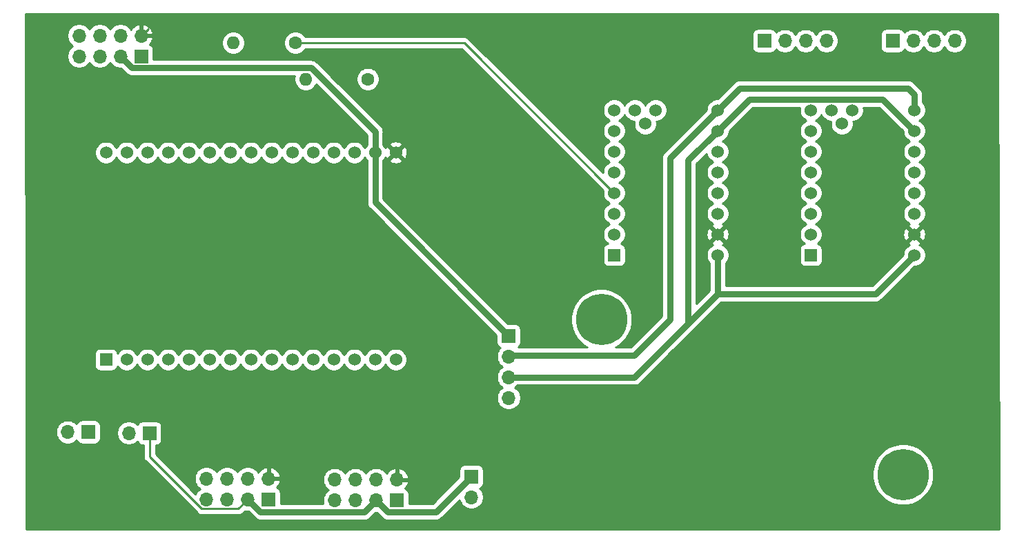
<source format=gbr>
%TF.GenerationSoftware,KiCad,Pcbnew,5.1.9-73d0e3b20d~88~ubuntu20.04.1*%
%TF.CreationDate,2021-04-10T15:21:01+02:00*%
%TF.ProjectId,pcb_central_unit,7063625f-6365-46e7-9472-616c5f756e69,rev?*%
%TF.SameCoordinates,Original*%
%TF.FileFunction,Copper,L1,Top*%
%TF.FilePolarity,Positive*%
%FSLAX46Y46*%
G04 Gerber Fmt 4.6, Leading zero omitted, Abs format (unit mm)*
G04 Created by KiCad (PCBNEW 5.1.9-73d0e3b20d~88~ubuntu20.04.1) date 2021-04-10 15:21:01*
%MOMM*%
%LPD*%
G01*
G04 APERTURE LIST*
%TA.AperFunction,ComponentPad*%
%ADD10C,1.524000*%
%TD*%
%TA.AperFunction,ComponentPad*%
%ADD11R,1.524000X1.524000*%
%TD*%
%TA.AperFunction,ComponentPad*%
%ADD12O,1.700000X1.700000*%
%TD*%
%TA.AperFunction,ComponentPad*%
%ADD13R,1.700000X1.700000*%
%TD*%
%TA.AperFunction,ComponentPad*%
%ADD14O,1.600000X1.600000*%
%TD*%
%TA.AperFunction,ComponentPad*%
%ADD15C,1.600000*%
%TD*%
%TA.AperFunction,ViaPad*%
%ADD16C,6.300000*%
%TD*%
%TA.AperFunction,Conductor*%
%ADD17C,0.750000*%
%TD*%
%TA.AperFunction,Conductor*%
%ADD18C,0.250000*%
%TD*%
%TA.AperFunction,Conductor*%
%ADD19C,0.254000*%
%TD*%
%TA.AperFunction,Conductor*%
%ADD20C,0.100000*%
%TD*%
G04 APERTURE END LIST*
D10*
%TO.P,U1,JP3_1*%
%TO.N,Net-(U1-PadJP3_1)*%
X123571000Y-76581000D03*
%TO.P,U1,JP4_1*%
%TO.N,Net-(U1-PadJP4_1)*%
X124841000Y-74930000D03*
%TO.P,U1,JP5_1*%
%TO.N,Net-(U1-PadJP5_1)*%
X122301000Y-74930000D03*
D11*
%TO.P,U1,JP1_1*%
%TO.N,DIR_0*%
X119761000Y-92710000D03*
D10*
%TO.P,U1,JP1_2*%
%TO.N,PULS_0*%
X119761000Y-90170000D03*
%TO.P,U1,JP1_3*%
%TO.N,Net-(U1-PadJP1_3)*%
X119761000Y-87630000D03*
%TO.P,U1,JP1_4*%
%TO.N,UART_0*%
X119761000Y-85090000D03*
%TO.P,U1,JP1_5*%
%TO.N,Net-(U1-PadJP1_5)*%
X119761000Y-82550000D03*
%TO.P,U1,JP1_6*%
%TO.N,Net-(U1-PadJP1_6)*%
X119761000Y-80010000D03*
%TO.P,U1,JP1_7*%
%TO.N,Net-(U1-PadJP1_7)*%
X119761000Y-77470000D03*
%TO.P,U1,JP1_8*%
%TO.N,EN_0*%
X119761000Y-74930000D03*
%TO.P,U1,JP2_1*%
%TO.N,+12V*%
X132461000Y-74930000D03*
%TO.P,U1,JP2_2*%
%TO.N,GND*%
X132461000Y-77470000D03*
%TO.P,U1,JP2_3*%
%TO.N,Net-(J4-Pad1)*%
X132461000Y-80010000D03*
%TO.P,U1,JP2_4*%
%TO.N,Net-(J4-Pad2)*%
X132461000Y-82550000D03*
%TO.P,U1,JP2_5*%
%TO.N,Net-(J4-Pad3)*%
X132461000Y-85090000D03*
%TO.P,U1,JP2_6*%
%TO.N,Net-(J4-Pad4)*%
X132461000Y-87630000D03*
%TO.P,U1,JP2_7*%
%TO.N,+3.3V*%
X132461000Y-90170000D03*
%TO.P,U1,JP2_8*%
%TO.N,GND*%
X132461000Y-92710000D03*
%TD*%
D12*
%TO.P,J2,8*%
%TO.N,S1_0*%
X85471000Y-120269000D03*
%TO.P,J2,7*%
%TO.N,S2_0*%
X85471000Y-122809000D03*
%TO.P,J2,6*%
%TO.N,P_DATA_0*%
X88011000Y-120269000D03*
%TO.P,J2,5*%
%TO.N,Net-(J2-Pad5)*%
X88011000Y-122809000D03*
%TO.P,J2,4*%
%TO.N,P_CLK_0*%
X90551000Y-120269000D03*
%TO.P,J2,3*%
%TO.N,GND*%
X90551000Y-122809000D03*
%TO.P,J2,2*%
%TO.N,+3.3V*%
X93091000Y-120269000D03*
D13*
%TO.P,J2,1*%
%TO.N,+5V*%
X93091000Y-122809000D03*
%TD*%
D11*
%TO.P,U3,1*%
%TO.N,Net-(U3-Pad1)*%
X57404000Y-105537000D03*
D10*
%TO.P,U3,2*%
%TO.N,Net-(J8-Pad2)*%
X59944000Y-105537000D03*
%TO.P,U3,3*%
%TO.N,Net-(J9-Pad2)*%
X62484000Y-105537000D03*
%TO.P,U3,4*%
%TO.N,S1_1*%
X65024000Y-105537000D03*
%TO.P,U3,5*%
%TO.N,Net-(U3-Pad5)*%
X67564000Y-105537000D03*
%TO.P,U3,6*%
%TO.N,P_CLK_1*%
X70104000Y-105537000D03*
%TO.P,U3,7*%
%TO.N,P_DATA_1*%
X72644000Y-105537000D03*
%TO.P,U3,8*%
%TO.N,P_DATA_0*%
X75184000Y-105537000D03*
%TO.P,U3,9*%
%TO.N,S1_0*%
X77724000Y-105537000D03*
%TO.P,U3,10*%
%TO.N,S2_0*%
X80264000Y-105537000D03*
%TO.P,U3,11*%
%TO.N,P_CLK_0*%
X82804000Y-105537000D03*
%TO.P,U3,12*%
%TO.N,B1*%
X85344000Y-105537000D03*
%TO.P,U3,13*%
%TO.N,B2*%
X87884000Y-105537000D03*
%TO.P,U3,14*%
%TO.N,GND*%
X90424000Y-105537000D03*
%TO.P,U3,15*%
%TO.N,+5V*%
X92964000Y-105537000D03*
%TO.P,U3,16*%
%TO.N,+3.3V*%
X92964000Y-80137000D03*
%TO.P,U3,17*%
%TO.N,GND*%
X90424000Y-80137000D03*
%TO.P,U3,18*%
%TO.N,EN_0*%
X87884000Y-80137000D03*
%TO.P,U3,19*%
%TO.N,DIR_0*%
X85344000Y-80137000D03*
%TO.P,U3,20*%
%TO.N,PULS_0*%
X82804000Y-80137000D03*
%TO.P,U3,21*%
%TO.N,UART_1*%
X80264000Y-80137000D03*
%TO.P,U3,22*%
%TO.N,Net-(R2-Pad2)*%
X77724000Y-80137000D03*
%TO.P,U3,23*%
%TO.N,EN_1*%
X75184000Y-80137000D03*
%TO.P,U3,24*%
%TO.N,DIR_1*%
X72644000Y-80137000D03*
%TO.P,U3,25*%
%TO.N,PULS_1*%
X70104000Y-80137000D03*
%TO.P,U3,26*%
%TO.N,Net-(U3-Pad26)*%
X67564000Y-80137000D03*
%TO.P,U3,27*%
%TO.N,UART_0*%
X65024000Y-80137000D03*
%TO.P,U3,28*%
%TO.N,Net-(R1-Pad2)*%
X62484000Y-80137000D03*
%TO.P,U3,29*%
%TO.N,I2C_DATA*%
X59944000Y-80137000D03*
%TO.P,U3,30*%
%TO.N,I2C_CLK*%
X57404000Y-80137000D03*
%TD*%
%TO.P,U2,JP3_1*%
%TO.N,Net-(U2-PadJP3_1)*%
X147701000Y-76581000D03*
%TO.P,U2,JP4_1*%
%TO.N,Net-(U2-PadJP4_1)*%
X148971000Y-74930000D03*
%TO.P,U2,JP5_1*%
%TO.N,Net-(U2-PadJP5_1)*%
X146431000Y-74930000D03*
D11*
%TO.P,U2,JP1_1*%
%TO.N,DIR_1*%
X143891000Y-92710000D03*
D10*
%TO.P,U2,JP1_2*%
%TO.N,PULS_1*%
X143891000Y-90170000D03*
%TO.P,U2,JP1_3*%
%TO.N,Net-(U2-PadJP1_3)*%
X143891000Y-87630000D03*
%TO.P,U2,JP1_4*%
%TO.N,UART_1*%
X143891000Y-85090000D03*
%TO.P,U2,JP1_5*%
%TO.N,Net-(U2-PadJP1_5)*%
X143891000Y-82550000D03*
%TO.P,U2,JP1_6*%
%TO.N,Net-(U2-PadJP1_6)*%
X143891000Y-80010000D03*
%TO.P,U2,JP1_7*%
%TO.N,Net-(U2-PadJP1_7)*%
X143891000Y-77470000D03*
%TO.P,U2,JP1_8*%
%TO.N,EN_1*%
X143891000Y-74930000D03*
%TO.P,U2,JP2_1*%
%TO.N,+12V*%
X156591000Y-74930000D03*
%TO.P,U2,JP2_2*%
%TO.N,GND*%
X156591000Y-77470000D03*
%TO.P,U2,JP2_3*%
%TO.N,Net-(J5-Pad1)*%
X156591000Y-80010000D03*
%TO.P,U2,JP2_4*%
%TO.N,Net-(J5-Pad2)*%
X156591000Y-82550000D03*
%TO.P,U2,JP2_5*%
%TO.N,Net-(J5-Pad3)*%
X156591000Y-85090000D03*
%TO.P,U2,JP2_6*%
%TO.N,Net-(J5-Pad4)*%
X156591000Y-87630000D03*
%TO.P,U2,JP2_7*%
%TO.N,+3.3V*%
X156591000Y-90170000D03*
%TO.P,U2,JP2_8*%
%TO.N,GND*%
X156591000Y-92710000D03*
%TD*%
D12*
%TO.P,J6,4*%
%TO.N,+5V*%
X106807000Y-110236000D03*
%TO.P,J6,3*%
%TO.N,GND*%
X106807000Y-107696000D03*
%TO.P,J6,2*%
%TO.N,+12V*%
X106807000Y-105156000D03*
D13*
%TO.P,J6,1*%
%TO.N,GND*%
X106807000Y-102616000D03*
%TD*%
D12*
%TO.P,J7,2*%
%TO.N,+5V*%
X102235000Y-122428000D03*
D13*
%TO.P,J7,1*%
%TO.N,GND*%
X102235000Y-119888000D03*
%TD*%
D14*
%TO.P,R2,2*%
%TO.N,Net-(R2-Pad2)*%
X81915000Y-71120000D03*
D15*
%TO.P,R2,1*%
%TO.N,UART_1*%
X89535000Y-71120000D03*
%TD*%
D14*
%TO.P,R1,2*%
%TO.N,Net-(R1-Pad2)*%
X73025000Y-66675000D03*
D15*
%TO.P,R1,1*%
%TO.N,UART_0*%
X80645000Y-66675000D03*
%TD*%
D12*
%TO.P,J9,2*%
%TO.N,Net-(J9-Pad2)*%
X60198000Y-114554000D03*
D13*
%TO.P,J9,1*%
%TO.N,GND*%
X62738000Y-114554000D03*
%TD*%
D12*
%TO.P,J8,2*%
%TO.N,Net-(J8-Pad2)*%
X52705000Y-114427000D03*
D13*
%TO.P,J8,1*%
%TO.N,GND*%
X55245000Y-114427000D03*
%TD*%
D12*
%TO.P,J5,4*%
%TO.N,Net-(J5-Pad4)*%
X161544000Y-66421000D03*
%TO.P,J5,3*%
%TO.N,Net-(J5-Pad3)*%
X159004000Y-66421000D03*
%TO.P,J5,2*%
%TO.N,Net-(J5-Pad2)*%
X156464000Y-66421000D03*
D13*
%TO.P,J5,1*%
%TO.N,Net-(J5-Pad1)*%
X153924000Y-66421000D03*
%TD*%
D12*
%TO.P,J4,4*%
%TO.N,Net-(J4-Pad4)*%
X145796000Y-66421000D03*
%TO.P,J4,3*%
%TO.N,Net-(J4-Pad3)*%
X143256000Y-66421000D03*
%TO.P,J4,2*%
%TO.N,Net-(J4-Pad2)*%
X140716000Y-66421000D03*
D13*
%TO.P,J4,1*%
%TO.N,Net-(J4-Pad1)*%
X138176000Y-66421000D03*
%TD*%
D12*
%TO.P,J3,8*%
%TO.N,S1_1*%
X69723000Y-120142000D03*
%TO.P,J3,7*%
%TO.N,S2_1*%
X69723000Y-122682000D03*
%TO.P,J3,6*%
%TO.N,P_DATA_1*%
X72263000Y-120142000D03*
%TO.P,J3,5*%
%TO.N,Net-(J3-Pad5)*%
X72263000Y-122682000D03*
%TO.P,J3,4*%
%TO.N,P_CLK_1*%
X74803000Y-120142000D03*
%TO.P,J3,3*%
%TO.N,GND*%
X74803000Y-122682000D03*
%TO.P,J3,2*%
%TO.N,+3.3V*%
X77343000Y-120142000D03*
D13*
%TO.P,J3,1*%
%TO.N,+5V*%
X77343000Y-122682000D03*
%TD*%
D12*
%TO.P,J1,8*%
%TO.N,I2C_DATA*%
X54102000Y-65786000D03*
%TO.P,J1,7*%
%TO.N,I2C_CLK*%
X54102000Y-68326000D03*
%TO.P,J1,6*%
%TO.N,B2*%
X56642000Y-65786000D03*
%TO.P,J1,5*%
%TO.N,B1*%
X56642000Y-68326000D03*
%TO.P,J1,4*%
%TO.N,Net-(J1-Pad4)*%
X59182000Y-65786000D03*
%TO.P,J1,3*%
%TO.N,GND*%
X59182000Y-68326000D03*
%TO.P,J1,2*%
%TO.N,+3.3V*%
X61722000Y-65786000D03*
D13*
%TO.P,J1,1*%
%TO.N,+5V*%
X61722000Y-68326000D03*
%TD*%
D16*
%TO.N,*%
X118194000Y-100634000D03*
X155194000Y-119634000D03*
%TD*%
D17*
%TO.N,GND*%
X152713999Y-73592999D02*
X156591000Y-77470000D01*
X136338001Y-73592999D02*
X152713999Y-73592999D01*
X132461000Y-77470000D02*
X136338001Y-73592999D01*
X89125999Y-124234001D02*
X90551000Y-122809000D01*
X76355001Y-124234001D02*
X89125999Y-124234001D01*
X74803000Y-122682000D02*
X76355001Y-124234001D01*
X97888999Y-124234001D02*
X102235000Y-119888000D01*
X91976001Y-124234001D02*
X97888999Y-124234001D01*
X90551000Y-122809000D02*
X91976001Y-124234001D01*
D18*
X73627999Y-123857001D02*
X74803000Y-122682000D01*
X69158999Y-123857001D02*
X73627999Y-123857001D01*
X62738000Y-117436002D02*
X69158999Y-123857001D01*
X62738000Y-114554000D02*
X62738000Y-117436002D01*
D17*
X132461000Y-77470000D02*
X128839010Y-81091990D01*
X90424000Y-77593998D02*
X90424000Y-80137000D01*
X82575001Y-69744999D02*
X90424000Y-77593998D01*
X81254999Y-69744999D02*
X82575001Y-69744999D01*
X81248997Y-69751001D02*
X81254999Y-69744999D01*
X60607001Y-69751001D02*
X81248997Y-69751001D01*
X59182000Y-68326000D02*
X60607001Y-69751001D01*
X122247517Y-107696000D02*
X106807000Y-107696000D01*
X128839010Y-81091990D02*
X128839010Y-101104507D01*
X132461000Y-97482516D02*
X123226758Y-106716758D01*
X123226758Y-106716758D02*
X122247517Y-107696000D01*
X128839010Y-101104507D02*
X123226758Y-106716758D01*
X90424000Y-86233000D02*
X106807000Y-102616000D01*
X90424000Y-80137000D02*
X90424000Y-86233000D01*
X151818484Y-97482516D02*
X132461000Y-97482516D01*
X156591000Y-92710000D02*
X151818484Y-97482516D01*
X132461000Y-92710000D02*
X132461000Y-97482516D01*
D18*
%TO.N,+12V*%
X156591000Y-74930000D02*
X156591000Y-73406000D01*
X156591000Y-73406000D02*
X156210000Y-73025000D01*
D17*
X156591000Y-74930000D02*
X156591000Y-73025000D01*
X156591000Y-73025000D02*
X155829000Y-72263000D01*
X135128000Y-72263000D02*
X132461000Y-74930000D01*
X155829000Y-72263000D02*
X135128000Y-72263000D01*
X126619000Y-100584000D02*
X122174000Y-105029000D01*
X126619000Y-80772000D02*
X128270000Y-79121000D01*
X126619000Y-100584000D02*
X126619000Y-80772000D01*
X128270000Y-79121000D02*
X127889000Y-79502000D01*
X132461000Y-74930000D02*
X128270000Y-79121000D01*
X106934000Y-105029000D02*
X106807000Y-105156000D01*
X122174000Y-105029000D02*
X106934000Y-105029000D01*
D18*
%TO.N,+3.3V*%
X61722000Y-65786000D02*
X62571999Y-64936001D01*
%TO.N,UART_0*%
X101346000Y-66675000D02*
X119761000Y-85090000D01*
X80645000Y-66675000D02*
X101346000Y-66675000D01*
%TD*%
D19*
%TO.N,+3.3V*%
X166978700Y-126340000D02*
X47648702Y-126340000D01*
X47624964Y-114280740D01*
X51220000Y-114280740D01*
X51220000Y-114573260D01*
X51277068Y-114860158D01*
X51389010Y-115130411D01*
X51551525Y-115373632D01*
X51758368Y-115580475D01*
X52001589Y-115742990D01*
X52271842Y-115854932D01*
X52558740Y-115912000D01*
X52851260Y-115912000D01*
X53138158Y-115854932D01*
X53408411Y-115742990D01*
X53651632Y-115580475D01*
X53783487Y-115448620D01*
X53805498Y-115521180D01*
X53864463Y-115631494D01*
X53943815Y-115728185D01*
X54040506Y-115807537D01*
X54150820Y-115866502D01*
X54270518Y-115902812D01*
X54395000Y-115915072D01*
X56095000Y-115915072D01*
X56219482Y-115902812D01*
X56339180Y-115866502D01*
X56449494Y-115807537D01*
X56546185Y-115728185D01*
X56625537Y-115631494D01*
X56684502Y-115521180D01*
X56720812Y-115401482D01*
X56733072Y-115277000D01*
X56733072Y-114407740D01*
X58713000Y-114407740D01*
X58713000Y-114700260D01*
X58770068Y-114987158D01*
X58882010Y-115257411D01*
X59044525Y-115500632D01*
X59251368Y-115707475D01*
X59494589Y-115869990D01*
X59764842Y-115981932D01*
X60051740Y-116039000D01*
X60344260Y-116039000D01*
X60631158Y-115981932D01*
X60901411Y-115869990D01*
X61144632Y-115707475D01*
X61276487Y-115575620D01*
X61298498Y-115648180D01*
X61357463Y-115758494D01*
X61436815Y-115855185D01*
X61533506Y-115934537D01*
X61643820Y-115993502D01*
X61763518Y-116029812D01*
X61888000Y-116042072D01*
X61978001Y-116042072D01*
X61978001Y-117398670D01*
X61974324Y-117436002D01*
X61988998Y-117584987D01*
X62032454Y-117728248D01*
X62103026Y-117860278D01*
X62174201Y-117947004D01*
X62198000Y-117976003D01*
X62226998Y-117999801D01*
X68595200Y-124368004D01*
X68618998Y-124397002D01*
X68734723Y-124491975D01*
X68866752Y-124562547D01*
X69010013Y-124606004D01*
X69121666Y-124617001D01*
X69121676Y-124617001D01*
X69158999Y-124620677D01*
X69196322Y-124617001D01*
X73590677Y-124617001D01*
X73627999Y-124620677D01*
X73665321Y-124617001D01*
X73665332Y-124617001D01*
X73776985Y-124606004D01*
X73920246Y-124562547D01*
X74052275Y-124491975D01*
X74168000Y-124397002D01*
X74191803Y-124367998D01*
X74436592Y-124123209D01*
X74656740Y-124167000D01*
X74859645Y-124167000D01*
X75605745Y-124913100D01*
X75637368Y-124951634D01*
X75791161Y-125077848D01*
X75966621Y-125171633D01*
X76157006Y-125229386D01*
X76355001Y-125248887D01*
X76404609Y-125244001D01*
X89076391Y-125244001D01*
X89125999Y-125248887D01*
X89323993Y-125229386D01*
X89514379Y-125171633D01*
X89689839Y-125077848D01*
X89843632Y-124951634D01*
X89875260Y-124913095D01*
X90494355Y-124294000D01*
X90607644Y-124294000D01*
X91226744Y-124913100D01*
X91258368Y-124951634D01*
X91412161Y-125077848D01*
X91587621Y-125171633D01*
X91778006Y-125229386D01*
X91976001Y-125248887D01*
X92025609Y-125244001D01*
X97839391Y-125244001D01*
X97888999Y-125248887D01*
X98086993Y-125229386D01*
X98277379Y-125171633D01*
X98452839Y-125077848D01*
X98606632Y-124951634D01*
X98638260Y-124913095D01*
X100787678Y-122763678D01*
X100807068Y-122861158D01*
X100919010Y-123131411D01*
X101081525Y-123374632D01*
X101288368Y-123581475D01*
X101531589Y-123743990D01*
X101801842Y-123855932D01*
X102088740Y-123913000D01*
X102381260Y-123913000D01*
X102668158Y-123855932D01*
X102938411Y-123743990D01*
X103181632Y-123581475D01*
X103388475Y-123374632D01*
X103550990Y-123131411D01*
X103662932Y-122861158D01*
X103720000Y-122574260D01*
X103720000Y-122281740D01*
X103662932Y-121994842D01*
X103550990Y-121724589D01*
X103388475Y-121481368D01*
X103256620Y-121349513D01*
X103329180Y-121327502D01*
X103439494Y-121268537D01*
X103536185Y-121189185D01*
X103615537Y-121092494D01*
X103674502Y-120982180D01*
X103710812Y-120862482D01*
X103723072Y-120738000D01*
X103723072Y-119261210D01*
X151409000Y-119261210D01*
X151409000Y-120006790D01*
X151554455Y-120738044D01*
X151839777Y-121426870D01*
X152253999Y-122046797D01*
X152781203Y-122574001D01*
X153401130Y-122988223D01*
X154089956Y-123273545D01*
X154821210Y-123419000D01*
X155566790Y-123419000D01*
X156298044Y-123273545D01*
X156986870Y-122988223D01*
X157606797Y-122574001D01*
X158134001Y-122046797D01*
X158548223Y-121426870D01*
X158833545Y-120738044D01*
X158979000Y-120006790D01*
X158979000Y-119261210D01*
X158833545Y-118529956D01*
X158548223Y-117841130D01*
X158134001Y-117221203D01*
X157606797Y-116693999D01*
X156986870Y-116279777D01*
X156298044Y-115994455D01*
X155566790Y-115849000D01*
X154821210Y-115849000D01*
X154089956Y-115994455D01*
X153401130Y-116279777D01*
X152781203Y-116693999D01*
X152253999Y-117221203D01*
X151839777Y-117841130D01*
X151554455Y-118529956D01*
X151409000Y-119261210D01*
X103723072Y-119261210D01*
X103723072Y-119038000D01*
X103710812Y-118913518D01*
X103674502Y-118793820D01*
X103615537Y-118683506D01*
X103536185Y-118586815D01*
X103439494Y-118507463D01*
X103329180Y-118448498D01*
X103209482Y-118412188D01*
X103085000Y-118399928D01*
X101385000Y-118399928D01*
X101260518Y-118412188D01*
X101140820Y-118448498D01*
X101030506Y-118507463D01*
X100933815Y-118586815D01*
X100854463Y-118683506D01*
X100795498Y-118793820D01*
X100759188Y-118913518D01*
X100746928Y-119038000D01*
X100746928Y-119947716D01*
X97470644Y-123224001D01*
X94579072Y-123224001D01*
X94579072Y-121959000D01*
X94566812Y-121834518D01*
X94530502Y-121714820D01*
X94471537Y-121604506D01*
X94392185Y-121507815D01*
X94295494Y-121428463D01*
X94185180Y-121369498D01*
X94109374Y-121346502D01*
X94286178Y-121150355D01*
X94435157Y-120900252D01*
X94532481Y-120625891D01*
X94411814Y-120396000D01*
X93218000Y-120396000D01*
X93218000Y-120416000D01*
X92964000Y-120416000D01*
X92964000Y-120396000D01*
X92944000Y-120396000D01*
X92944000Y-120142000D01*
X92964000Y-120142000D01*
X92964000Y-118948845D01*
X93218000Y-118948845D01*
X93218000Y-120142000D01*
X94411814Y-120142000D01*
X94532481Y-119912109D01*
X94435157Y-119637748D01*
X94286178Y-119387645D01*
X94091269Y-119171412D01*
X93857920Y-118997359D01*
X93595099Y-118872175D01*
X93447890Y-118827524D01*
X93218000Y-118948845D01*
X92964000Y-118948845D01*
X92734110Y-118827524D01*
X92586901Y-118872175D01*
X92324080Y-118997359D01*
X92090731Y-119171412D01*
X91895822Y-119387645D01*
X91826195Y-119504534D01*
X91704475Y-119322368D01*
X91497632Y-119115525D01*
X91254411Y-118953010D01*
X90984158Y-118841068D01*
X90697260Y-118784000D01*
X90404740Y-118784000D01*
X90117842Y-118841068D01*
X89847589Y-118953010D01*
X89604368Y-119115525D01*
X89397525Y-119322368D01*
X89281000Y-119496760D01*
X89164475Y-119322368D01*
X88957632Y-119115525D01*
X88714411Y-118953010D01*
X88444158Y-118841068D01*
X88157260Y-118784000D01*
X87864740Y-118784000D01*
X87577842Y-118841068D01*
X87307589Y-118953010D01*
X87064368Y-119115525D01*
X86857525Y-119322368D01*
X86741000Y-119496760D01*
X86624475Y-119322368D01*
X86417632Y-119115525D01*
X86174411Y-118953010D01*
X85904158Y-118841068D01*
X85617260Y-118784000D01*
X85324740Y-118784000D01*
X85037842Y-118841068D01*
X84767589Y-118953010D01*
X84524368Y-119115525D01*
X84317525Y-119322368D01*
X84155010Y-119565589D01*
X84043068Y-119835842D01*
X83986000Y-120122740D01*
X83986000Y-120415260D01*
X84043068Y-120702158D01*
X84155010Y-120972411D01*
X84317525Y-121215632D01*
X84524368Y-121422475D01*
X84698760Y-121539000D01*
X84524368Y-121655525D01*
X84317525Y-121862368D01*
X84155010Y-122105589D01*
X84043068Y-122375842D01*
X83986000Y-122662740D01*
X83986000Y-122955260D01*
X84039456Y-123224001D01*
X78831072Y-123224001D01*
X78831072Y-121832000D01*
X78818812Y-121707518D01*
X78782502Y-121587820D01*
X78723537Y-121477506D01*
X78644185Y-121380815D01*
X78547494Y-121301463D01*
X78437180Y-121242498D01*
X78361374Y-121219502D01*
X78538178Y-121023355D01*
X78687157Y-120773252D01*
X78784481Y-120498891D01*
X78663814Y-120269000D01*
X77470000Y-120269000D01*
X77470000Y-120289000D01*
X77216000Y-120289000D01*
X77216000Y-120269000D01*
X77196000Y-120269000D01*
X77196000Y-120015000D01*
X77216000Y-120015000D01*
X77216000Y-118821845D01*
X77470000Y-118821845D01*
X77470000Y-120015000D01*
X78663814Y-120015000D01*
X78784481Y-119785109D01*
X78687157Y-119510748D01*
X78538178Y-119260645D01*
X78343269Y-119044412D01*
X78109920Y-118870359D01*
X77847099Y-118745175D01*
X77699890Y-118700524D01*
X77470000Y-118821845D01*
X77216000Y-118821845D01*
X76986110Y-118700524D01*
X76838901Y-118745175D01*
X76576080Y-118870359D01*
X76342731Y-119044412D01*
X76147822Y-119260645D01*
X76078195Y-119377534D01*
X75956475Y-119195368D01*
X75749632Y-118988525D01*
X75506411Y-118826010D01*
X75236158Y-118714068D01*
X74949260Y-118657000D01*
X74656740Y-118657000D01*
X74369842Y-118714068D01*
X74099589Y-118826010D01*
X73856368Y-118988525D01*
X73649525Y-119195368D01*
X73533000Y-119369760D01*
X73416475Y-119195368D01*
X73209632Y-118988525D01*
X72966411Y-118826010D01*
X72696158Y-118714068D01*
X72409260Y-118657000D01*
X72116740Y-118657000D01*
X71829842Y-118714068D01*
X71559589Y-118826010D01*
X71316368Y-118988525D01*
X71109525Y-119195368D01*
X70993000Y-119369760D01*
X70876475Y-119195368D01*
X70669632Y-118988525D01*
X70426411Y-118826010D01*
X70156158Y-118714068D01*
X69869260Y-118657000D01*
X69576740Y-118657000D01*
X69289842Y-118714068D01*
X69019589Y-118826010D01*
X68776368Y-118988525D01*
X68569525Y-119195368D01*
X68407010Y-119438589D01*
X68295068Y-119708842D01*
X68238000Y-119995740D01*
X68238000Y-120288260D01*
X68295068Y-120575158D01*
X68407010Y-120845411D01*
X68569525Y-121088632D01*
X68776368Y-121295475D01*
X68950760Y-121412000D01*
X68776368Y-121528525D01*
X68569525Y-121735368D01*
X68407010Y-121978589D01*
X68391891Y-122015091D01*
X63498000Y-117121201D01*
X63498000Y-116042072D01*
X63588000Y-116042072D01*
X63712482Y-116029812D01*
X63832180Y-115993502D01*
X63942494Y-115934537D01*
X64039185Y-115855185D01*
X64118537Y-115758494D01*
X64177502Y-115648180D01*
X64213812Y-115528482D01*
X64226072Y-115404000D01*
X64226072Y-113704000D01*
X64213812Y-113579518D01*
X64177502Y-113459820D01*
X64118537Y-113349506D01*
X64039185Y-113252815D01*
X63942494Y-113173463D01*
X63832180Y-113114498D01*
X63712482Y-113078188D01*
X63588000Y-113065928D01*
X61888000Y-113065928D01*
X61763518Y-113078188D01*
X61643820Y-113114498D01*
X61533506Y-113173463D01*
X61436815Y-113252815D01*
X61357463Y-113349506D01*
X61298498Y-113459820D01*
X61276487Y-113532380D01*
X61144632Y-113400525D01*
X60901411Y-113238010D01*
X60631158Y-113126068D01*
X60344260Y-113069000D01*
X60051740Y-113069000D01*
X59764842Y-113126068D01*
X59494589Y-113238010D01*
X59251368Y-113400525D01*
X59044525Y-113607368D01*
X58882010Y-113850589D01*
X58770068Y-114120842D01*
X58713000Y-114407740D01*
X56733072Y-114407740D01*
X56733072Y-113577000D01*
X56720812Y-113452518D01*
X56684502Y-113332820D01*
X56625537Y-113222506D01*
X56546185Y-113125815D01*
X56449494Y-113046463D01*
X56339180Y-112987498D01*
X56219482Y-112951188D01*
X56095000Y-112938928D01*
X54395000Y-112938928D01*
X54270518Y-112951188D01*
X54150820Y-112987498D01*
X54040506Y-113046463D01*
X53943815Y-113125815D01*
X53864463Y-113222506D01*
X53805498Y-113332820D01*
X53783487Y-113405380D01*
X53651632Y-113273525D01*
X53408411Y-113111010D01*
X53138158Y-112999068D01*
X52851260Y-112942000D01*
X52558740Y-112942000D01*
X52271842Y-112999068D01*
X52001589Y-113111010D01*
X51758368Y-113273525D01*
X51551525Y-113480368D01*
X51389010Y-113723589D01*
X51277068Y-113993842D01*
X51220000Y-114280740D01*
X47624964Y-114280740D01*
X47606252Y-104775000D01*
X56003928Y-104775000D01*
X56003928Y-106299000D01*
X56016188Y-106423482D01*
X56052498Y-106543180D01*
X56111463Y-106653494D01*
X56190815Y-106750185D01*
X56287506Y-106829537D01*
X56397820Y-106888502D01*
X56517518Y-106924812D01*
X56642000Y-106937072D01*
X58166000Y-106937072D01*
X58290482Y-106924812D01*
X58410180Y-106888502D01*
X58520494Y-106829537D01*
X58617185Y-106750185D01*
X58696537Y-106653494D01*
X58755502Y-106543180D01*
X58791812Y-106423482D01*
X58800080Y-106339535D01*
X58858880Y-106427535D01*
X59053465Y-106622120D01*
X59282273Y-106775005D01*
X59536510Y-106880314D01*
X59806408Y-106934000D01*
X60081592Y-106934000D01*
X60351490Y-106880314D01*
X60605727Y-106775005D01*
X60834535Y-106622120D01*
X61029120Y-106427535D01*
X61182005Y-106198727D01*
X61214000Y-106121485D01*
X61245995Y-106198727D01*
X61398880Y-106427535D01*
X61593465Y-106622120D01*
X61822273Y-106775005D01*
X62076510Y-106880314D01*
X62346408Y-106934000D01*
X62621592Y-106934000D01*
X62891490Y-106880314D01*
X63145727Y-106775005D01*
X63374535Y-106622120D01*
X63569120Y-106427535D01*
X63722005Y-106198727D01*
X63754000Y-106121485D01*
X63785995Y-106198727D01*
X63938880Y-106427535D01*
X64133465Y-106622120D01*
X64362273Y-106775005D01*
X64616510Y-106880314D01*
X64886408Y-106934000D01*
X65161592Y-106934000D01*
X65431490Y-106880314D01*
X65685727Y-106775005D01*
X65914535Y-106622120D01*
X66109120Y-106427535D01*
X66262005Y-106198727D01*
X66294000Y-106121485D01*
X66325995Y-106198727D01*
X66478880Y-106427535D01*
X66673465Y-106622120D01*
X66902273Y-106775005D01*
X67156510Y-106880314D01*
X67426408Y-106934000D01*
X67701592Y-106934000D01*
X67971490Y-106880314D01*
X68225727Y-106775005D01*
X68454535Y-106622120D01*
X68649120Y-106427535D01*
X68802005Y-106198727D01*
X68834000Y-106121485D01*
X68865995Y-106198727D01*
X69018880Y-106427535D01*
X69213465Y-106622120D01*
X69442273Y-106775005D01*
X69696510Y-106880314D01*
X69966408Y-106934000D01*
X70241592Y-106934000D01*
X70511490Y-106880314D01*
X70765727Y-106775005D01*
X70994535Y-106622120D01*
X71189120Y-106427535D01*
X71342005Y-106198727D01*
X71374000Y-106121485D01*
X71405995Y-106198727D01*
X71558880Y-106427535D01*
X71753465Y-106622120D01*
X71982273Y-106775005D01*
X72236510Y-106880314D01*
X72506408Y-106934000D01*
X72781592Y-106934000D01*
X73051490Y-106880314D01*
X73305727Y-106775005D01*
X73534535Y-106622120D01*
X73729120Y-106427535D01*
X73882005Y-106198727D01*
X73914000Y-106121485D01*
X73945995Y-106198727D01*
X74098880Y-106427535D01*
X74293465Y-106622120D01*
X74522273Y-106775005D01*
X74776510Y-106880314D01*
X75046408Y-106934000D01*
X75321592Y-106934000D01*
X75591490Y-106880314D01*
X75845727Y-106775005D01*
X76074535Y-106622120D01*
X76269120Y-106427535D01*
X76422005Y-106198727D01*
X76454000Y-106121485D01*
X76485995Y-106198727D01*
X76638880Y-106427535D01*
X76833465Y-106622120D01*
X77062273Y-106775005D01*
X77316510Y-106880314D01*
X77586408Y-106934000D01*
X77861592Y-106934000D01*
X78131490Y-106880314D01*
X78385727Y-106775005D01*
X78614535Y-106622120D01*
X78809120Y-106427535D01*
X78962005Y-106198727D01*
X78994000Y-106121485D01*
X79025995Y-106198727D01*
X79178880Y-106427535D01*
X79373465Y-106622120D01*
X79602273Y-106775005D01*
X79856510Y-106880314D01*
X80126408Y-106934000D01*
X80401592Y-106934000D01*
X80671490Y-106880314D01*
X80925727Y-106775005D01*
X81154535Y-106622120D01*
X81349120Y-106427535D01*
X81502005Y-106198727D01*
X81534000Y-106121485D01*
X81565995Y-106198727D01*
X81718880Y-106427535D01*
X81913465Y-106622120D01*
X82142273Y-106775005D01*
X82396510Y-106880314D01*
X82666408Y-106934000D01*
X82941592Y-106934000D01*
X83211490Y-106880314D01*
X83465727Y-106775005D01*
X83694535Y-106622120D01*
X83889120Y-106427535D01*
X84042005Y-106198727D01*
X84074000Y-106121485D01*
X84105995Y-106198727D01*
X84258880Y-106427535D01*
X84453465Y-106622120D01*
X84682273Y-106775005D01*
X84936510Y-106880314D01*
X85206408Y-106934000D01*
X85481592Y-106934000D01*
X85751490Y-106880314D01*
X86005727Y-106775005D01*
X86234535Y-106622120D01*
X86429120Y-106427535D01*
X86582005Y-106198727D01*
X86614000Y-106121485D01*
X86645995Y-106198727D01*
X86798880Y-106427535D01*
X86993465Y-106622120D01*
X87222273Y-106775005D01*
X87476510Y-106880314D01*
X87746408Y-106934000D01*
X88021592Y-106934000D01*
X88291490Y-106880314D01*
X88545727Y-106775005D01*
X88774535Y-106622120D01*
X88969120Y-106427535D01*
X89122005Y-106198727D01*
X89154000Y-106121485D01*
X89185995Y-106198727D01*
X89338880Y-106427535D01*
X89533465Y-106622120D01*
X89762273Y-106775005D01*
X90016510Y-106880314D01*
X90286408Y-106934000D01*
X90561592Y-106934000D01*
X90831490Y-106880314D01*
X91085727Y-106775005D01*
X91314535Y-106622120D01*
X91509120Y-106427535D01*
X91662005Y-106198727D01*
X91694000Y-106121485D01*
X91725995Y-106198727D01*
X91878880Y-106427535D01*
X92073465Y-106622120D01*
X92302273Y-106775005D01*
X92556510Y-106880314D01*
X92826408Y-106934000D01*
X93101592Y-106934000D01*
X93371490Y-106880314D01*
X93625727Y-106775005D01*
X93854535Y-106622120D01*
X94049120Y-106427535D01*
X94202005Y-106198727D01*
X94307314Y-105944490D01*
X94361000Y-105674592D01*
X94361000Y-105399408D01*
X94307314Y-105129510D01*
X94202005Y-104875273D01*
X94049120Y-104646465D01*
X93854535Y-104451880D01*
X93625727Y-104298995D01*
X93371490Y-104193686D01*
X93101592Y-104140000D01*
X92826408Y-104140000D01*
X92556510Y-104193686D01*
X92302273Y-104298995D01*
X92073465Y-104451880D01*
X91878880Y-104646465D01*
X91725995Y-104875273D01*
X91694000Y-104952515D01*
X91662005Y-104875273D01*
X91509120Y-104646465D01*
X91314535Y-104451880D01*
X91085727Y-104298995D01*
X90831490Y-104193686D01*
X90561592Y-104140000D01*
X90286408Y-104140000D01*
X90016510Y-104193686D01*
X89762273Y-104298995D01*
X89533465Y-104451880D01*
X89338880Y-104646465D01*
X89185995Y-104875273D01*
X89154000Y-104952515D01*
X89122005Y-104875273D01*
X88969120Y-104646465D01*
X88774535Y-104451880D01*
X88545727Y-104298995D01*
X88291490Y-104193686D01*
X88021592Y-104140000D01*
X87746408Y-104140000D01*
X87476510Y-104193686D01*
X87222273Y-104298995D01*
X86993465Y-104451880D01*
X86798880Y-104646465D01*
X86645995Y-104875273D01*
X86614000Y-104952515D01*
X86582005Y-104875273D01*
X86429120Y-104646465D01*
X86234535Y-104451880D01*
X86005727Y-104298995D01*
X85751490Y-104193686D01*
X85481592Y-104140000D01*
X85206408Y-104140000D01*
X84936510Y-104193686D01*
X84682273Y-104298995D01*
X84453465Y-104451880D01*
X84258880Y-104646465D01*
X84105995Y-104875273D01*
X84074000Y-104952515D01*
X84042005Y-104875273D01*
X83889120Y-104646465D01*
X83694535Y-104451880D01*
X83465727Y-104298995D01*
X83211490Y-104193686D01*
X82941592Y-104140000D01*
X82666408Y-104140000D01*
X82396510Y-104193686D01*
X82142273Y-104298995D01*
X81913465Y-104451880D01*
X81718880Y-104646465D01*
X81565995Y-104875273D01*
X81534000Y-104952515D01*
X81502005Y-104875273D01*
X81349120Y-104646465D01*
X81154535Y-104451880D01*
X80925727Y-104298995D01*
X80671490Y-104193686D01*
X80401592Y-104140000D01*
X80126408Y-104140000D01*
X79856510Y-104193686D01*
X79602273Y-104298995D01*
X79373465Y-104451880D01*
X79178880Y-104646465D01*
X79025995Y-104875273D01*
X78994000Y-104952515D01*
X78962005Y-104875273D01*
X78809120Y-104646465D01*
X78614535Y-104451880D01*
X78385727Y-104298995D01*
X78131490Y-104193686D01*
X77861592Y-104140000D01*
X77586408Y-104140000D01*
X77316510Y-104193686D01*
X77062273Y-104298995D01*
X76833465Y-104451880D01*
X76638880Y-104646465D01*
X76485995Y-104875273D01*
X76454000Y-104952515D01*
X76422005Y-104875273D01*
X76269120Y-104646465D01*
X76074535Y-104451880D01*
X75845727Y-104298995D01*
X75591490Y-104193686D01*
X75321592Y-104140000D01*
X75046408Y-104140000D01*
X74776510Y-104193686D01*
X74522273Y-104298995D01*
X74293465Y-104451880D01*
X74098880Y-104646465D01*
X73945995Y-104875273D01*
X73914000Y-104952515D01*
X73882005Y-104875273D01*
X73729120Y-104646465D01*
X73534535Y-104451880D01*
X73305727Y-104298995D01*
X73051490Y-104193686D01*
X72781592Y-104140000D01*
X72506408Y-104140000D01*
X72236510Y-104193686D01*
X71982273Y-104298995D01*
X71753465Y-104451880D01*
X71558880Y-104646465D01*
X71405995Y-104875273D01*
X71374000Y-104952515D01*
X71342005Y-104875273D01*
X71189120Y-104646465D01*
X70994535Y-104451880D01*
X70765727Y-104298995D01*
X70511490Y-104193686D01*
X70241592Y-104140000D01*
X69966408Y-104140000D01*
X69696510Y-104193686D01*
X69442273Y-104298995D01*
X69213465Y-104451880D01*
X69018880Y-104646465D01*
X68865995Y-104875273D01*
X68834000Y-104952515D01*
X68802005Y-104875273D01*
X68649120Y-104646465D01*
X68454535Y-104451880D01*
X68225727Y-104298995D01*
X67971490Y-104193686D01*
X67701592Y-104140000D01*
X67426408Y-104140000D01*
X67156510Y-104193686D01*
X66902273Y-104298995D01*
X66673465Y-104451880D01*
X66478880Y-104646465D01*
X66325995Y-104875273D01*
X66294000Y-104952515D01*
X66262005Y-104875273D01*
X66109120Y-104646465D01*
X65914535Y-104451880D01*
X65685727Y-104298995D01*
X65431490Y-104193686D01*
X65161592Y-104140000D01*
X64886408Y-104140000D01*
X64616510Y-104193686D01*
X64362273Y-104298995D01*
X64133465Y-104451880D01*
X63938880Y-104646465D01*
X63785995Y-104875273D01*
X63754000Y-104952515D01*
X63722005Y-104875273D01*
X63569120Y-104646465D01*
X63374535Y-104451880D01*
X63145727Y-104298995D01*
X62891490Y-104193686D01*
X62621592Y-104140000D01*
X62346408Y-104140000D01*
X62076510Y-104193686D01*
X61822273Y-104298995D01*
X61593465Y-104451880D01*
X61398880Y-104646465D01*
X61245995Y-104875273D01*
X61214000Y-104952515D01*
X61182005Y-104875273D01*
X61029120Y-104646465D01*
X60834535Y-104451880D01*
X60605727Y-104298995D01*
X60351490Y-104193686D01*
X60081592Y-104140000D01*
X59806408Y-104140000D01*
X59536510Y-104193686D01*
X59282273Y-104298995D01*
X59053465Y-104451880D01*
X58858880Y-104646465D01*
X58800080Y-104734465D01*
X58791812Y-104650518D01*
X58755502Y-104530820D01*
X58696537Y-104420506D01*
X58617185Y-104323815D01*
X58520494Y-104244463D01*
X58410180Y-104185498D01*
X58290482Y-104149188D01*
X58166000Y-104136928D01*
X56642000Y-104136928D01*
X56517518Y-104149188D01*
X56397820Y-104185498D01*
X56287506Y-104244463D01*
X56190815Y-104323815D01*
X56111463Y-104420506D01*
X56052498Y-104530820D01*
X56016188Y-104650518D01*
X56003928Y-104775000D01*
X47606252Y-104775000D01*
X47529213Y-65639740D01*
X52617000Y-65639740D01*
X52617000Y-65932260D01*
X52674068Y-66219158D01*
X52786010Y-66489411D01*
X52948525Y-66732632D01*
X53155368Y-66939475D01*
X53329760Y-67056000D01*
X53155368Y-67172525D01*
X52948525Y-67379368D01*
X52786010Y-67622589D01*
X52674068Y-67892842D01*
X52617000Y-68179740D01*
X52617000Y-68472260D01*
X52674068Y-68759158D01*
X52786010Y-69029411D01*
X52948525Y-69272632D01*
X53155368Y-69479475D01*
X53398589Y-69641990D01*
X53668842Y-69753932D01*
X53955740Y-69811000D01*
X54248260Y-69811000D01*
X54535158Y-69753932D01*
X54805411Y-69641990D01*
X55048632Y-69479475D01*
X55255475Y-69272632D01*
X55372000Y-69098240D01*
X55488525Y-69272632D01*
X55695368Y-69479475D01*
X55938589Y-69641990D01*
X56208842Y-69753932D01*
X56495740Y-69811000D01*
X56788260Y-69811000D01*
X57075158Y-69753932D01*
X57345411Y-69641990D01*
X57588632Y-69479475D01*
X57795475Y-69272632D01*
X57912000Y-69098240D01*
X58028525Y-69272632D01*
X58235368Y-69479475D01*
X58478589Y-69641990D01*
X58748842Y-69753932D01*
X59035740Y-69811000D01*
X59238644Y-69811000D01*
X59857744Y-70430100D01*
X59889368Y-70468634D01*
X60043161Y-70594848D01*
X60207392Y-70682631D01*
X60218621Y-70688633D01*
X60409006Y-70746386D01*
X60607001Y-70765887D01*
X60656609Y-70761001D01*
X80523297Y-70761001D01*
X80480000Y-70978665D01*
X80480000Y-71261335D01*
X80535147Y-71538574D01*
X80643320Y-71799727D01*
X80800363Y-72034759D01*
X81000241Y-72234637D01*
X81235273Y-72391680D01*
X81496426Y-72499853D01*
X81773665Y-72555000D01*
X82056335Y-72555000D01*
X82333574Y-72499853D01*
X82594727Y-72391680D01*
X82829759Y-72234637D01*
X83029637Y-72034759D01*
X83186680Y-71799727D01*
X83190984Y-71789337D01*
X89414000Y-78012354D01*
X89414001Y-79171344D01*
X89338880Y-79246465D01*
X89185995Y-79475273D01*
X89154000Y-79552515D01*
X89122005Y-79475273D01*
X88969120Y-79246465D01*
X88774535Y-79051880D01*
X88545727Y-78898995D01*
X88291490Y-78793686D01*
X88021592Y-78740000D01*
X87746408Y-78740000D01*
X87476510Y-78793686D01*
X87222273Y-78898995D01*
X86993465Y-79051880D01*
X86798880Y-79246465D01*
X86645995Y-79475273D01*
X86614000Y-79552515D01*
X86582005Y-79475273D01*
X86429120Y-79246465D01*
X86234535Y-79051880D01*
X86005727Y-78898995D01*
X85751490Y-78793686D01*
X85481592Y-78740000D01*
X85206408Y-78740000D01*
X84936510Y-78793686D01*
X84682273Y-78898995D01*
X84453465Y-79051880D01*
X84258880Y-79246465D01*
X84105995Y-79475273D01*
X84074000Y-79552515D01*
X84042005Y-79475273D01*
X83889120Y-79246465D01*
X83694535Y-79051880D01*
X83465727Y-78898995D01*
X83211490Y-78793686D01*
X82941592Y-78740000D01*
X82666408Y-78740000D01*
X82396510Y-78793686D01*
X82142273Y-78898995D01*
X81913465Y-79051880D01*
X81718880Y-79246465D01*
X81565995Y-79475273D01*
X81534000Y-79552515D01*
X81502005Y-79475273D01*
X81349120Y-79246465D01*
X81154535Y-79051880D01*
X80925727Y-78898995D01*
X80671490Y-78793686D01*
X80401592Y-78740000D01*
X80126408Y-78740000D01*
X79856510Y-78793686D01*
X79602273Y-78898995D01*
X79373465Y-79051880D01*
X79178880Y-79246465D01*
X79025995Y-79475273D01*
X78994000Y-79552515D01*
X78962005Y-79475273D01*
X78809120Y-79246465D01*
X78614535Y-79051880D01*
X78385727Y-78898995D01*
X78131490Y-78793686D01*
X77861592Y-78740000D01*
X77586408Y-78740000D01*
X77316510Y-78793686D01*
X77062273Y-78898995D01*
X76833465Y-79051880D01*
X76638880Y-79246465D01*
X76485995Y-79475273D01*
X76454000Y-79552515D01*
X76422005Y-79475273D01*
X76269120Y-79246465D01*
X76074535Y-79051880D01*
X75845727Y-78898995D01*
X75591490Y-78793686D01*
X75321592Y-78740000D01*
X75046408Y-78740000D01*
X74776510Y-78793686D01*
X74522273Y-78898995D01*
X74293465Y-79051880D01*
X74098880Y-79246465D01*
X73945995Y-79475273D01*
X73914000Y-79552515D01*
X73882005Y-79475273D01*
X73729120Y-79246465D01*
X73534535Y-79051880D01*
X73305727Y-78898995D01*
X73051490Y-78793686D01*
X72781592Y-78740000D01*
X72506408Y-78740000D01*
X72236510Y-78793686D01*
X71982273Y-78898995D01*
X71753465Y-79051880D01*
X71558880Y-79246465D01*
X71405995Y-79475273D01*
X71374000Y-79552515D01*
X71342005Y-79475273D01*
X71189120Y-79246465D01*
X70994535Y-79051880D01*
X70765727Y-78898995D01*
X70511490Y-78793686D01*
X70241592Y-78740000D01*
X69966408Y-78740000D01*
X69696510Y-78793686D01*
X69442273Y-78898995D01*
X69213465Y-79051880D01*
X69018880Y-79246465D01*
X68865995Y-79475273D01*
X68834000Y-79552515D01*
X68802005Y-79475273D01*
X68649120Y-79246465D01*
X68454535Y-79051880D01*
X68225727Y-78898995D01*
X67971490Y-78793686D01*
X67701592Y-78740000D01*
X67426408Y-78740000D01*
X67156510Y-78793686D01*
X66902273Y-78898995D01*
X66673465Y-79051880D01*
X66478880Y-79246465D01*
X66325995Y-79475273D01*
X66294000Y-79552515D01*
X66262005Y-79475273D01*
X66109120Y-79246465D01*
X65914535Y-79051880D01*
X65685727Y-78898995D01*
X65431490Y-78793686D01*
X65161592Y-78740000D01*
X64886408Y-78740000D01*
X64616510Y-78793686D01*
X64362273Y-78898995D01*
X64133465Y-79051880D01*
X63938880Y-79246465D01*
X63785995Y-79475273D01*
X63754000Y-79552515D01*
X63722005Y-79475273D01*
X63569120Y-79246465D01*
X63374535Y-79051880D01*
X63145727Y-78898995D01*
X62891490Y-78793686D01*
X62621592Y-78740000D01*
X62346408Y-78740000D01*
X62076510Y-78793686D01*
X61822273Y-78898995D01*
X61593465Y-79051880D01*
X61398880Y-79246465D01*
X61245995Y-79475273D01*
X61214000Y-79552515D01*
X61182005Y-79475273D01*
X61029120Y-79246465D01*
X60834535Y-79051880D01*
X60605727Y-78898995D01*
X60351490Y-78793686D01*
X60081592Y-78740000D01*
X59806408Y-78740000D01*
X59536510Y-78793686D01*
X59282273Y-78898995D01*
X59053465Y-79051880D01*
X58858880Y-79246465D01*
X58705995Y-79475273D01*
X58674000Y-79552515D01*
X58642005Y-79475273D01*
X58489120Y-79246465D01*
X58294535Y-79051880D01*
X58065727Y-78898995D01*
X57811490Y-78793686D01*
X57541592Y-78740000D01*
X57266408Y-78740000D01*
X56996510Y-78793686D01*
X56742273Y-78898995D01*
X56513465Y-79051880D01*
X56318880Y-79246465D01*
X56165995Y-79475273D01*
X56060686Y-79729510D01*
X56007000Y-79999408D01*
X56007000Y-80274592D01*
X56060686Y-80544490D01*
X56165995Y-80798727D01*
X56318880Y-81027535D01*
X56513465Y-81222120D01*
X56742273Y-81375005D01*
X56996510Y-81480314D01*
X57266408Y-81534000D01*
X57541592Y-81534000D01*
X57811490Y-81480314D01*
X58065727Y-81375005D01*
X58294535Y-81222120D01*
X58489120Y-81027535D01*
X58642005Y-80798727D01*
X58674000Y-80721485D01*
X58705995Y-80798727D01*
X58858880Y-81027535D01*
X59053465Y-81222120D01*
X59282273Y-81375005D01*
X59536510Y-81480314D01*
X59806408Y-81534000D01*
X60081592Y-81534000D01*
X60351490Y-81480314D01*
X60605727Y-81375005D01*
X60834535Y-81222120D01*
X61029120Y-81027535D01*
X61182005Y-80798727D01*
X61214000Y-80721485D01*
X61245995Y-80798727D01*
X61398880Y-81027535D01*
X61593465Y-81222120D01*
X61822273Y-81375005D01*
X62076510Y-81480314D01*
X62346408Y-81534000D01*
X62621592Y-81534000D01*
X62891490Y-81480314D01*
X63145727Y-81375005D01*
X63374535Y-81222120D01*
X63569120Y-81027535D01*
X63722005Y-80798727D01*
X63754000Y-80721485D01*
X63785995Y-80798727D01*
X63938880Y-81027535D01*
X64133465Y-81222120D01*
X64362273Y-81375005D01*
X64616510Y-81480314D01*
X64886408Y-81534000D01*
X65161592Y-81534000D01*
X65431490Y-81480314D01*
X65685727Y-81375005D01*
X65914535Y-81222120D01*
X66109120Y-81027535D01*
X66262005Y-80798727D01*
X66294000Y-80721485D01*
X66325995Y-80798727D01*
X66478880Y-81027535D01*
X66673465Y-81222120D01*
X66902273Y-81375005D01*
X67156510Y-81480314D01*
X67426408Y-81534000D01*
X67701592Y-81534000D01*
X67971490Y-81480314D01*
X68225727Y-81375005D01*
X68454535Y-81222120D01*
X68649120Y-81027535D01*
X68802005Y-80798727D01*
X68834000Y-80721485D01*
X68865995Y-80798727D01*
X69018880Y-81027535D01*
X69213465Y-81222120D01*
X69442273Y-81375005D01*
X69696510Y-81480314D01*
X69966408Y-81534000D01*
X70241592Y-81534000D01*
X70511490Y-81480314D01*
X70765727Y-81375005D01*
X70994535Y-81222120D01*
X71189120Y-81027535D01*
X71342005Y-80798727D01*
X71374000Y-80721485D01*
X71405995Y-80798727D01*
X71558880Y-81027535D01*
X71753465Y-81222120D01*
X71982273Y-81375005D01*
X72236510Y-81480314D01*
X72506408Y-81534000D01*
X72781592Y-81534000D01*
X73051490Y-81480314D01*
X73305727Y-81375005D01*
X73534535Y-81222120D01*
X73729120Y-81027535D01*
X73882005Y-80798727D01*
X73914000Y-80721485D01*
X73945995Y-80798727D01*
X74098880Y-81027535D01*
X74293465Y-81222120D01*
X74522273Y-81375005D01*
X74776510Y-81480314D01*
X75046408Y-81534000D01*
X75321592Y-81534000D01*
X75591490Y-81480314D01*
X75845727Y-81375005D01*
X76074535Y-81222120D01*
X76269120Y-81027535D01*
X76422005Y-80798727D01*
X76454000Y-80721485D01*
X76485995Y-80798727D01*
X76638880Y-81027535D01*
X76833465Y-81222120D01*
X77062273Y-81375005D01*
X77316510Y-81480314D01*
X77586408Y-81534000D01*
X77861592Y-81534000D01*
X78131490Y-81480314D01*
X78385727Y-81375005D01*
X78614535Y-81222120D01*
X78809120Y-81027535D01*
X78962005Y-80798727D01*
X78994000Y-80721485D01*
X79025995Y-80798727D01*
X79178880Y-81027535D01*
X79373465Y-81222120D01*
X79602273Y-81375005D01*
X79856510Y-81480314D01*
X80126408Y-81534000D01*
X80401592Y-81534000D01*
X80671490Y-81480314D01*
X80925727Y-81375005D01*
X81154535Y-81222120D01*
X81349120Y-81027535D01*
X81502005Y-80798727D01*
X81534000Y-80721485D01*
X81565995Y-80798727D01*
X81718880Y-81027535D01*
X81913465Y-81222120D01*
X82142273Y-81375005D01*
X82396510Y-81480314D01*
X82666408Y-81534000D01*
X82941592Y-81534000D01*
X83211490Y-81480314D01*
X83465727Y-81375005D01*
X83694535Y-81222120D01*
X83889120Y-81027535D01*
X84042005Y-80798727D01*
X84074000Y-80721485D01*
X84105995Y-80798727D01*
X84258880Y-81027535D01*
X84453465Y-81222120D01*
X84682273Y-81375005D01*
X84936510Y-81480314D01*
X85206408Y-81534000D01*
X85481592Y-81534000D01*
X85751490Y-81480314D01*
X86005727Y-81375005D01*
X86234535Y-81222120D01*
X86429120Y-81027535D01*
X86582005Y-80798727D01*
X86614000Y-80721485D01*
X86645995Y-80798727D01*
X86798880Y-81027535D01*
X86993465Y-81222120D01*
X87222273Y-81375005D01*
X87476510Y-81480314D01*
X87746408Y-81534000D01*
X88021592Y-81534000D01*
X88291490Y-81480314D01*
X88545727Y-81375005D01*
X88774535Y-81222120D01*
X88969120Y-81027535D01*
X89122005Y-80798727D01*
X89154000Y-80721485D01*
X89185995Y-80798727D01*
X89338880Y-81027535D01*
X89414000Y-81102655D01*
X89414001Y-86183382D01*
X89409114Y-86233000D01*
X89428615Y-86430994D01*
X89486368Y-86621379D01*
X89580154Y-86796840D01*
X89706368Y-86950633D01*
X89744901Y-86982256D01*
X105318928Y-102556284D01*
X105318928Y-103466000D01*
X105331188Y-103590482D01*
X105367498Y-103710180D01*
X105426463Y-103820494D01*
X105505815Y-103917185D01*
X105602506Y-103996537D01*
X105712820Y-104055502D01*
X105785380Y-104077513D01*
X105653525Y-104209368D01*
X105491010Y-104452589D01*
X105379068Y-104722842D01*
X105322000Y-105009740D01*
X105322000Y-105302260D01*
X105379068Y-105589158D01*
X105491010Y-105859411D01*
X105653525Y-106102632D01*
X105860368Y-106309475D01*
X106034760Y-106426000D01*
X105860368Y-106542525D01*
X105653525Y-106749368D01*
X105491010Y-106992589D01*
X105379068Y-107262842D01*
X105322000Y-107549740D01*
X105322000Y-107842260D01*
X105379068Y-108129158D01*
X105491010Y-108399411D01*
X105653525Y-108642632D01*
X105860368Y-108849475D01*
X106034760Y-108966000D01*
X105860368Y-109082525D01*
X105653525Y-109289368D01*
X105491010Y-109532589D01*
X105379068Y-109802842D01*
X105322000Y-110089740D01*
X105322000Y-110382260D01*
X105379068Y-110669158D01*
X105491010Y-110939411D01*
X105653525Y-111182632D01*
X105860368Y-111389475D01*
X106103589Y-111551990D01*
X106373842Y-111663932D01*
X106660740Y-111721000D01*
X106953260Y-111721000D01*
X107240158Y-111663932D01*
X107510411Y-111551990D01*
X107753632Y-111389475D01*
X107960475Y-111182632D01*
X108122990Y-110939411D01*
X108234932Y-110669158D01*
X108292000Y-110382260D01*
X108292000Y-110089740D01*
X108234932Y-109802842D01*
X108122990Y-109532589D01*
X107960475Y-109289368D01*
X107753632Y-109082525D01*
X107579240Y-108966000D01*
X107753632Y-108849475D01*
X107897107Y-108706000D01*
X122197909Y-108706000D01*
X122247517Y-108710886D01*
X122297122Y-108706000D01*
X122297125Y-108706000D01*
X122445511Y-108691385D01*
X122635897Y-108633632D01*
X122811357Y-108539847D01*
X122965150Y-108413633D01*
X122996778Y-108375094D01*
X123976014Y-107395858D01*
X123976019Y-107395852D01*
X126731251Y-104640620D01*
X129518104Y-101853768D01*
X129556643Y-101822140D01*
X129588275Y-101783596D01*
X132879355Y-98492516D01*
X151768876Y-98492516D01*
X151818484Y-98497402D01*
X152016478Y-98477901D01*
X152206864Y-98420148D01*
X152382324Y-98326363D01*
X152536117Y-98200149D01*
X152567745Y-98161610D01*
X156622356Y-94107000D01*
X156728592Y-94107000D01*
X156998490Y-94053314D01*
X157252727Y-93948005D01*
X157481535Y-93795120D01*
X157676120Y-93600535D01*
X157829005Y-93371727D01*
X157934314Y-93117490D01*
X157988000Y-92847592D01*
X157988000Y-92572408D01*
X157934314Y-92302510D01*
X157829005Y-92048273D01*
X157676120Y-91819465D01*
X157481535Y-91624880D01*
X157252727Y-91471995D01*
X157181057Y-91442308D01*
X157194023Y-91437636D01*
X157309980Y-91375656D01*
X157376960Y-91135565D01*
X156591000Y-90349605D01*
X155805040Y-91135565D01*
X155872020Y-91375656D01*
X156007760Y-91439485D01*
X155929273Y-91471995D01*
X155700465Y-91624880D01*
X155505880Y-91819465D01*
X155352995Y-92048273D01*
X155247686Y-92302510D01*
X155194000Y-92572408D01*
X155194000Y-92678644D01*
X151400129Y-96472516D01*
X133471000Y-96472516D01*
X133471000Y-93675655D01*
X133546120Y-93600535D01*
X133699005Y-93371727D01*
X133804314Y-93117490D01*
X133858000Y-92847592D01*
X133858000Y-92572408D01*
X133804314Y-92302510D01*
X133699005Y-92048273D01*
X133546120Y-91819465D01*
X133351535Y-91624880D01*
X133122727Y-91471995D01*
X133051057Y-91442308D01*
X133064023Y-91437636D01*
X133179980Y-91375656D01*
X133246960Y-91135565D01*
X132461000Y-90349605D01*
X131675040Y-91135565D01*
X131742020Y-91375656D01*
X131877760Y-91439485D01*
X131799273Y-91471995D01*
X131570465Y-91624880D01*
X131375880Y-91819465D01*
X131222995Y-92048273D01*
X131117686Y-92302510D01*
X131064000Y-92572408D01*
X131064000Y-92847592D01*
X131117686Y-93117490D01*
X131222995Y-93371727D01*
X131375880Y-93600535D01*
X131451000Y-93675655D01*
X131451001Y-97064160D01*
X129849010Y-98666151D01*
X129849010Y-90242017D01*
X131059090Y-90242017D01*
X131100078Y-90514133D01*
X131193364Y-90773023D01*
X131255344Y-90888980D01*
X131495435Y-90955960D01*
X132281395Y-90170000D01*
X132640605Y-90170000D01*
X133426565Y-90955960D01*
X133666656Y-90888980D01*
X133783756Y-90639952D01*
X133850023Y-90372865D01*
X133862910Y-90097983D01*
X133821922Y-89825867D01*
X133728636Y-89566977D01*
X133666656Y-89451020D01*
X133426565Y-89384040D01*
X132640605Y-90170000D01*
X132281395Y-90170000D01*
X131495435Y-89384040D01*
X131255344Y-89451020D01*
X131138244Y-89700048D01*
X131071977Y-89967135D01*
X131059090Y-90242017D01*
X129849010Y-90242017D01*
X129849010Y-81510345D01*
X131088515Y-80270840D01*
X131117686Y-80417490D01*
X131222995Y-80671727D01*
X131375880Y-80900535D01*
X131570465Y-81095120D01*
X131799273Y-81248005D01*
X131876515Y-81280000D01*
X131799273Y-81311995D01*
X131570465Y-81464880D01*
X131375880Y-81659465D01*
X131222995Y-81888273D01*
X131117686Y-82142510D01*
X131064000Y-82412408D01*
X131064000Y-82687592D01*
X131117686Y-82957490D01*
X131222995Y-83211727D01*
X131375880Y-83440535D01*
X131570465Y-83635120D01*
X131799273Y-83788005D01*
X131876515Y-83820000D01*
X131799273Y-83851995D01*
X131570465Y-84004880D01*
X131375880Y-84199465D01*
X131222995Y-84428273D01*
X131117686Y-84682510D01*
X131064000Y-84952408D01*
X131064000Y-85227592D01*
X131117686Y-85497490D01*
X131222995Y-85751727D01*
X131375880Y-85980535D01*
X131570465Y-86175120D01*
X131799273Y-86328005D01*
X131876515Y-86360000D01*
X131799273Y-86391995D01*
X131570465Y-86544880D01*
X131375880Y-86739465D01*
X131222995Y-86968273D01*
X131117686Y-87222510D01*
X131064000Y-87492408D01*
X131064000Y-87767592D01*
X131117686Y-88037490D01*
X131222995Y-88291727D01*
X131375880Y-88520535D01*
X131570465Y-88715120D01*
X131799273Y-88868005D01*
X131870943Y-88897692D01*
X131857977Y-88902364D01*
X131742020Y-88964344D01*
X131675040Y-89204435D01*
X132461000Y-89990395D01*
X133246960Y-89204435D01*
X133179980Y-88964344D01*
X133044240Y-88900515D01*
X133122727Y-88868005D01*
X133351535Y-88715120D01*
X133546120Y-88520535D01*
X133699005Y-88291727D01*
X133804314Y-88037490D01*
X133858000Y-87767592D01*
X133858000Y-87492408D01*
X133804314Y-87222510D01*
X133699005Y-86968273D01*
X133546120Y-86739465D01*
X133351535Y-86544880D01*
X133122727Y-86391995D01*
X133045485Y-86360000D01*
X133122727Y-86328005D01*
X133351535Y-86175120D01*
X133546120Y-85980535D01*
X133699005Y-85751727D01*
X133804314Y-85497490D01*
X133858000Y-85227592D01*
X133858000Y-84952408D01*
X133804314Y-84682510D01*
X133699005Y-84428273D01*
X133546120Y-84199465D01*
X133351535Y-84004880D01*
X133122727Y-83851995D01*
X133045485Y-83820000D01*
X133122727Y-83788005D01*
X133351535Y-83635120D01*
X133546120Y-83440535D01*
X133699005Y-83211727D01*
X133804314Y-82957490D01*
X133858000Y-82687592D01*
X133858000Y-82412408D01*
X133804314Y-82142510D01*
X133699005Y-81888273D01*
X133546120Y-81659465D01*
X133351535Y-81464880D01*
X133122727Y-81311995D01*
X133045485Y-81280000D01*
X133122727Y-81248005D01*
X133351535Y-81095120D01*
X133546120Y-80900535D01*
X133699005Y-80671727D01*
X133804314Y-80417490D01*
X133858000Y-80147592D01*
X133858000Y-79872408D01*
X133804314Y-79602510D01*
X133699005Y-79348273D01*
X133546120Y-79119465D01*
X133351535Y-78924880D01*
X133122727Y-78771995D01*
X133045485Y-78740000D01*
X133122727Y-78708005D01*
X133351535Y-78555120D01*
X133546120Y-78360535D01*
X133699005Y-78131727D01*
X133804314Y-77877490D01*
X133858000Y-77607592D01*
X133858000Y-77501355D01*
X136756356Y-74602999D01*
X142531676Y-74602999D01*
X142494000Y-74792408D01*
X142494000Y-75067592D01*
X142547686Y-75337490D01*
X142652995Y-75591727D01*
X142805880Y-75820535D01*
X143000465Y-76015120D01*
X143229273Y-76168005D01*
X143306515Y-76200000D01*
X143229273Y-76231995D01*
X143000465Y-76384880D01*
X142805880Y-76579465D01*
X142652995Y-76808273D01*
X142547686Y-77062510D01*
X142494000Y-77332408D01*
X142494000Y-77607592D01*
X142547686Y-77877490D01*
X142652995Y-78131727D01*
X142805880Y-78360535D01*
X143000465Y-78555120D01*
X143229273Y-78708005D01*
X143306515Y-78740000D01*
X143229273Y-78771995D01*
X143000465Y-78924880D01*
X142805880Y-79119465D01*
X142652995Y-79348273D01*
X142547686Y-79602510D01*
X142494000Y-79872408D01*
X142494000Y-80147592D01*
X142547686Y-80417490D01*
X142652995Y-80671727D01*
X142805880Y-80900535D01*
X143000465Y-81095120D01*
X143229273Y-81248005D01*
X143306515Y-81280000D01*
X143229273Y-81311995D01*
X143000465Y-81464880D01*
X142805880Y-81659465D01*
X142652995Y-81888273D01*
X142547686Y-82142510D01*
X142494000Y-82412408D01*
X142494000Y-82687592D01*
X142547686Y-82957490D01*
X142652995Y-83211727D01*
X142805880Y-83440535D01*
X143000465Y-83635120D01*
X143229273Y-83788005D01*
X143306515Y-83820000D01*
X143229273Y-83851995D01*
X143000465Y-84004880D01*
X142805880Y-84199465D01*
X142652995Y-84428273D01*
X142547686Y-84682510D01*
X142494000Y-84952408D01*
X142494000Y-85227592D01*
X142547686Y-85497490D01*
X142652995Y-85751727D01*
X142805880Y-85980535D01*
X143000465Y-86175120D01*
X143229273Y-86328005D01*
X143306515Y-86360000D01*
X143229273Y-86391995D01*
X143000465Y-86544880D01*
X142805880Y-86739465D01*
X142652995Y-86968273D01*
X142547686Y-87222510D01*
X142494000Y-87492408D01*
X142494000Y-87767592D01*
X142547686Y-88037490D01*
X142652995Y-88291727D01*
X142805880Y-88520535D01*
X143000465Y-88715120D01*
X143229273Y-88868005D01*
X143306515Y-88900000D01*
X143229273Y-88931995D01*
X143000465Y-89084880D01*
X142805880Y-89279465D01*
X142652995Y-89508273D01*
X142547686Y-89762510D01*
X142494000Y-90032408D01*
X142494000Y-90307592D01*
X142547686Y-90577490D01*
X142652995Y-90831727D01*
X142805880Y-91060535D01*
X143000465Y-91255120D01*
X143088465Y-91313920D01*
X143004518Y-91322188D01*
X142884820Y-91358498D01*
X142774506Y-91417463D01*
X142677815Y-91496815D01*
X142598463Y-91593506D01*
X142539498Y-91703820D01*
X142503188Y-91823518D01*
X142490928Y-91948000D01*
X142490928Y-93472000D01*
X142503188Y-93596482D01*
X142539498Y-93716180D01*
X142598463Y-93826494D01*
X142677815Y-93923185D01*
X142774506Y-94002537D01*
X142884820Y-94061502D01*
X143004518Y-94097812D01*
X143129000Y-94110072D01*
X144653000Y-94110072D01*
X144777482Y-94097812D01*
X144897180Y-94061502D01*
X145007494Y-94002537D01*
X145104185Y-93923185D01*
X145183537Y-93826494D01*
X145242502Y-93716180D01*
X145278812Y-93596482D01*
X145291072Y-93472000D01*
X145291072Y-91948000D01*
X145278812Y-91823518D01*
X145242502Y-91703820D01*
X145183537Y-91593506D01*
X145104185Y-91496815D01*
X145007494Y-91417463D01*
X144897180Y-91358498D01*
X144777482Y-91322188D01*
X144693535Y-91313920D01*
X144781535Y-91255120D01*
X144976120Y-91060535D01*
X145129005Y-90831727D01*
X145234314Y-90577490D01*
X145288000Y-90307592D01*
X145288000Y-90242017D01*
X155189090Y-90242017D01*
X155230078Y-90514133D01*
X155323364Y-90773023D01*
X155385344Y-90888980D01*
X155625435Y-90955960D01*
X156411395Y-90170000D01*
X156770605Y-90170000D01*
X157556565Y-90955960D01*
X157796656Y-90888980D01*
X157913756Y-90639952D01*
X157980023Y-90372865D01*
X157992910Y-90097983D01*
X157951922Y-89825867D01*
X157858636Y-89566977D01*
X157796656Y-89451020D01*
X157556565Y-89384040D01*
X156770605Y-90170000D01*
X156411395Y-90170000D01*
X155625435Y-89384040D01*
X155385344Y-89451020D01*
X155268244Y-89700048D01*
X155201977Y-89967135D01*
X155189090Y-90242017D01*
X145288000Y-90242017D01*
X145288000Y-90032408D01*
X145234314Y-89762510D01*
X145129005Y-89508273D01*
X144976120Y-89279465D01*
X144781535Y-89084880D01*
X144552727Y-88931995D01*
X144475485Y-88900000D01*
X144552727Y-88868005D01*
X144781535Y-88715120D01*
X144976120Y-88520535D01*
X145129005Y-88291727D01*
X145234314Y-88037490D01*
X145288000Y-87767592D01*
X145288000Y-87492408D01*
X145234314Y-87222510D01*
X145129005Y-86968273D01*
X144976120Y-86739465D01*
X144781535Y-86544880D01*
X144552727Y-86391995D01*
X144475485Y-86360000D01*
X144552727Y-86328005D01*
X144781535Y-86175120D01*
X144976120Y-85980535D01*
X145129005Y-85751727D01*
X145234314Y-85497490D01*
X145288000Y-85227592D01*
X145288000Y-84952408D01*
X145234314Y-84682510D01*
X145129005Y-84428273D01*
X144976120Y-84199465D01*
X144781535Y-84004880D01*
X144552727Y-83851995D01*
X144475485Y-83820000D01*
X144552727Y-83788005D01*
X144781535Y-83635120D01*
X144976120Y-83440535D01*
X145129005Y-83211727D01*
X145234314Y-82957490D01*
X145288000Y-82687592D01*
X145288000Y-82412408D01*
X145234314Y-82142510D01*
X145129005Y-81888273D01*
X144976120Y-81659465D01*
X144781535Y-81464880D01*
X144552727Y-81311995D01*
X144475485Y-81280000D01*
X144552727Y-81248005D01*
X144781535Y-81095120D01*
X144976120Y-80900535D01*
X145129005Y-80671727D01*
X145234314Y-80417490D01*
X145288000Y-80147592D01*
X145288000Y-79872408D01*
X145234314Y-79602510D01*
X145129005Y-79348273D01*
X144976120Y-79119465D01*
X144781535Y-78924880D01*
X144552727Y-78771995D01*
X144475485Y-78740000D01*
X144552727Y-78708005D01*
X144781535Y-78555120D01*
X144976120Y-78360535D01*
X145129005Y-78131727D01*
X145234314Y-77877490D01*
X145288000Y-77607592D01*
X145288000Y-77332408D01*
X145234314Y-77062510D01*
X145129005Y-76808273D01*
X144976120Y-76579465D01*
X144781535Y-76384880D01*
X144552727Y-76231995D01*
X144475485Y-76200000D01*
X144552727Y-76168005D01*
X144781535Y-76015120D01*
X144976120Y-75820535D01*
X145129005Y-75591727D01*
X145161000Y-75514485D01*
X145192995Y-75591727D01*
X145345880Y-75820535D01*
X145540465Y-76015120D01*
X145769273Y-76168005D01*
X146023510Y-76273314D01*
X146293408Y-76327000D01*
X146327155Y-76327000D01*
X146304000Y-76443408D01*
X146304000Y-76718592D01*
X146357686Y-76988490D01*
X146462995Y-77242727D01*
X146615880Y-77471535D01*
X146810465Y-77666120D01*
X147039273Y-77819005D01*
X147293510Y-77924314D01*
X147563408Y-77978000D01*
X147838592Y-77978000D01*
X148108490Y-77924314D01*
X148362727Y-77819005D01*
X148591535Y-77666120D01*
X148786120Y-77471535D01*
X148939005Y-77242727D01*
X149044314Y-76988490D01*
X149098000Y-76718592D01*
X149098000Y-76443408D01*
X149074845Y-76327000D01*
X149108592Y-76327000D01*
X149378490Y-76273314D01*
X149632727Y-76168005D01*
X149861535Y-76015120D01*
X150056120Y-75820535D01*
X150209005Y-75591727D01*
X150314314Y-75337490D01*
X150368000Y-75067592D01*
X150368000Y-74792408D01*
X150330324Y-74602999D01*
X152295644Y-74602999D01*
X155194000Y-77501355D01*
X155194000Y-77607592D01*
X155247686Y-77877490D01*
X155352995Y-78131727D01*
X155505880Y-78360535D01*
X155700465Y-78555120D01*
X155929273Y-78708005D01*
X156006515Y-78740000D01*
X155929273Y-78771995D01*
X155700465Y-78924880D01*
X155505880Y-79119465D01*
X155352995Y-79348273D01*
X155247686Y-79602510D01*
X155194000Y-79872408D01*
X155194000Y-80147592D01*
X155247686Y-80417490D01*
X155352995Y-80671727D01*
X155505880Y-80900535D01*
X155700465Y-81095120D01*
X155929273Y-81248005D01*
X156006515Y-81280000D01*
X155929273Y-81311995D01*
X155700465Y-81464880D01*
X155505880Y-81659465D01*
X155352995Y-81888273D01*
X155247686Y-82142510D01*
X155194000Y-82412408D01*
X155194000Y-82687592D01*
X155247686Y-82957490D01*
X155352995Y-83211727D01*
X155505880Y-83440535D01*
X155700465Y-83635120D01*
X155929273Y-83788005D01*
X156006515Y-83820000D01*
X155929273Y-83851995D01*
X155700465Y-84004880D01*
X155505880Y-84199465D01*
X155352995Y-84428273D01*
X155247686Y-84682510D01*
X155194000Y-84952408D01*
X155194000Y-85227592D01*
X155247686Y-85497490D01*
X155352995Y-85751727D01*
X155505880Y-85980535D01*
X155700465Y-86175120D01*
X155929273Y-86328005D01*
X156006515Y-86360000D01*
X155929273Y-86391995D01*
X155700465Y-86544880D01*
X155505880Y-86739465D01*
X155352995Y-86968273D01*
X155247686Y-87222510D01*
X155194000Y-87492408D01*
X155194000Y-87767592D01*
X155247686Y-88037490D01*
X155352995Y-88291727D01*
X155505880Y-88520535D01*
X155700465Y-88715120D01*
X155929273Y-88868005D01*
X156000943Y-88897692D01*
X155987977Y-88902364D01*
X155872020Y-88964344D01*
X155805040Y-89204435D01*
X156591000Y-89990395D01*
X157376960Y-89204435D01*
X157309980Y-88964344D01*
X157174240Y-88900515D01*
X157252727Y-88868005D01*
X157481535Y-88715120D01*
X157676120Y-88520535D01*
X157829005Y-88291727D01*
X157934314Y-88037490D01*
X157988000Y-87767592D01*
X157988000Y-87492408D01*
X157934314Y-87222510D01*
X157829005Y-86968273D01*
X157676120Y-86739465D01*
X157481535Y-86544880D01*
X157252727Y-86391995D01*
X157175485Y-86360000D01*
X157252727Y-86328005D01*
X157481535Y-86175120D01*
X157676120Y-85980535D01*
X157829005Y-85751727D01*
X157934314Y-85497490D01*
X157988000Y-85227592D01*
X157988000Y-84952408D01*
X157934314Y-84682510D01*
X157829005Y-84428273D01*
X157676120Y-84199465D01*
X157481535Y-84004880D01*
X157252727Y-83851995D01*
X157175485Y-83820000D01*
X157252727Y-83788005D01*
X157481535Y-83635120D01*
X157676120Y-83440535D01*
X157829005Y-83211727D01*
X157934314Y-82957490D01*
X157988000Y-82687592D01*
X157988000Y-82412408D01*
X157934314Y-82142510D01*
X157829005Y-81888273D01*
X157676120Y-81659465D01*
X157481535Y-81464880D01*
X157252727Y-81311995D01*
X157175485Y-81280000D01*
X157252727Y-81248005D01*
X157481535Y-81095120D01*
X157676120Y-80900535D01*
X157829005Y-80671727D01*
X157934314Y-80417490D01*
X157988000Y-80147592D01*
X157988000Y-79872408D01*
X157934314Y-79602510D01*
X157829005Y-79348273D01*
X157676120Y-79119465D01*
X157481535Y-78924880D01*
X157252727Y-78771995D01*
X157175485Y-78740000D01*
X157252727Y-78708005D01*
X157481535Y-78555120D01*
X157676120Y-78360535D01*
X157829005Y-78131727D01*
X157934314Y-77877490D01*
X157988000Y-77607592D01*
X157988000Y-77332408D01*
X157934314Y-77062510D01*
X157829005Y-76808273D01*
X157676120Y-76579465D01*
X157481535Y-76384880D01*
X157252727Y-76231995D01*
X157175485Y-76200000D01*
X157252727Y-76168005D01*
X157481535Y-76015120D01*
X157676120Y-75820535D01*
X157829005Y-75591727D01*
X157934314Y-75337490D01*
X157988000Y-75067592D01*
X157988000Y-74792408D01*
X157934314Y-74522510D01*
X157829005Y-74268273D01*
X157676120Y-74039465D01*
X157601000Y-73964345D01*
X157601000Y-73074608D01*
X157605886Y-73025000D01*
X157586385Y-72827005D01*
X157528632Y-72636620D01*
X157485005Y-72555000D01*
X157434847Y-72461160D01*
X157308633Y-72307367D01*
X157270099Y-72275743D01*
X156578260Y-71583905D01*
X156546633Y-71545367D01*
X156392840Y-71419153D01*
X156217380Y-71325368D01*
X156026994Y-71267615D01*
X155878608Y-71253000D01*
X155829000Y-71248114D01*
X155779392Y-71253000D01*
X135177608Y-71253000D01*
X135128000Y-71248114D01*
X134930005Y-71267615D01*
X134739620Y-71325368D01*
X134564160Y-71419153D01*
X134410367Y-71545367D01*
X134378744Y-71583900D01*
X132429645Y-73533000D01*
X132323408Y-73533000D01*
X132053510Y-73586686D01*
X131799273Y-73691995D01*
X131570465Y-73844880D01*
X131375880Y-74039465D01*
X131222995Y-74268273D01*
X131117686Y-74522510D01*
X131064000Y-74792408D01*
X131064000Y-74898645D01*
X127590906Y-78371739D01*
X127590900Y-78371744D01*
X125939901Y-80022744D01*
X125901368Y-80054367D01*
X125869745Y-80092900D01*
X125869744Y-80092901D01*
X125775154Y-80208160D01*
X125681368Y-80383621D01*
X125623615Y-80574006D01*
X125604114Y-80772000D01*
X125609001Y-80821618D01*
X125609000Y-100165645D01*
X121755645Y-104019000D01*
X119912568Y-104019000D01*
X119986870Y-103988223D01*
X120606797Y-103574001D01*
X121134001Y-103046797D01*
X121548223Y-102426870D01*
X121833545Y-101738044D01*
X121979000Y-101006790D01*
X121979000Y-100261210D01*
X121833545Y-99529956D01*
X121548223Y-98841130D01*
X121134001Y-98221203D01*
X120606797Y-97693999D01*
X119986870Y-97279777D01*
X119298044Y-96994455D01*
X118566790Y-96849000D01*
X117821210Y-96849000D01*
X117089956Y-96994455D01*
X116401130Y-97279777D01*
X115781203Y-97693999D01*
X115253999Y-98221203D01*
X114839777Y-98841130D01*
X114554455Y-99529956D01*
X114409000Y-100261210D01*
X114409000Y-101006790D01*
X114554455Y-101738044D01*
X114839777Y-102426870D01*
X115253999Y-103046797D01*
X115781203Y-103574001D01*
X116401130Y-103988223D01*
X116475432Y-104019000D01*
X107969469Y-104019000D01*
X108011494Y-103996537D01*
X108108185Y-103917185D01*
X108187537Y-103820494D01*
X108246502Y-103710180D01*
X108282812Y-103590482D01*
X108295072Y-103466000D01*
X108295072Y-101766000D01*
X108282812Y-101641518D01*
X108246502Y-101521820D01*
X108187537Y-101411506D01*
X108108185Y-101314815D01*
X108011494Y-101235463D01*
X107901180Y-101176498D01*
X107781482Y-101140188D01*
X107657000Y-101127928D01*
X106747284Y-101127928D01*
X91434000Y-85814645D01*
X91434000Y-81102655D01*
X91434090Y-81102565D01*
X92178040Y-81102565D01*
X92245020Y-81342656D01*
X92494048Y-81459756D01*
X92761135Y-81526023D01*
X93036017Y-81538910D01*
X93308133Y-81497922D01*
X93567023Y-81404636D01*
X93682980Y-81342656D01*
X93749960Y-81102565D01*
X92964000Y-80316605D01*
X92178040Y-81102565D01*
X91434090Y-81102565D01*
X91509120Y-81027535D01*
X91662005Y-80798727D01*
X91691692Y-80727057D01*
X91696364Y-80740023D01*
X91758344Y-80855980D01*
X91998435Y-80922960D01*
X92784395Y-80137000D01*
X93143605Y-80137000D01*
X93929565Y-80922960D01*
X94169656Y-80855980D01*
X94286756Y-80606952D01*
X94353023Y-80339865D01*
X94365910Y-80064983D01*
X94324922Y-79792867D01*
X94231636Y-79533977D01*
X94169656Y-79418020D01*
X93929565Y-79351040D01*
X93143605Y-80137000D01*
X92784395Y-80137000D01*
X91998435Y-79351040D01*
X91758344Y-79418020D01*
X91694515Y-79553760D01*
X91662005Y-79475273D01*
X91509120Y-79246465D01*
X91434090Y-79171435D01*
X92178040Y-79171435D01*
X92964000Y-79957395D01*
X93749960Y-79171435D01*
X93682980Y-78931344D01*
X93433952Y-78814244D01*
X93166865Y-78747977D01*
X92891983Y-78735090D01*
X92619867Y-78776078D01*
X92360977Y-78869364D01*
X92245020Y-78931344D01*
X92178040Y-79171435D01*
X91434090Y-79171435D01*
X91434000Y-79171345D01*
X91434000Y-77643606D01*
X91438886Y-77593998D01*
X91419385Y-77396003D01*
X91361632Y-77205618D01*
X91267846Y-77030157D01*
X91173256Y-76914898D01*
X91141633Y-76876365D01*
X91103100Y-76844742D01*
X85237023Y-70978665D01*
X88100000Y-70978665D01*
X88100000Y-71261335D01*
X88155147Y-71538574D01*
X88263320Y-71799727D01*
X88420363Y-72034759D01*
X88620241Y-72234637D01*
X88855273Y-72391680D01*
X89116426Y-72499853D01*
X89393665Y-72555000D01*
X89676335Y-72555000D01*
X89953574Y-72499853D01*
X90214727Y-72391680D01*
X90449759Y-72234637D01*
X90649637Y-72034759D01*
X90806680Y-71799727D01*
X90914853Y-71538574D01*
X90970000Y-71261335D01*
X90970000Y-70978665D01*
X90914853Y-70701426D01*
X90806680Y-70440273D01*
X90649637Y-70205241D01*
X90449759Y-70005363D01*
X90214727Y-69848320D01*
X89953574Y-69740147D01*
X89676335Y-69685000D01*
X89393665Y-69685000D01*
X89116426Y-69740147D01*
X88855273Y-69848320D01*
X88620241Y-70005363D01*
X88420363Y-70205241D01*
X88263320Y-70440273D01*
X88155147Y-70701426D01*
X88100000Y-70978665D01*
X85237023Y-70978665D01*
X83324262Y-69065905D01*
X83292634Y-69027366D01*
X83138841Y-68901152D01*
X82963381Y-68807367D01*
X82772995Y-68749614D01*
X82624609Y-68734999D01*
X82575001Y-68730113D01*
X82525393Y-68734999D01*
X81304603Y-68734999D01*
X81254998Y-68730113D01*
X81205393Y-68734999D01*
X81205391Y-68734999D01*
X81144453Y-68741001D01*
X63210072Y-68741001D01*
X63210072Y-67476000D01*
X63197812Y-67351518D01*
X63161502Y-67231820D01*
X63102537Y-67121506D01*
X63023185Y-67024815D01*
X62926494Y-66945463D01*
X62816180Y-66886498D01*
X62740374Y-66863502D01*
X62917178Y-66667355D01*
X62996813Y-66533665D01*
X71590000Y-66533665D01*
X71590000Y-66816335D01*
X71645147Y-67093574D01*
X71753320Y-67354727D01*
X71910363Y-67589759D01*
X72110241Y-67789637D01*
X72345273Y-67946680D01*
X72606426Y-68054853D01*
X72883665Y-68110000D01*
X73166335Y-68110000D01*
X73443574Y-68054853D01*
X73704727Y-67946680D01*
X73939759Y-67789637D01*
X74139637Y-67589759D01*
X74296680Y-67354727D01*
X74404853Y-67093574D01*
X74460000Y-66816335D01*
X74460000Y-66533665D01*
X79210000Y-66533665D01*
X79210000Y-66816335D01*
X79265147Y-67093574D01*
X79373320Y-67354727D01*
X79530363Y-67589759D01*
X79730241Y-67789637D01*
X79965273Y-67946680D01*
X80226426Y-68054853D01*
X80503665Y-68110000D01*
X80786335Y-68110000D01*
X81063574Y-68054853D01*
X81324727Y-67946680D01*
X81559759Y-67789637D01*
X81759637Y-67589759D01*
X81863043Y-67435000D01*
X101031199Y-67435000D01*
X118394628Y-84798430D01*
X118364000Y-84952408D01*
X118364000Y-85227592D01*
X118417686Y-85497490D01*
X118522995Y-85751727D01*
X118675880Y-85980535D01*
X118870465Y-86175120D01*
X119099273Y-86328005D01*
X119176515Y-86360000D01*
X119099273Y-86391995D01*
X118870465Y-86544880D01*
X118675880Y-86739465D01*
X118522995Y-86968273D01*
X118417686Y-87222510D01*
X118364000Y-87492408D01*
X118364000Y-87767592D01*
X118417686Y-88037490D01*
X118522995Y-88291727D01*
X118675880Y-88520535D01*
X118870465Y-88715120D01*
X119099273Y-88868005D01*
X119176515Y-88900000D01*
X119099273Y-88931995D01*
X118870465Y-89084880D01*
X118675880Y-89279465D01*
X118522995Y-89508273D01*
X118417686Y-89762510D01*
X118364000Y-90032408D01*
X118364000Y-90307592D01*
X118417686Y-90577490D01*
X118522995Y-90831727D01*
X118675880Y-91060535D01*
X118870465Y-91255120D01*
X118958465Y-91313920D01*
X118874518Y-91322188D01*
X118754820Y-91358498D01*
X118644506Y-91417463D01*
X118547815Y-91496815D01*
X118468463Y-91593506D01*
X118409498Y-91703820D01*
X118373188Y-91823518D01*
X118360928Y-91948000D01*
X118360928Y-93472000D01*
X118373188Y-93596482D01*
X118409498Y-93716180D01*
X118468463Y-93826494D01*
X118547815Y-93923185D01*
X118644506Y-94002537D01*
X118754820Y-94061502D01*
X118874518Y-94097812D01*
X118999000Y-94110072D01*
X120523000Y-94110072D01*
X120647482Y-94097812D01*
X120767180Y-94061502D01*
X120877494Y-94002537D01*
X120974185Y-93923185D01*
X121053537Y-93826494D01*
X121112502Y-93716180D01*
X121148812Y-93596482D01*
X121161072Y-93472000D01*
X121161072Y-91948000D01*
X121148812Y-91823518D01*
X121112502Y-91703820D01*
X121053537Y-91593506D01*
X120974185Y-91496815D01*
X120877494Y-91417463D01*
X120767180Y-91358498D01*
X120647482Y-91322188D01*
X120563535Y-91313920D01*
X120651535Y-91255120D01*
X120846120Y-91060535D01*
X120999005Y-90831727D01*
X121104314Y-90577490D01*
X121158000Y-90307592D01*
X121158000Y-90032408D01*
X121104314Y-89762510D01*
X120999005Y-89508273D01*
X120846120Y-89279465D01*
X120651535Y-89084880D01*
X120422727Y-88931995D01*
X120345485Y-88900000D01*
X120422727Y-88868005D01*
X120651535Y-88715120D01*
X120846120Y-88520535D01*
X120999005Y-88291727D01*
X121104314Y-88037490D01*
X121158000Y-87767592D01*
X121158000Y-87492408D01*
X121104314Y-87222510D01*
X120999005Y-86968273D01*
X120846120Y-86739465D01*
X120651535Y-86544880D01*
X120422727Y-86391995D01*
X120345485Y-86360000D01*
X120422727Y-86328005D01*
X120651535Y-86175120D01*
X120846120Y-85980535D01*
X120999005Y-85751727D01*
X121104314Y-85497490D01*
X121158000Y-85227592D01*
X121158000Y-84952408D01*
X121104314Y-84682510D01*
X120999005Y-84428273D01*
X120846120Y-84199465D01*
X120651535Y-84004880D01*
X120422727Y-83851995D01*
X120345485Y-83820000D01*
X120422727Y-83788005D01*
X120651535Y-83635120D01*
X120846120Y-83440535D01*
X120999005Y-83211727D01*
X121104314Y-82957490D01*
X121158000Y-82687592D01*
X121158000Y-82412408D01*
X121104314Y-82142510D01*
X120999005Y-81888273D01*
X120846120Y-81659465D01*
X120651535Y-81464880D01*
X120422727Y-81311995D01*
X120345485Y-81280000D01*
X120422727Y-81248005D01*
X120651535Y-81095120D01*
X120846120Y-80900535D01*
X120999005Y-80671727D01*
X121104314Y-80417490D01*
X121158000Y-80147592D01*
X121158000Y-79872408D01*
X121104314Y-79602510D01*
X120999005Y-79348273D01*
X120846120Y-79119465D01*
X120651535Y-78924880D01*
X120422727Y-78771995D01*
X120345485Y-78740000D01*
X120422727Y-78708005D01*
X120651535Y-78555120D01*
X120846120Y-78360535D01*
X120999005Y-78131727D01*
X121104314Y-77877490D01*
X121158000Y-77607592D01*
X121158000Y-77332408D01*
X121104314Y-77062510D01*
X120999005Y-76808273D01*
X120846120Y-76579465D01*
X120651535Y-76384880D01*
X120422727Y-76231995D01*
X120345485Y-76200000D01*
X120422727Y-76168005D01*
X120651535Y-76015120D01*
X120846120Y-75820535D01*
X120999005Y-75591727D01*
X121031000Y-75514485D01*
X121062995Y-75591727D01*
X121215880Y-75820535D01*
X121410465Y-76015120D01*
X121639273Y-76168005D01*
X121893510Y-76273314D01*
X122163408Y-76327000D01*
X122197155Y-76327000D01*
X122174000Y-76443408D01*
X122174000Y-76718592D01*
X122227686Y-76988490D01*
X122332995Y-77242727D01*
X122485880Y-77471535D01*
X122680465Y-77666120D01*
X122909273Y-77819005D01*
X123163510Y-77924314D01*
X123433408Y-77978000D01*
X123708592Y-77978000D01*
X123978490Y-77924314D01*
X124232727Y-77819005D01*
X124461535Y-77666120D01*
X124656120Y-77471535D01*
X124809005Y-77242727D01*
X124914314Y-76988490D01*
X124968000Y-76718592D01*
X124968000Y-76443408D01*
X124944845Y-76327000D01*
X124978592Y-76327000D01*
X125248490Y-76273314D01*
X125502727Y-76168005D01*
X125731535Y-76015120D01*
X125926120Y-75820535D01*
X126079005Y-75591727D01*
X126184314Y-75337490D01*
X126238000Y-75067592D01*
X126238000Y-74792408D01*
X126184314Y-74522510D01*
X126079005Y-74268273D01*
X125926120Y-74039465D01*
X125731535Y-73844880D01*
X125502727Y-73691995D01*
X125248490Y-73586686D01*
X124978592Y-73533000D01*
X124703408Y-73533000D01*
X124433510Y-73586686D01*
X124179273Y-73691995D01*
X123950465Y-73844880D01*
X123755880Y-74039465D01*
X123602995Y-74268273D01*
X123571000Y-74345515D01*
X123539005Y-74268273D01*
X123386120Y-74039465D01*
X123191535Y-73844880D01*
X122962727Y-73691995D01*
X122708490Y-73586686D01*
X122438592Y-73533000D01*
X122163408Y-73533000D01*
X121893510Y-73586686D01*
X121639273Y-73691995D01*
X121410465Y-73844880D01*
X121215880Y-74039465D01*
X121062995Y-74268273D01*
X121031000Y-74345515D01*
X120999005Y-74268273D01*
X120846120Y-74039465D01*
X120651535Y-73844880D01*
X120422727Y-73691995D01*
X120168490Y-73586686D01*
X119898592Y-73533000D01*
X119623408Y-73533000D01*
X119353510Y-73586686D01*
X119099273Y-73691995D01*
X118870465Y-73844880D01*
X118675880Y-74039465D01*
X118522995Y-74268273D01*
X118417686Y-74522510D01*
X118364000Y-74792408D01*
X118364000Y-75067592D01*
X118417686Y-75337490D01*
X118522995Y-75591727D01*
X118675880Y-75820535D01*
X118870465Y-76015120D01*
X119099273Y-76168005D01*
X119176515Y-76200000D01*
X119099273Y-76231995D01*
X118870465Y-76384880D01*
X118675880Y-76579465D01*
X118522995Y-76808273D01*
X118417686Y-77062510D01*
X118364000Y-77332408D01*
X118364000Y-77607592D01*
X118417686Y-77877490D01*
X118522995Y-78131727D01*
X118675880Y-78360535D01*
X118870465Y-78555120D01*
X119099273Y-78708005D01*
X119176515Y-78740000D01*
X119099273Y-78771995D01*
X118870465Y-78924880D01*
X118675880Y-79119465D01*
X118522995Y-79348273D01*
X118417686Y-79602510D01*
X118364000Y-79872408D01*
X118364000Y-80147592D01*
X118417686Y-80417490D01*
X118522995Y-80671727D01*
X118675880Y-80900535D01*
X118870465Y-81095120D01*
X119099273Y-81248005D01*
X119176515Y-81280000D01*
X119099273Y-81311995D01*
X118870465Y-81464880D01*
X118675880Y-81659465D01*
X118522995Y-81888273D01*
X118417686Y-82142510D01*
X118364000Y-82412408D01*
X118364000Y-82618198D01*
X101909804Y-66164003D01*
X101886001Y-66134999D01*
X101770276Y-66040026D01*
X101638247Y-65969454D01*
X101494986Y-65925997D01*
X101383333Y-65915000D01*
X101383322Y-65915000D01*
X101346000Y-65911324D01*
X101308678Y-65915000D01*
X81863043Y-65915000D01*
X81759637Y-65760241D01*
X81570396Y-65571000D01*
X136687928Y-65571000D01*
X136687928Y-67271000D01*
X136700188Y-67395482D01*
X136736498Y-67515180D01*
X136795463Y-67625494D01*
X136874815Y-67722185D01*
X136971506Y-67801537D01*
X137081820Y-67860502D01*
X137201518Y-67896812D01*
X137326000Y-67909072D01*
X139026000Y-67909072D01*
X139150482Y-67896812D01*
X139270180Y-67860502D01*
X139380494Y-67801537D01*
X139477185Y-67722185D01*
X139556537Y-67625494D01*
X139615502Y-67515180D01*
X139637513Y-67442620D01*
X139769368Y-67574475D01*
X140012589Y-67736990D01*
X140282842Y-67848932D01*
X140569740Y-67906000D01*
X140862260Y-67906000D01*
X141149158Y-67848932D01*
X141419411Y-67736990D01*
X141662632Y-67574475D01*
X141869475Y-67367632D01*
X141986000Y-67193240D01*
X142102525Y-67367632D01*
X142309368Y-67574475D01*
X142552589Y-67736990D01*
X142822842Y-67848932D01*
X143109740Y-67906000D01*
X143402260Y-67906000D01*
X143689158Y-67848932D01*
X143959411Y-67736990D01*
X144202632Y-67574475D01*
X144409475Y-67367632D01*
X144526000Y-67193240D01*
X144642525Y-67367632D01*
X144849368Y-67574475D01*
X145092589Y-67736990D01*
X145362842Y-67848932D01*
X145649740Y-67906000D01*
X145942260Y-67906000D01*
X146229158Y-67848932D01*
X146499411Y-67736990D01*
X146742632Y-67574475D01*
X146949475Y-67367632D01*
X147111990Y-67124411D01*
X147223932Y-66854158D01*
X147281000Y-66567260D01*
X147281000Y-66274740D01*
X147223932Y-65987842D01*
X147111990Y-65717589D01*
X147014043Y-65571000D01*
X152435928Y-65571000D01*
X152435928Y-67271000D01*
X152448188Y-67395482D01*
X152484498Y-67515180D01*
X152543463Y-67625494D01*
X152622815Y-67722185D01*
X152719506Y-67801537D01*
X152829820Y-67860502D01*
X152949518Y-67896812D01*
X153074000Y-67909072D01*
X154774000Y-67909072D01*
X154898482Y-67896812D01*
X155018180Y-67860502D01*
X155128494Y-67801537D01*
X155225185Y-67722185D01*
X155304537Y-67625494D01*
X155363502Y-67515180D01*
X155385513Y-67442620D01*
X155517368Y-67574475D01*
X155760589Y-67736990D01*
X156030842Y-67848932D01*
X156317740Y-67906000D01*
X156610260Y-67906000D01*
X156897158Y-67848932D01*
X157167411Y-67736990D01*
X157410632Y-67574475D01*
X157617475Y-67367632D01*
X157734000Y-67193240D01*
X157850525Y-67367632D01*
X158057368Y-67574475D01*
X158300589Y-67736990D01*
X158570842Y-67848932D01*
X158857740Y-67906000D01*
X159150260Y-67906000D01*
X159437158Y-67848932D01*
X159707411Y-67736990D01*
X159950632Y-67574475D01*
X160157475Y-67367632D01*
X160274000Y-67193240D01*
X160390525Y-67367632D01*
X160597368Y-67574475D01*
X160840589Y-67736990D01*
X161110842Y-67848932D01*
X161397740Y-67906000D01*
X161690260Y-67906000D01*
X161977158Y-67848932D01*
X162247411Y-67736990D01*
X162490632Y-67574475D01*
X162697475Y-67367632D01*
X162859990Y-67124411D01*
X162971932Y-66854158D01*
X163029000Y-66567260D01*
X163029000Y-66274740D01*
X162971932Y-65987842D01*
X162859990Y-65717589D01*
X162697475Y-65474368D01*
X162490632Y-65267525D01*
X162247411Y-65105010D01*
X161977158Y-64993068D01*
X161690260Y-64936000D01*
X161397740Y-64936000D01*
X161110842Y-64993068D01*
X160840589Y-65105010D01*
X160597368Y-65267525D01*
X160390525Y-65474368D01*
X160274000Y-65648760D01*
X160157475Y-65474368D01*
X159950632Y-65267525D01*
X159707411Y-65105010D01*
X159437158Y-64993068D01*
X159150260Y-64936000D01*
X158857740Y-64936000D01*
X158570842Y-64993068D01*
X158300589Y-65105010D01*
X158057368Y-65267525D01*
X157850525Y-65474368D01*
X157734000Y-65648760D01*
X157617475Y-65474368D01*
X157410632Y-65267525D01*
X157167411Y-65105010D01*
X156897158Y-64993068D01*
X156610260Y-64936000D01*
X156317740Y-64936000D01*
X156030842Y-64993068D01*
X155760589Y-65105010D01*
X155517368Y-65267525D01*
X155385513Y-65399380D01*
X155363502Y-65326820D01*
X155304537Y-65216506D01*
X155225185Y-65119815D01*
X155128494Y-65040463D01*
X155018180Y-64981498D01*
X154898482Y-64945188D01*
X154774000Y-64932928D01*
X153074000Y-64932928D01*
X152949518Y-64945188D01*
X152829820Y-64981498D01*
X152719506Y-65040463D01*
X152622815Y-65119815D01*
X152543463Y-65216506D01*
X152484498Y-65326820D01*
X152448188Y-65446518D01*
X152435928Y-65571000D01*
X147014043Y-65571000D01*
X146949475Y-65474368D01*
X146742632Y-65267525D01*
X146499411Y-65105010D01*
X146229158Y-64993068D01*
X145942260Y-64936000D01*
X145649740Y-64936000D01*
X145362842Y-64993068D01*
X145092589Y-65105010D01*
X144849368Y-65267525D01*
X144642525Y-65474368D01*
X144526000Y-65648760D01*
X144409475Y-65474368D01*
X144202632Y-65267525D01*
X143959411Y-65105010D01*
X143689158Y-64993068D01*
X143402260Y-64936000D01*
X143109740Y-64936000D01*
X142822842Y-64993068D01*
X142552589Y-65105010D01*
X142309368Y-65267525D01*
X142102525Y-65474368D01*
X141986000Y-65648760D01*
X141869475Y-65474368D01*
X141662632Y-65267525D01*
X141419411Y-65105010D01*
X141149158Y-64993068D01*
X140862260Y-64936000D01*
X140569740Y-64936000D01*
X140282842Y-64993068D01*
X140012589Y-65105010D01*
X139769368Y-65267525D01*
X139637513Y-65399380D01*
X139615502Y-65326820D01*
X139556537Y-65216506D01*
X139477185Y-65119815D01*
X139380494Y-65040463D01*
X139270180Y-64981498D01*
X139150482Y-64945188D01*
X139026000Y-64932928D01*
X137326000Y-64932928D01*
X137201518Y-64945188D01*
X137081820Y-64981498D01*
X136971506Y-65040463D01*
X136874815Y-65119815D01*
X136795463Y-65216506D01*
X136736498Y-65326820D01*
X136700188Y-65446518D01*
X136687928Y-65571000D01*
X81570396Y-65571000D01*
X81559759Y-65560363D01*
X81324727Y-65403320D01*
X81063574Y-65295147D01*
X80786335Y-65240000D01*
X80503665Y-65240000D01*
X80226426Y-65295147D01*
X79965273Y-65403320D01*
X79730241Y-65560363D01*
X79530363Y-65760241D01*
X79373320Y-65995273D01*
X79265147Y-66256426D01*
X79210000Y-66533665D01*
X74460000Y-66533665D01*
X74404853Y-66256426D01*
X74296680Y-65995273D01*
X74139637Y-65760241D01*
X73939759Y-65560363D01*
X73704727Y-65403320D01*
X73443574Y-65295147D01*
X73166335Y-65240000D01*
X72883665Y-65240000D01*
X72606426Y-65295147D01*
X72345273Y-65403320D01*
X72110241Y-65560363D01*
X71910363Y-65760241D01*
X71753320Y-65995273D01*
X71645147Y-66256426D01*
X71590000Y-66533665D01*
X62996813Y-66533665D01*
X63066157Y-66417252D01*
X63163481Y-66142891D01*
X63042814Y-65913000D01*
X61849000Y-65913000D01*
X61849000Y-65933000D01*
X61595000Y-65933000D01*
X61595000Y-65913000D01*
X61575000Y-65913000D01*
X61575000Y-65659000D01*
X61595000Y-65659000D01*
X61595000Y-64465845D01*
X61849000Y-64465845D01*
X61849000Y-65659000D01*
X63042814Y-65659000D01*
X63163481Y-65429109D01*
X63066157Y-65154748D01*
X62917178Y-64904645D01*
X62722269Y-64688412D01*
X62488920Y-64514359D01*
X62226099Y-64389175D01*
X62078890Y-64344524D01*
X61849000Y-64465845D01*
X61595000Y-64465845D01*
X61365110Y-64344524D01*
X61217901Y-64389175D01*
X60955080Y-64514359D01*
X60721731Y-64688412D01*
X60526822Y-64904645D01*
X60457195Y-65021534D01*
X60335475Y-64839368D01*
X60128632Y-64632525D01*
X59885411Y-64470010D01*
X59615158Y-64358068D01*
X59328260Y-64301000D01*
X59035740Y-64301000D01*
X58748842Y-64358068D01*
X58478589Y-64470010D01*
X58235368Y-64632525D01*
X58028525Y-64839368D01*
X57912000Y-65013760D01*
X57795475Y-64839368D01*
X57588632Y-64632525D01*
X57345411Y-64470010D01*
X57075158Y-64358068D01*
X56788260Y-64301000D01*
X56495740Y-64301000D01*
X56208842Y-64358068D01*
X55938589Y-64470010D01*
X55695368Y-64632525D01*
X55488525Y-64839368D01*
X55372000Y-65013760D01*
X55255475Y-64839368D01*
X55048632Y-64632525D01*
X54805411Y-64470010D01*
X54535158Y-64358068D01*
X54248260Y-64301000D01*
X53955740Y-64301000D01*
X53668842Y-64358068D01*
X53398589Y-64470010D01*
X53155368Y-64632525D01*
X52948525Y-64839368D01*
X52786010Y-65082589D01*
X52674068Y-65352842D01*
X52617000Y-65639740D01*
X47529213Y-65639740D01*
X47524300Y-63144000D01*
X166854298Y-63144000D01*
X166978700Y-126340000D01*
%TA.AperFunction,Conductor*%
D20*
G36*
X166978700Y-126340000D02*
G01*
X47648702Y-126340000D01*
X47624964Y-114280740D01*
X51220000Y-114280740D01*
X51220000Y-114573260D01*
X51277068Y-114860158D01*
X51389010Y-115130411D01*
X51551525Y-115373632D01*
X51758368Y-115580475D01*
X52001589Y-115742990D01*
X52271842Y-115854932D01*
X52558740Y-115912000D01*
X52851260Y-115912000D01*
X53138158Y-115854932D01*
X53408411Y-115742990D01*
X53651632Y-115580475D01*
X53783487Y-115448620D01*
X53805498Y-115521180D01*
X53864463Y-115631494D01*
X53943815Y-115728185D01*
X54040506Y-115807537D01*
X54150820Y-115866502D01*
X54270518Y-115902812D01*
X54395000Y-115915072D01*
X56095000Y-115915072D01*
X56219482Y-115902812D01*
X56339180Y-115866502D01*
X56449494Y-115807537D01*
X56546185Y-115728185D01*
X56625537Y-115631494D01*
X56684502Y-115521180D01*
X56720812Y-115401482D01*
X56733072Y-115277000D01*
X56733072Y-114407740D01*
X58713000Y-114407740D01*
X58713000Y-114700260D01*
X58770068Y-114987158D01*
X58882010Y-115257411D01*
X59044525Y-115500632D01*
X59251368Y-115707475D01*
X59494589Y-115869990D01*
X59764842Y-115981932D01*
X60051740Y-116039000D01*
X60344260Y-116039000D01*
X60631158Y-115981932D01*
X60901411Y-115869990D01*
X61144632Y-115707475D01*
X61276487Y-115575620D01*
X61298498Y-115648180D01*
X61357463Y-115758494D01*
X61436815Y-115855185D01*
X61533506Y-115934537D01*
X61643820Y-115993502D01*
X61763518Y-116029812D01*
X61888000Y-116042072D01*
X61978001Y-116042072D01*
X61978001Y-117398670D01*
X61974324Y-117436002D01*
X61988998Y-117584987D01*
X62032454Y-117728248D01*
X62103026Y-117860278D01*
X62174201Y-117947004D01*
X62198000Y-117976003D01*
X62226998Y-117999801D01*
X68595200Y-124368004D01*
X68618998Y-124397002D01*
X68734723Y-124491975D01*
X68866752Y-124562547D01*
X69010013Y-124606004D01*
X69121666Y-124617001D01*
X69121676Y-124617001D01*
X69158999Y-124620677D01*
X69196322Y-124617001D01*
X73590677Y-124617001D01*
X73627999Y-124620677D01*
X73665321Y-124617001D01*
X73665332Y-124617001D01*
X73776985Y-124606004D01*
X73920246Y-124562547D01*
X74052275Y-124491975D01*
X74168000Y-124397002D01*
X74191803Y-124367998D01*
X74436592Y-124123209D01*
X74656740Y-124167000D01*
X74859645Y-124167000D01*
X75605745Y-124913100D01*
X75637368Y-124951634D01*
X75791161Y-125077848D01*
X75966621Y-125171633D01*
X76157006Y-125229386D01*
X76355001Y-125248887D01*
X76404609Y-125244001D01*
X89076391Y-125244001D01*
X89125999Y-125248887D01*
X89323993Y-125229386D01*
X89514379Y-125171633D01*
X89689839Y-125077848D01*
X89843632Y-124951634D01*
X89875260Y-124913095D01*
X90494355Y-124294000D01*
X90607644Y-124294000D01*
X91226744Y-124913100D01*
X91258368Y-124951634D01*
X91412161Y-125077848D01*
X91587621Y-125171633D01*
X91778006Y-125229386D01*
X91976001Y-125248887D01*
X92025609Y-125244001D01*
X97839391Y-125244001D01*
X97888999Y-125248887D01*
X98086993Y-125229386D01*
X98277379Y-125171633D01*
X98452839Y-125077848D01*
X98606632Y-124951634D01*
X98638260Y-124913095D01*
X100787678Y-122763678D01*
X100807068Y-122861158D01*
X100919010Y-123131411D01*
X101081525Y-123374632D01*
X101288368Y-123581475D01*
X101531589Y-123743990D01*
X101801842Y-123855932D01*
X102088740Y-123913000D01*
X102381260Y-123913000D01*
X102668158Y-123855932D01*
X102938411Y-123743990D01*
X103181632Y-123581475D01*
X103388475Y-123374632D01*
X103550990Y-123131411D01*
X103662932Y-122861158D01*
X103720000Y-122574260D01*
X103720000Y-122281740D01*
X103662932Y-121994842D01*
X103550990Y-121724589D01*
X103388475Y-121481368D01*
X103256620Y-121349513D01*
X103329180Y-121327502D01*
X103439494Y-121268537D01*
X103536185Y-121189185D01*
X103615537Y-121092494D01*
X103674502Y-120982180D01*
X103710812Y-120862482D01*
X103723072Y-120738000D01*
X103723072Y-119261210D01*
X151409000Y-119261210D01*
X151409000Y-120006790D01*
X151554455Y-120738044D01*
X151839777Y-121426870D01*
X152253999Y-122046797D01*
X152781203Y-122574001D01*
X153401130Y-122988223D01*
X154089956Y-123273545D01*
X154821210Y-123419000D01*
X155566790Y-123419000D01*
X156298044Y-123273545D01*
X156986870Y-122988223D01*
X157606797Y-122574001D01*
X158134001Y-122046797D01*
X158548223Y-121426870D01*
X158833545Y-120738044D01*
X158979000Y-120006790D01*
X158979000Y-119261210D01*
X158833545Y-118529956D01*
X158548223Y-117841130D01*
X158134001Y-117221203D01*
X157606797Y-116693999D01*
X156986870Y-116279777D01*
X156298044Y-115994455D01*
X155566790Y-115849000D01*
X154821210Y-115849000D01*
X154089956Y-115994455D01*
X153401130Y-116279777D01*
X152781203Y-116693999D01*
X152253999Y-117221203D01*
X151839777Y-117841130D01*
X151554455Y-118529956D01*
X151409000Y-119261210D01*
X103723072Y-119261210D01*
X103723072Y-119038000D01*
X103710812Y-118913518D01*
X103674502Y-118793820D01*
X103615537Y-118683506D01*
X103536185Y-118586815D01*
X103439494Y-118507463D01*
X103329180Y-118448498D01*
X103209482Y-118412188D01*
X103085000Y-118399928D01*
X101385000Y-118399928D01*
X101260518Y-118412188D01*
X101140820Y-118448498D01*
X101030506Y-118507463D01*
X100933815Y-118586815D01*
X100854463Y-118683506D01*
X100795498Y-118793820D01*
X100759188Y-118913518D01*
X100746928Y-119038000D01*
X100746928Y-119947716D01*
X97470644Y-123224001D01*
X94579072Y-123224001D01*
X94579072Y-121959000D01*
X94566812Y-121834518D01*
X94530502Y-121714820D01*
X94471537Y-121604506D01*
X94392185Y-121507815D01*
X94295494Y-121428463D01*
X94185180Y-121369498D01*
X94109374Y-121346502D01*
X94286178Y-121150355D01*
X94435157Y-120900252D01*
X94532481Y-120625891D01*
X94411814Y-120396000D01*
X93218000Y-120396000D01*
X93218000Y-120416000D01*
X92964000Y-120416000D01*
X92964000Y-120396000D01*
X92944000Y-120396000D01*
X92944000Y-120142000D01*
X92964000Y-120142000D01*
X92964000Y-118948845D01*
X93218000Y-118948845D01*
X93218000Y-120142000D01*
X94411814Y-120142000D01*
X94532481Y-119912109D01*
X94435157Y-119637748D01*
X94286178Y-119387645D01*
X94091269Y-119171412D01*
X93857920Y-118997359D01*
X93595099Y-118872175D01*
X93447890Y-118827524D01*
X93218000Y-118948845D01*
X92964000Y-118948845D01*
X92734110Y-118827524D01*
X92586901Y-118872175D01*
X92324080Y-118997359D01*
X92090731Y-119171412D01*
X91895822Y-119387645D01*
X91826195Y-119504534D01*
X91704475Y-119322368D01*
X91497632Y-119115525D01*
X91254411Y-118953010D01*
X90984158Y-118841068D01*
X90697260Y-118784000D01*
X90404740Y-118784000D01*
X90117842Y-118841068D01*
X89847589Y-118953010D01*
X89604368Y-119115525D01*
X89397525Y-119322368D01*
X89281000Y-119496760D01*
X89164475Y-119322368D01*
X88957632Y-119115525D01*
X88714411Y-118953010D01*
X88444158Y-118841068D01*
X88157260Y-118784000D01*
X87864740Y-118784000D01*
X87577842Y-118841068D01*
X87307589Y-118953010D01*
X87064368Y-119115525D01*
X86857525Y-119322368D01*
X86741000Y-119496760D01*
X86624475Y-119322368D01*
X86417632Y-119115525D01*
X86174411Y-118953010D01*
X85904158Y-118841068D01*
X85617260Y-118784000D01*
X85324740Y-118784000D01*
X85037842Y-118841068D01*
X84767589Y-118953010D01*
X84524368Y-119115525D01*
X84317525Y-119322368D01*
X84155010Y-119565589D01*
X84043068Y-119835842D01*
X83986000Y-120122740D01*
X83986000Y-120415260D01*
X84043068Y-120702158D01*
X84155010Y-120972411D01*
X84317525Y-121215632D01*
X84524368Y-121422475D01*
X84698760Y-121539000D01*
X84524368Y-121655525D01*
X84317525Y-121862368D01*
X84155010Y-122105589D01*
X84043068Y-122375842D01*
X83986000Y-122662740D01*
X83986000Y-122955260D01*
X84039456Y-123224001D01*
X78831072Y-123224001D01*
X78831072Y-121832000D01*
X78818812Y-121707518D01*
X78782502Y-121587820D01*
X78723537Y-121477506D01*
X78644185Y-121380815D01*
X78547494Y-121301463D01*
X78437180Y-121242498D01*
X78361374Y-121219502D01*
X78538178Y-121023355D01*
X78687157Y-120773252D01*
X78784481Y-120498891D01*
X78663814Y-120269000D01*
X77470000Y-120269000D01*
X77470000Y-120289000D01*
X77216000Y-120289000D01*
X77216000Y-120269000D01*
X77196000Y-120269000D01*
X77196000Y-120015000D01*
X77216000Y-120015000D01*
X77216000Y-118821845D01*
X77470000Y-118821845D01*
X77470000Y-120015000D01*
X78663814Y-120015000D01*
X78784481Y-119785109D01*
X78687157Y-119510748D01*
X78538178Y-119260645D01*
X78343269Y-119044412D01*
X78109920Y-118870359D01*
X77847099Y-118745175D01*
X77699890Y-118700524D01*
X77470000Y-118821845D01*
X77216000Y-118821845D01*
X76986110Y-118700524D01*
X76838901Y-118745175D01*
X76576080Y-118870359D01*
X76342731Y-119044412D01*
X76147822Y-119260645D01*
X76078195Y-119377534D01*
X75956475Y-119195368D01*
X75749632Y-118988525D01*
X75506411Y-118826010D01*
X75236158Y-118714068D01*
X74949260Y-118657000D01*
X74656740Y-118657000D01*
X74369842Y-118714068D01*
X74099589Y-118826010D01*
X73856368Y-118988525D01*
X73649525Y-119195368D01*
X73533000Y-119369760D01*
X73416475Y-119195368D01*
X73209632Y-118988525D01*
X72966411Y-118826010D01*
X72696158Y-118714068D01*
X72409260Y-118657000D01*
X72116740Y-118657000D01*
X71829842Y-118714068D01*
X71559589Y-118826010D01*
X71316368Y-118988525D01*
X71109525Y-119195368D01*
X70993000Y-119369760D01*
X70876475Y-119195368D01*
X70669632Y-118988525D01*
X70426411Y-118826010D01*
X70156158Y-118714068D01*
X69869260Y-118657000D01*
X69576740Y-118657000D01*
X69289842Y-118714068D01*
X69019589Y-118826010D01*
X68776368Y-118988525D01*
X68569525Y-119195368D01*
X68407010Y-119438589D01*
X68295068Y-119708842D01*
X68238000Y-119995740D01*
X68238000Y-120288260D01*
X68295068Y-120575158D01*
X68407010Y-120845411D01*
X68569525Y-121088632D01*
X68776368Y-121295475D01*
X68950760Y-121412000D01*
X68776368Y-121528525D01*
X68569525Y-121735368D01*
X68407010Y-121978589D01*
X68391891Y-122015091D01*
X63498000Y-117121201D01*
X63498000Y-116042072D01*
X63588000Y-116042072D01*
X63712482Y-116029812D01*
X63832180Y-115993502D01*
X63942494Y-115934537D01*
X64039185Y-115855185D01*
X64118537Y-115758494D01*
X64177502Y-115648180D01*
X64213812Y-115528482D01*
X64226072Y-115404000D01*
X64226072Y-113704000D01*
X64213812Y-113579518D01*
X64177502Y-113459820D01*
X64118537Y-113349506D01*
X64039185Y-113252815D01*
X63942494Y-113173463D01*
X63832180Y-113114498D01*
X63712482Y-113078188D01*
X63588000Y-113065928D01*
X61888000Y-113065928D01*
X61763518Y-113078188D01*
X61643820Y-113114498D01*
X61533506Y-113173463D01*
X61436815Y-113252815D01*
X61357463Y-113349506D01*
X61298498Y-113459820D01*
X61276487Y-113532380D01*
X61144632Y-113400525D01*
X60901411Y-113238010D01*
X60631158Y-113126068D01*
X60344260Y-113069000D01*
X60051740Y-113069000D01*
X59764842Y-113126068D01*
X59494589Y-113238010D01*
X59251368Y-113400525D01*
X59044525Y-113607368D01*
X58882010Y-113850589D01*
X58770068Y-114120842D01*
X58713000Y-114407740D01*
X56733072Y-114407740D01*
X56733072Y-113577000D01*
X56720812Y-113452518D01*
X56684502Y-113332820D01*
X56625537Y-113222506D01*
X56546185Y-113125815D01*
X56449494Y-113046463D01*
X56339180Y-112987498D01*
X56219482Y-112951188D01*
X56095000Y-112938928D01*
X54395000Y-112938928D01*
X54270518Y-112951188D01*
X54150820Y-112987498D01*
X54040506Y-113046463D01*
X53943815Y-113125815D01*
X53864463Y-113222506D01*
X53805498Y-113332820D01*
X53783487Y-113405380D01*
X53651632Y-113273525D01*
X53408411Y-113111010D01*
X53138158Y-112999068D01*
X52851260Y-112942000D01*
X52558740Y-112942000D01*
X52271842Y-112999068D01*
X52001589Y-113111010D01*
X51758368Y-113273525D01*
X51551525Y-113480368D01*
X51389010Y-113723589D01*
X51277068Y-113993842D01*
X51220000Y-114280740D01*
X47624964Y-114280740D01*
X47606252Y-104775000D01*
X56003928Y-104775000D01*
X56003928Y-106299000D01*
X56016188Y-106423482D01*
X56052498Y-106543180D01*
X56111463Y-106653494D01*
X56190815Y-106750185D01*
X56287506Y-106829537D01*
X56397820Y-106888502D01*
X56517518Y-106924812D01*
X56642000Y-106937072D01*
X58166000Y-106937072D01*
X58290482Y-106924812D01*
X58410180Y-106888502D01*
X58520494Y-106829537D01*
X58617185Y-106750185D01*
X58696537Y-106653494D01*
X58755502Y-106543180D01*
X58791812Y-106423482D01*
X58800080Y-106339535D01*
X58858880Y-106427535D01*
X59053465Y-106622120D01*
X59282273Y-106775005D01*
X59536510Y-106880314D01*
X59806408Y-106934000D01*
X60081592Y-106934000D01*
X60351490Y-106880314D01*
X60605727Y-106775005D01*
X60834535Y-106622120D01*
X61029120Y-106427535D01*
X61182005Y-106198727D01*
X61214000Y-106121485D01*
X61245995Y-106198727D01*
X61398880Y-106427535D01*
X61593465Y-106622120D01*
X61822273Y-106775005D01*
X62076510Y-106880314D01*
X62346408Y-106934000D01*
X62621592Y-106934000D01*
X62891490Y-106880314D01*
X63145727Y-106775005D01*
X63374535Y-106622120D01*
X63569120Y-106427535D01*
X63722005Y-106198727D01*
X63754000Y-106121485D01*
X63785995Y-106198727D01*
X63938880Y-106427535D01*
X64133465Y-106622120D01*
X64362273Y-106775005D01*
X64616510Y-106880314D01*
X64886408Y-106934000D01*
X65161592Y-106934000D01*
X65431490Y-106880314D01*
X65685727Y-106775005D01*
X65914535Y-106622120D01*
X66109120Y-106427535D01*
X66262005Y-106198727D01*
X66294000Y-106121485D01*
X66325995Y-106198727D01*
X66478880Y-106427535D01*
X66673465Y-106622120D01*
X66902273Y-106775005D01*
X67156510Y-106880314D01*
X67426408Y-106934000D01*
X67701592Y-106934000D01*
X67971490Y-106880314D01*
X68225727Y-106775005D01*
X68454535Y-106622120D01*
X68649120Y-106427535D01*
X68802005Y-106198727D01*
X68834000Y-106121485D01*
X68865995Y-106198727D01*
X69018880Y-106427535D01*
X69213465Y-106622120D01*
X69442273Y-106775005D01*
X69696510Y-106880314D01*
X69966408Y-106934000D01*
X70241592Y-106934000D01*
X70511490Y-106880314D01*
X70765727Y-106775005D01*
X70994535Y-106622120D01*
X71189120Y-106427535D01*
X71342005Y-106198727D01*
X71374000Y-106121485D01*
X71405995Y-106198727D01*
X71558880Y-106427535D01*
X71753465Y-106622120D01*
X71982273Y-106775005D01*
X72236510Y-106880314D01*
X72506408Y-106934000D01*
X72781592Y-106934000D01*
X73051490Y-106880314D01*
X73305727Y-106775005D01*
X73534535Y-106622120D01*
X73729120Y-106427535D01*
X73882005Y-106198727D01*
X73914000Y-106121485D01*
X73945995Y-106198727D01*
X74098880Y-106427535D01*
X74293465Y-106622120D01*
X74522273Y-106775005D01*
X74776510Y-106880314D01*
X75046408Y-106934000D01*
X75321592Y-106934000D01*
X75591490Y-106880314D01*
X75845727Y-106775005D01*
X76074535Y-106622120D01*
X76269120Y-106427535D01*
X76422005Y-106198727D01*
X76454000Y-106121485D01*
X76485995Y-106198727D01*
X76638880Y-106427535D01*
X76833465Y-106622120D01*
X77062273Y-106775005D01*
X77316510Y-106880314D01*
X77586408Y-106934000D01*
X77861592Y-106934000D01*
X78131490Y-106880314D01*
X78385727Y-106775005D01*
X78614535Y-106622120D01*
X78809120Y-106427535D01*
X78962005Y-106198727D01*
X78994000Y-106121485D01*
X79025995Y-106198727D01*
X79178880Y-106427535D01*
X79373465Y-106622120D01*
X79602273Y-106775005D01*
X79856510Y-106880314D01*
X80126408Y-106934000D01*
X80401592Y-106934000D01*
X80671490Y-106880314D01*
X80925727Y-106775005D01*
X81154535Y-106622120D01*
X81349120Y-106427535D01*
X81502005Y-106198727D01*
X81534000Y-106121485D01*
X81565995Y-106198727D01*
X81718880Y-106427535D01*
X81913465Y-106622120D01*
X82142273Y-106775005D01*
X82396510Y-106880314D01*
X82666408Y-106934000D01*
X82941592Y-106934000D01*
X83211490Y-106880314D01*
X83465727Y-106775005D01*
X83694535Y-106622120D01*
X83889120Y-106427535D01*
X84042005Y-106198727D01*
X84074000Y-106121485D01*
X84105995Y-106198727D01*
X84258880Y-106427535D01*
X84453465Y-106622120D01*
X84682273Y-106775005D01*
X84936510Y-106880314D01*
X85206408Y-106934000D01*
X85481592Y-106934000D01*
X85751490Y-106880314D01*
X86005727Y-106775005D01*
X86234535Y-106622120D01*
X86429120Y-106427535D01*
X86582005Y-106198727D01*
X86614000Y-106121485D01*
X86645995Y-106198727D01*
X86798880Y-106427535D01*
X86993465Y-106622120D01*
X87222273Y-106775005D01*
X87476510Y-106880314D01*
X87746408Y-106934000D01*
X88021592Y-106934000D01*
X88291490Y-106880314D01*
X88545727Y-106775005D01*
X88774535Y-106622120D01*
X88969120Y-106427535D01*
X89122005Y-106198727D01*
X89154000Y-106121485D01*
X89185995Y-106198727D01*
X89338880Y-106427535D01*
X89533465Y-106622120D01*
X89762273Y-106775005D01*
X90016510Y-106880314D01*
X90286408Y-106934000D01*
X90561592Y-106934000D01*
X90831490Y-106880314D01*
X91085727Y-106775005D01*
X91314535Y-106622120D01*
X91509120Y-106427535D01*
X91662005Y-106198727D01*
X91694000Y-106121485D01*
X91725995Y-106198727D01*
X91878880Y-106427535D01*
X92073465Y-106622120D01*
X92302273Y-106775005D01*
X92556510Y-106880314D01*
X92826408Y-106934000D01*
X93101592Y-106934000D01*
X93371490Y-106880314D01*
X93625727Y-106775005D01*
X93854535Y-106622120D01*
X94049120Y-106427535D01*
X94202005Y-106198727D01*
X94307314Y-105944490D01*
X94361000Y-105674592D01*
X94361000Y-105399408D01*
X94307314Y-105129510D01*
X94202005Y-104875273D01*
X94049120Y-104646465D01*
X93854535Y-104451880D01*
X93625727Y-104298995D01*
X93371490Y-104193686D01*
X93101592Y-104140000D01*
X92826408Y-104140000D01*
X92556510Y-104193686D01*
X92302273Y-104298995D01*
X92073465Y-104451880D01*
X91878880Y-104646465D01*
X91725995Y-104875273D01*
X91694000Y-104952515D01*
X91662005Y-104875273D01*
X91509120Y-104646465D01*
X91314535Y-104451880D01*
X91085727Y-104298995D01*
X90831490Y-104193686D01*
X90561592Y-104140000D01*
X90286408Y-104140000D01*
X90016510Y-104193686D01*
X89762273Y-104298995D01*
X89533465Y-104451880D01*
X89338880Y-104646465D01*
X89185995Y-104875273D01*
X89154000Y-104952515D01*
X89122005Y-104875273D01*
X88969120Y-104646465D01*
X88774535Y-104451880D01*
X88545727Y-104298995D01*
X88291490Y-104193686D01*
X88021592Y-104140000D01*
X87746408Y-104140000D01*
X87476510Y-104193686D01*
X87222273Y-104298995D01*
X86993465Y-104451880D01*
X86798880Y-104646465D01*
X86645995Y-104875273D01*
X86614000Y-104952515D01*
X86582005Y-104875273D01*
X86429120Y-104646465D01*
X86234535Y-104451880D01*
X86005727Y-104298995D01*
X85751490Y-104193686D01*
X85481592Y-104140000D01*
X85206408Y-104140000D01*
X84936510Y-104193686D01*
X84682273Y-104298995D01*
X84453465Y-104451880D01*
X84258880Y-104646465D01*
X84105995Y-104875273D01*
X84074000Y-104952515D01*
X84042005Y-104875273D01*
X83889120Y-104646465D01*
X83694535Y-104451880D01*
X83465727Y-104298995D01*
X83211490Y-104193686D01*
X82941592Y-104140000D01*
X82666408Y-104140000D01*
X82396510Y-104193686D01*
X82142273Y-104298995D01*
X81913465Y-104451880D01*
X81718880Y-104646465D01*
X81565995Y-104875273D01*
X81534000Y-104952515D01*
X81502005Y-104875273D01*
X81349120Y-104646465D01*
X81154535Y-104451880D01*
X80925727Y-104298995D01*
X80671490Y-104193686D01*
X80401592Y-104140000D01*
X80126408Y-104140000D01*
X79856510Y-104193686D01*
X79602273Y-104298995D01*
X79373465Y-104451880D01*
X79178880Y-104646465D01*
X79025995Y-104875273D01*
X78994000Y-104952515D01*
X78962005Y-104875273D01*
X78809120Y-104646465D01*
X78614535Y-104451880D01*
X78385727Y-104298995D01*
X78131490Y-104193686D01*
X77861592Y-104140000D01*
X77586408Y-104140000D01*
X77316510Y-104193686D01*
X77062273Y-104298995D01*
X76833465Y-104451880D01*
X76638880Y-104646465D01*
X76485995Y-104875273D01*
X76454000Y-104952515D01*
X76422005Y-104875273D01*
X76269120Y-104646465D01*
X76074535Y-104451880D01*
X75845727Y-104298995D01*
X75591490Y-104193686D01*
X75321592Y-104140000D01*
X75046408Y-104140000D01*
X74776510Y-104193686D01*
X74522273Y-104298995D01*
X74293465Y-104451880D01*
X74098880Y-104646465D01*
X73945995Y-104875273D01*
X73914000Y-104952515D01*
X73882005Y-104875273D01*
X73729120Y-104646465D01*
X73534535Y-104451880D01*
X73305727Y-104298995D01*
X73051490Y-104193686D01*
X72781592Y-104140000D01*
X72506408Y-104140000D01*
X72236510Y-104193686D01*
X71982273Y-104298995D01*
X71753465Y-104451880D01*
X71558880Y-104646465D01*
X71405995Y-104875273D01*
X71374000Y-104952515D01*
X71342005Y-104875273D01*
X71189120Y-104646465D01*
X70994535Y-104451880D01*
X70765727Y-104298995D01*
X70511490Y-104193686D01*
X70241592Y-104140000D01*
X69966408Y-104140000D01*
X69696510Y-104193686D01*
X69442273Y-104298995D01*
X69213465Y-104451880D01*
X69018880Y-104646465D01*
X68865995Y-104875273D01*
X68834000Y-104952515D01*
X68802005Y-104875273D01*
X68649120Y-104646465D01*
X68454535Y-104451880D01*
X68225727Y-104298995D01*
X67971490Y-104193686D01*
X67701592Y-104140000D01*
X67426408Y-104140000D01*
X67156510Y-104193686D01*
X66902273Y-104298995D01*
X66673465Y-104451880D01*
X66478880Y-104646465D01*
X66325995Y-104875273D01*
X66294000Y-104952515D01*
X66262005Y-104875273D01*
X66109120Y-104646465D01*
X65914535Y-104451880D01*
X65685727Y-104298995D01*
X65431490Y-104193686D01*
X65161592Y-104140000D01*
X64886408Y-104140000D01*
X64616510Y-104193686D01*
X64362273Y-104298995D01*
X64133465Y-104451880D01*
X63938880Y-104646465D01*
X63785995Y-104875273D01*
X63754000Y-104952515D01*
X63722005Y-104875273D01*
X63569120Y-104646465D01*
X63374535Y-104451880D01*
X63145727Y-104298995D01*
X62891490Y-104193686D01*
X62621592Y-104140000D01*
X62346408Y-104140000D01*
X62076510Y-104193686D01*
X61822273Y-104298995D01*
X61593465Y-104451880D01*
X61398880Y-104646465D01*
X61245995Y-104875273D01*
X61214000Y-104952515D01*
X61182005Y-104875273D01*
X61029120Y-104646465D01*
X60834535Y-104451880D01*
X60605727Y-104298995D01*
X60351490Y-104193686D01*
X60081592Y-104140000D01*
X59806408Y-104140000D01*
X59536510Y-104193686D01*
X59282273Y-104298995D01*
X59053465Y-104451880D01*
X58858880Y-104646465D01*
X58800080Y-104734465D01*
X58791812Y-104650518D01*
X58755502Y-104530820D01*
X58696537Y-104420506D01*
X58617185Y-104323815D01*
X58520494Y-104244463D01*
X58410180Y-104185498D01*
X58290482Y-104149188D01*
X58166000Y-104136928D01*
X56642000Y-104136928D01*
X56517518Y-104149188D01*
X56397820Y-104185498D01*
X56287506Y-104244463D01*
X56190815Y-104323815D01*
X56111463Y-104420506D01*
X56052498Y-104530820D01*
X56016188Y-104650518D01*
X56003928Y-104775000D01*
X47606252Y-104775000D01*
X47529213Y-65639740D01*
X52617000Y-65639740D01*
X52617000Y-65932260D01*
X52674068Y-66219158D01*
X52786010Y-66489411D01*
X52948525Y-66732632D01*
X53155368Y-66939475D01*
X53329760Y-67056000D01*
X53155368Y-67172525D01*
X52948525Y-67379368D01*
X52786010Y-67622589D01*
X52674068Y-67892842D01*
X52617000Y-68179740D01*
X52617000Y-68472260D01*
X52674068Y-68759158D01*
X52786010Y-69029411D01*
X52948525Y-69272632D01*
X53155368Y-69479475D01*
X53398589Y-69641990D01*
X53668842Y-69753932D01*
X53955740Y-69811000D01*
X54248260Y-69811000D01*
X54535158Y-69753932D01*
X54805411Y-69641990D01*
X55048632Y-69479475D01*
X55255475Y-69272632D01*
X55372000Y-69098240D01*
X55488525Y-69272632D01*
X55695368Y-69479475D01*
X55938589Y-69641990D01*
X56208842Y-69753932D01*
X56495740Y-69811000D01*
X56788260Y-69811000D01*
X57075158Y-69753932D01*
X57345411Y-69641990D01*
X57588632Y-69479475D01*
X57795475Y-69272632D01*
X57912000Y-69098240D01*
X58028525Y-69272632D01*
X58235368Y-69479475D01*
X58478589Y-69641990D01*
X58748842Y-69753932D01*
X59035740Y-69811000D01*
X59238644Y-69811000D01*
X59857744Y-70430100D01*
X59889368Y-70468634D01*
X60043161Y-70594848D01*
X60207392Y-70682631D01*
X60218621Y-70688633D01*
X60409006Y-70746386D01*
X60607001Y-70765887D01*
X60656609Y-70761001D01*
X80523297Y-70761001D01*
X80480000Y-70978665D01*
X80480000Y-71261335D01*
X80535147Y-71538574D01*
X80643320Y-71799727D01*
X80800363Y-72034759D01*
X81000241Y-72234637D01*
X81235273Y-72391680D01*
X81496426Y-72499853D01*
X81773665Y-72555000D01*
X82056335Y-72555000D01*
X82333574Y-72499853D01*
X82594727Y-72391680D01*
X82829759Y-72234637D01*
X83029637Y-72034759D01*
X83186680Y-71799727D01*
X83190984Y-71789337D01*
X89414000Y-78012354D01*
X89414001Y-79171344D01*
X89338880Y-79246465D01*
X89185995Y-79475273D01*
X89154000Y-79552515D01*
X89122005Y-79475273D01*
X88969120Y-79246465D01*
X88774535Y-79051880D01*
X88545727Y-78898995D01*
X88291490Y-78793686D01*
X88021592Y-78740000D01*
X87746408Y-78740000D01*
X87476510Y-78793686D01*
X87222273Y-78898995D01*
X86993465Y-79051880D01*
X86798880Y-79246465D01*
X86645995Y-79475273D01*
X86614000Y-79552515D01*
X86582005Y-79475273D01*
X86429120Y-79246465D01*
X86234535Y-79051880D01*
X86005727Y-78898995D01*
X85751490Y-78793686D01*
X85481592Y-78740000D01*
X85206408Y-78740000D01*
X84936510Y-78793686D01*
X84682273Y-78898995D01*
X84453465Y-79051880D01*
X84258880Y-79246465D01*
X84105995Y-79475273D01*
X84074000Y-79552515D01*
X84042005Y-79475273D01*
X83889120Y-79246465D01*
X83694535Y-79051880D01*
X83465727Y-78898995D01*
X83211490Y-78793686D01*
X82941592Y-78740000D01*
X82666408Y-78740000D01*
X82396510Y-78793686D01*
X82142273Y-78898995D01*
X81913465Y-79051880D01*
X81718880Y-79246465D01*
X81565995Y-79475273D01*
X81534000Y-79552515D01*
X81502005Y-79475273D01*
X81349120Y-79246465D01*
X81154535Y-79051880D01*
X80925727Y-78898995D01*
X80671490Y-78793686D01*
X80401592Y-78740000D01*
X80126408Y-78740000D01*
X79856510Y-78793686D01*
X79602273Y-78898995D01*
X79373465Y-79051880D01*
X79178880Y-79246465D01*
X79025995Y-79475273D01*
X78994000Y-79552515D01*
X78962005Y-79475273D01*
X78809120Y-79246465D01*
X78614535Y-79051880D01*
X78385727Y-78898995D01*
X78131490Y-78793686D01*
X77861592Y-78740000D01*
X77586408Y-78740000D01*
X77316510Y-78793686D01*
X77062273Y-78898995D01*
X76833465Y-79051880D01*
X76638880Y-79246465D01*
X76485995Y-79475273D01*
X76454000Y-79552515D01*
X76422005Y-79475273D01*
X76269120Y-79246465D01*
X76074535Y-79051880D01*
X75845727Y-78898995D01*
X75591490Y-78793686D01*
X75321592Y-78740000D01*
X75046408Y-78740000D01*
X74776510Y-78793686D01*
X74522273Y-78898995D01*
X74293465Y-79051880D01*
X74098880Y-79246465D01*
X73945995Y-79475273D01*
X73914000Y-79552515D01*
X73882005Y-79475273D01*
X73729120Y-79246465D01*
X73534535Y-79051880D01*
X73305727Y-78898995D01*
X73051490Y-78793686D01*
X72781592Y-78740000D01*
X72506408Y-78740000D01*
X72236510Y-78793686D01*
X71982273Y-78898995D01*
X71753465Y-79051880D01*
X71558880Y-79246465D01*
X71405995Y-79475273D01*
X71374000Y-79552515D01*
X71342005Y-79475273D01*
X71189120Y-79246465D01*
X70994535Y-79051880D01*
X70765727Y-78898995D01*
X70511490Y-78793686D01*
X70241592Y-78740000D01*
X69966408Y-78740000D01*
X69696510Y-78793686D01*
X69442273Y-78898995D01*
X69213465Y-79051880D01*
X69018880Y-79246465D01*
X68865995Y-79475273D01*
X68834000Y-79552515D01*
X68802005Y-79475273D01*
X68649120Y-79246465D01*
X68454535Y-79051880D01*
X68225727Y-78898995D01*
X67971490Y-78793686D01*
X67701592Y-78740000D01*
X67426408Y-78740000D01*
X67156510Y-78793686D01*
X66902273Y-78898995D01*
X66673465Y-79051880D01*
X66478880Y-79246465D01*
X66325995Y-79475273D01*
X66294000Y-79552515D01*
X66262005Y-79475273D01*
X66109120Y-79246465D01*
X65914535Y-79051880D01*
X65685727Y-78898995D01*
X65431490Y-78793686D01*
X65161592Y-78740000D01*
X64886408Y-78740000D01*
X64616510Y-78793686D01*
X64362273Y-78898995D01*
X64133465Y-79051880D01*
X63938880Y-79246465D01*
X63785995Y-79475273D01*
X63754000Y-79552515D01*
X63722005Y-79475273D01*
X63569120Y-79246465D01*
X63374535Y-79051880D01*
X63145727Y-78898995D01*
X62891490Y-78793686D01*
X62621592Y-78740000D01*
X62346408Y-78740000D01*
X62076510Y-78793686D01*
X61822273Y-78898995D01*
X61593465Y-79051880D01*
X61398880Y-79246465D01*
X61245995Y-79475273D01*
X61214000Y-79552515D01*
X61182005Y-79475273D01*
X61029120Y-79246465D01*
X60834535Y-79051880D01*
X60605727Y-78898995D01*
X60351490Y-78793686D01*
X60081592Y-78740000D01*
X59806408Y-78740000D01*
X59536510Y-78793686D01*
X59282273Y-78898995D01*
X59053465Y-79051880D01*
X58858880Y-79246465D01*
X58705995Y-79475273D01*
X58674000Y-79552515D01*
X58642005Y-79475273D01*
X58489120Y-79246465D01*
X58294535Y-79051880D01*
X58065727Y-78898995D01*
X57811490Y-78793686D01*
X57541592Y-78740000D01*
X57266408Y-78740000D01*
X56996510Y-78793686D01*
X56742273Y-78898995D01*
X56513465Y-79051880D01*
X56318880Y-79246465D01*
X56165995Y-79475273D01*
X56060686Y-79729510D01*
X56007000Y-79999408D01*
X56007000Y-80274592D01*
X56060686Y-80544490D01*
X56165995Y-80798727D01*
X56318880Y-81027535D01*
X56513465Y-81222120D01*
X56742273Y-81375005D01*
X56996510Y-81480314D01*
X57266408Y-81534000D01*
X57541592Y-81534000D01*
X57811490Y-81480314D01*
X58065727Y-81375005D01*
X58294535Y-81222120D01*
X58489120Y-81027535D01*
X58642005Y-80798727D01*
X58674000Y-80721485D01*
X58705995Y-80798727D01*
X58858880Y-81027535D01*
X59053465Y-81222120D01*
X59282273Y-81375005D01*
X59536510Y-81480314D01*
X59806408Y-81534000D01*
X60081592Y-81534000D01*
X60351490Y-81480314D01*
X60605727Y-81375005D01*
X60834535Y-81222120D01*
X61029120Y-81027535D01*
X61182005Y-80798727D01*
X61214000Y-80721485D01*
X61245995Y-80798727D01*
X61398880Y-81027535D01*
X61593465Y-81222120D01*
X61822273Y-81375005D01*
X62076510Y-81480314D01*
X62346408Y-81534000D01*
X62621592Y-81534000D01*
X62891490Y-81480314D01*
X63145727Y-81375005D01*
X63374535Y-81222120D01*
X63569120Y-81027535D01*
X63722005Y-80798727D01*
X63754000Y-80721485D01*
X63785995Y-80798727D01*
X63938880Y-81027535D01*
X64133465Y-81222120D01*
X64362273Y-81375005D01*
X64616510Y-81480314D01*
X64886408Y-81534000D01*
X65161592Y-81534000D01*
X65431490Y-81480314D01*
X65685727Y-81375005D01*
X65914535Y-81222120D01*
X66109120Y-81027535D01*
X66262005Y-80798727D01*
X66294000Y-80721485D01*
X66325995Y-80798727D01*
X66478880Y-81027535D01*
X66673465Y-81222120D01*
X66902273Y-81375005D01*
X67156510Y-81480314D01*
X67426408Y-81534000D01*
X67701592Y-81534000D01*
X67971490Y-81480314D01*
X68225727Y-81375005D01*
X68454535Y-81222120D01*
X68649120Y-81027535D01*
X68802005Y-80798727D01*
X68834000Y-80721485D01*
X68865995Y-80798727D01*
X69018880Y-81027535D01*
X69213465Y-81222120D01*
X69442273Y-81375005D01*
X69696510Y-81480314D01*
X69966408Y-81534000D01*
X70241592Y-81534000D01*
X70511490Y-81480314D01*
X70765727Y-81375005D01*
X70994535Y-81222120D01*
X71189120Y-81027535D01*
X71342005Y-80798727D01*
X71374000Y-80721485D01*
X71405995Y-80798727D01*
X71558880Y-81027535D01*
X71753465Y-81222120D01*
X71982273Y-81375005D01*
X72236510Y-81480314D01*
X72506408Y-81534000D01*
X72781592Y-81534000D01*
X73051490Y-81480314D01*
X73305727Y-81375005D01*
X73534535Y-81222120D01*
X73729120Y-81027535D01*
X73882005Y-80798727D01*
X73914000Y-80721485D01*
X73945995Y-80798727D01*
X74098880Y-81027535D01*
X74293465Y-81222120D01*
X74522273Y-81375005D01*
X74776510Y-81480314D01*
X75046408Y-81534000D01*
X75321592Y-81534000D01*
X75591490Y-81480314D01*
X75845727Y-81375005D01*
X76074535Y-81222120D01*
X76269120Y-81027535D01*
X76422005Y-80798727D01*
X76454000Y-80721485D01*
X76485995Y-80798727D01*
X76638880Y-81027535D01*
X76833465Y-81222120D01*
X77062273Y-81375005D01*
X77316510Y-81480314D01*
X77586408Y-81534000D01*
X77861592Y-81534000D01*
X78131490Y-81480314D01*
X78385727Y-81375005D01*
X78614535Y-81222120D01*
X78809120Y-81027535D01*
X78962005Y-80798727D01*
X78994000Y-80721485D01*
X79025995Y-80798727D01*
X79178880Y-81027535D01*
X79373465Y-81222120D01*
X79602273Y-81375005D01*
X79856510Y-81480314D01*
X80126408Y-81534000D01*
X80401592Y-81534000D01*
X80671490Y-81480314D01*
X80925727Y-81375005D01*
X81154535Y-81222120D01*
X81349120Y-81027535D01*
X81502005Y-80798727D01*
X81534000Y-80721485D01*
X81565995Y-80798727D01*
X81718880Y-81027535D01*
X81913465Y-81222120D01*
X82142273Y-81375005D01*
X82396510Y-81480314D01*
X82666408Y-81534000D01*
X82941592Y-81534000D01*
X83211490Y-81480314D01*
X83465727Y-81375005D01*
X83694535Y-81222120D01*
X83889120Y-81027535D01*
X84042005Y-80798727D01*
X84074000Y-80721485D01*
X84105995Y-80798727D01*
X84258880Y-81027535D01*
X84453465Y-81222120D01*
X84682273Y-81375005D01*
X84936510Y-81480314D01*
X85206408Y-81534000D01*
X85481592Y-81534000D01*
X85751490Y-81480314D01*
X86005727Y-81375005D01*
X86234535Y-81222120D01*
X86429120Y-81027535D01*
X86582005Y-80798727D01*
X86614000Y-80721485D01*
X86645995Y-80798727D01*
X86798880Y-81027535D01*
X86993465Y-81222120D01*
X87222273Y-81375005D01*
X87476510Y-81480314D01*
X87746408Y-81534000D01*
X88021592Y-81534000D01*
X88291490Y-81480314D01*
X88545727Y-81375005D01*
X88774535Y-81222120D01*
X88969120Y-81027535D01*
X89122005Y-80798727D01*
X89154000Y-80721485D01*
X89185995Y-80798727D01*
X89338880Y-81027535D01*
X89414000Y-81102655D01*
X89414001Y-86183382D01*
X89409114Y-86233000D01*
X89428615Y-86430994D01*
X89486368Y-86621379D01*
X89580154Y-86796840D01*
X89706368Y-86950633D01*
X89744901Y-86982256D01*
X105318928Y-102556284D01*
X105318928Y-103466000D01*
X105331188Y-103590482D01*
X105367498Y-103710180D01*
X105426463Y-103820494D01*
X105505815Y-103917185D01*
X105602506Y-103996537D01*
X105712820Y-104055502D01*
X105785380Y-104077513D01*
X105653525Y-104209368D01*
X105491010Y-104452589D01*
X105379068Y-104722842D01*
X105322000Y-105009740D01*
X105322000Y-105302260D01*
X105379068Y-105589158D01*
X105491010Y-105859411D01*
X105653525Y-106102632D01*
X105860368Y-106309475D01*
X106034760Y-106426000D01*
X105860368Y-106542525D01*
X105653525Y-106749368D01*
X105491010Y-106992589D01*
X105379068Y-107262842D01*
X105322000Y-107549740D01*
X105322000Y-107842260D01*
X105379068Y-108129158D01*
X105491010Y-108399411D01*
X105653525Y-108642632D01*
X105860368Y-108849475D01*
X106034760Y-108966000D01*
X105860368Y-109082525D01*
X105653525Y-109289368D01*
X105491010Y-109532589D01*
X105379068Y-109802842D01*
X105322000Y-110089740D01*
X105322000Y-110382260D01*
X105379068Y-110669158D01*
X105491010Y-110939411D01*
X105653525Y-111182632D01*
X105860368Y-111389475D01*
X106103589Y-111551990D01*
X106373842Y-111663932D01*
X106660740Y-111721000D01*
X106953260Y-111721000D01*
X107240158Y-111663932D01*
X107510411Y-111551990D01*
X107753632Y-111389475D01*
X107960475Y-111182632D01*
X108122990Y-110939411D01*
X108234932Y-110669158D01*
X108292000Y-110382260D01*
X108292000Y-110089740D01*
X108234932Y-109802842D01*
X108122990Y-109532589D01*
X107960475Y-109289368D01*
X107753632Y-109082525D01*
X107579240Y-108966000D01*
X107753632Y-108849475D01*
X107897107Y-108706000D01*
X122197909Y-108706000D01*
X122247517Y-108710886D01*
X122297122Y-108706000D01*
X122297125Y-108706000D01*
X122445511Y-108691385D01*
X122635897Y-108633632D01*
X122811357Y-108539847D01*
X122965150Y-108413633D01*
X122996778Y-108375094D01*
X123976014Y-107395858D01*
X123976019Y-107395852D01*
X126731251Y-104640620D01*
X129518104Y-101853768D01*
X129556643Y-101822140D01*
X129588275Y-101783596D01*
X132879355Y-98492516D01*
X151768876Y-98492516D01*
X151818484Y-98497402D01*
X152016478Y-98477901D01*
X152206864Y-98420148D01*
X152382324Y-98326363D01*
X152536117Y-98200149D01*
X152567745Y-98161610D01*
X156622356Y-94107000D01*
X156728592Y-94107000D01*
X156998490Y-94053314D01*
X157252727Y-93948005D01*
X157481535Y-93795120D01*
X157676120Y-93600535D01*
X157829005Y-93371727D01*
X157934314Y-93117490D01*
X157988000Y-92847592D01*
X157988000Y-92572408D01*
X157934314Y-92302510D01*
X157829005Y-92048273D01*
X157676120Y-91819465D01*
X157481535Y-91624880D01*
X157252727Y-91471995D01*
X157181057Y-91442308D01*
X157194023Y-91437636D01*
X157309980Y-91375656D01*
X157376960Y-91135565D01*
X156591000Y-90349605D01*
X155805040Y-91135565D01*
X155872020Y-91375656D01*
X156007760Y-91439485D01*
X155929273Y-91471995D01*
X155700465Y-91624880D01*
X155505880Y-91819465D01*
X155352995Y-92048273D01*
X155247686Y-92302510D01*
X155194000Y-92572408D01*
X155194000Y-92678644D01*
X151400129Y-96472516D01*
X133471000Y-96472516D01*
X133471000Y-93675655D01*
X133546120Y-93600535D01*
X133699005Y-93371727D01*
X133804314Y-93117490D01*
X133858000Y-92847592D01*
X133858000Y-92572408D01*
X133804314Y-92302510D01*
X133699005Y-92048273D01*
X133546120Y-91819465D01*
X133351535Y-91624880D01*
X133122727Y-91471995D01*
X133051057Y-91442308D01*
X133064023Y-91437636D01*
X133179980Y-91375656D01*
X133246960Y-91135565D01*
X132461000Y-90349605D01*
X131675040Y-91135565D01*
X131742020Y-91375656D01*
X131877760Y-91439485D01*
X131799273Y-91471995D01*
X131570465Y-91624880D01*
X131375880Y-91819465D01*
X131222995Y-92048273D01*
X131117686Y-92302510D01*
X131064000Y-92572408D01*
X131064000Y-92847592D01*
X131117686Y-93117490D01*
X131222995Y-93371727D01*
X131375880Y-93600535D01*
X131451000Y-93675655D01*
X131451001Y-97064160D01*
X129849010Y-98666151D01*
X129849010Y-90242017D01*
X131059090Y-90242017D01*
X131100078Y-90514133D01*
X131193364Y-90773023D01*
X131255344Y-90888980D01*
X131495435Y-90955960D01*
X132281395Y-90170000D01*
X132640605Y-90170000D01*
X133426565Y-90955960D01*
X133666656Y-90888980D01*
X133783756Y-90639952D01*
X133850023Y-90372865D01*
X133862910Y-90097983D01*
X133821922Y-89825867D01*
X133728636Y-89566977D01*
X133666656Y-89451020D01*
X133426565Y-89384040D01*
X132640605Y-90170000D01*
X132281395Y-90170000D01*
X131495435Y-89384040D01*
X131255344Y-89451020D01*
X131138244Y-89700048D01*
X131071977Y-89967135D01*
X131059090Y-90242017D01*
X129849010Y-90242017D01*
X129849010Y-81510345D01*
X131088515Y-80270840D01*
X131117686Y-80417490D01*
X131222995Y-80671727D01*
X131375880Y-80900535D01*
X131570465Y-81095120D01*
X131799273Y-81248005D01*
X131876515Y-81280000D01*
X131799273Y-81311995D01*
X131570465Y-81464880D01*
X131375880Y-81659465D01*
X131222995Y-81888273D01*
X131117686Y-82142510D01*
X131064000Y-82412408D01*
X131064000Y-82687592D01*
X131117686Y-82957490D01*
X131222995Y-83211727D01*
X131375880Y-83440535D01*
X131570465Y-83635120D01*
X131799273Y-83788005D01*
X131876515Y-83820000D01*
X131799273Y-83851995D01*
X131570465Y-84004880D01*
X131375880Y-84199465D01*
X131222995Y-84428273D01*
X131117686Y-84682510D01*
X131064000Y-84952408D01*
X131064000Y-85227592D01*
X131117686Y-85497490D01*
X131222995Y-85751727D01*
X131375880Y-85980535D01*
X131570465Y-86175120D01*
X131799273Y-86328005D01*
X131876515Y-86360000D01*
X131799273Y-86391995D01*
X131570465Y-86544880D01*
X131375880Y-86739465D01*
X131222995Y-86968273D01*
X131117686Y-87222510D01*
X131064000Y-87492408D01*
X131064000Y-87767592D01*
X131117686Y-88037490D01*
X131222995Y-88291727D01*
X131375880Y-88520535D01*
X131570465Y-88715120D01*
X131799273Y-88868005D01*
X131870943Y-88897692D01*
X131857977Y-88902364D01*
X131742020Y-88964344D01*
X131675040Y-89204435D01*
X132461000Y-89990395D01*
X133246960Y-89204435D01*
X133179980Y-88964344D01*
X133044240Y-88900515D01*
X133122727Y-88868005D01*
X133351535Y-88715120D01*
X133546120Y-88520535D01*
X133699005Y-88291727D01*
X133804314Y-88037490D01*
X133858000Y-87767592D01*
X133858000Y-87492408D01*
X133804314Y-87222510D01*
X133699005Y-86968273D01*
X133546120Y-86739465D01*
X133351535Y-86544880D01*
X133122727Y-86391995D01*
X133045485Y-86360000D01*
X133122727Y-86328005D01*
X133351535Y-86175120D01*
X133546120Y-85980535D01*
X133699005Y-85751727D01*
X133804314Y-85497490D01*
X133858000Y-85227592D01*
X133858000Y-84952408D01*
X133804314Y-84682510D01*
X133699005Y-84428273D01*
X133546120Y-84199465D01*
X133351535Y-84004880D01*
X133122727Y-83851995D01*
X133045485Y-83820000D01*
X133122727Y-83788005D01*
X133351535Y-83635120D01*
X133546120Y-83440535D01*
X133699005Y-83211727D01*
X133804314Y-82957490D01*
X133858000Y-82687592D01*
X133858000Y-82412408D01*
X133804314Y-82142510D01*
X133699005Y-81888273D01*
X133546120Y-81659465D01*
X133351535Y-81464880D01*
X133122727Y-81311995D01*
X133045485Y-81280000D01*
X133122727Y-81248005D01*
X133351535Y-81095120D01*
X133546120Y-80900535D01*
X133699005Y-80671727D01*
X133804314Y-80417490D01*
X133858000Y-80147592D01*
X133858000Y-79872408D01*
X133804314Y-79602510D01*
X133699005Y-79348273D01*
X133546120Y-79119465D01*
X133351535Y-78924880D01*
X133122727Y-78771995D01*
X133045485Y-78740000D01*
X133122727Y-78708005D01*
X133351535Y-78555120D01*
X133546120Y-78360535D01*
X133699005Y-78131727D01*
X133804314Y-77877490D01*
X133858000Y-77607592D01*
X133858000Y-77501355D01*
X136756356Y-74602999D01*
X142531676Y-74602999D01*
X142494000Y-74792408D01*
X142494000Y-75067592D01*
X142547686Y-75337490D01*
X142652995Y-75591727D01*
X142805880Y-75820535D01*
X143000465Y-76015120D01*
X143229273Y-76168005D01*
X143306515Y-76200000D01*
X143229273Y-76231995D01*
X143000465Y-76384880D01*
X142805880Y-76579465D01*
X142652995Y-76808273D01*
X142547686Y-77062510D01*
X142494000Y-77332408D01*
X142494000Y-77607592D01*
X142547686Y-77877490D01*
X142652995Y-78131727D01*
X142805880Y-78360535D01*
X143000465Y-78555120D01*
X143229273Y-78708005D01*
X143306515Y-78740000D01*
X143229273Y-78771995D01*
X143000465Y-78924880D01*
X142805880Y-79119465D01*
X142652995Y-79348273D01*
X142547686Y-79602510D01*
X142494000Y-79872408D01*
X142494000Y-80147592D01*
X142547686Y-80417490D01*
X142652995Y-80671727D01*
X142805880Y-80900535D01*
X143000465Y-81095120D01*
X143229273Y-81248005D01*
X143306515Y-81280000D01*
X143229273Y-81311995D01*
X143000465Y-81464880D01*
X142805880Y-81659465D01*
X142652995Y-81888273D01*
X142547686Y-82142510D01*
X142494000Y-82412408D01*
X142494000Y-82687592D01*
X142547686Y-82957490D01*
X142652995Y-83211727D01*
X142805880Y-83440535D01*
X143000465Y-83635120D01*
X143229273Y-83788005D01*
X143306515Y-83820000D01*
X143229273Y-83851995D01*
X143000465Y-84004880D01*
X142805880Y-84199465D01*
X142652995Y-84428273D01*
X142547686Y-84682510D01*
X142494000Y-84952408D01*
X142494000Y-85227592D01*
X142547686Y-85497490D01*
X142652995Y-85751727D01*
X142805880Y-85980535D01*
X143000465Y-86175120D01*
X143229273Y-86328005D01*
X143306515Y-86360000D01*
X143229273Y-86391995D01*
X143000465Y-86544880D01*
X142805880Y-86739465D01*
X142652995Y-86968273D01*
X142547686Y-87222510D01*
X142494000Y-87492408D01*
X142494000Y-87767592D01*
X142547686Y-88037490D01*
X142652995Y-88291727D01*
X142805880Y-88520535D01*
X143000465Y-88715120D01*
X143229273Y-88868005D01*
X143306515Y-88900000D01*
X143229273Y-88931995D01*
X143000465Y-89084880D01*
X142805880Y-89279465D01*
X142652995Y-89508273D01*
X142547686Y-89762510D01*
X142494000Y-90032408D01*
X142494000Y-90307592D01*
X142547686Y-90577490D01*
X142652995Y-90831727D01*
X142805880Y-91060535D01*
X143000465Y-91255120D01*
X143088465Y-91313920D01*
X143004518Y-91322188D01*
X142884820Y-91358498D01*
X142774506Y-91417463D01*
X142677815Y-91496815D01*
X142598463Y-91593506D01*
X142539498Y-91703820D01*
X142503188Y-91823518D01*
X142490928Y-91948000D01*
X142490928Y-93472000D01*
X142503188Y-93596482D01*
X142539498Y-93716180D01*
X142598463Y-93826494D01*
X142677815Y-93923185D01*
X142774506Y-94002537D01*
X142884820Y-94061502D01*
X143004518Y-94097812D01*
X143129000Y-94110072D01*
X144653000Y-94110072D01*
X144777482Y-94097812D01*
X144897180Y-94061502D01*
X145007494Y-94002537D01*
X145104185Y-93923185D01*
X145183537Y-93826494D01*
X145242502Y-93716180D01*
X145278812Y-93596482D01*
X145291072Y-93472000D01*
X145291072Y-91948000D01*
X145278812Y-91823518D01*
X145242502Y-91703820D01*
X145183537Y-91593506D01*
X145104185Y-91496815D01*
X145007494Y-91417463D01*
X144897180Y-91358498D01*
X144777482Y-91322188D01*
X144693535Y-91313920D01*
X144781535Y-91255120D01*
X144976120Y-91060535D01*
X145129005Y-90831727D01*
X145234314Y-90577490D01*
X145288000Y-90307592D01*
X145288000Y-90242017D01*
X155189090Y-90242017D01*
X155230078Y-90514133D01*
X155323364Y-90773023D01*
X155385344Y-90888980D01*
X155625435Y-90955960D01*
X156411395Y-90170000D01*
X156770605Y-90170000D01*
X157556565Y-90955960D01*
X157796656Y-90888980D01*
X157913756Y-90639952D01*
X157980023Y-90372865D01*
X157992910Y-90097983D01*
X157951922Y-89825867D01*
X157858636Y-89566977D01*
X157796656Y-89451020D01*
X157556565Y-89384040D01*
X156770605Y-90170000D01*
X156411395Y-90170000D01*
X155625435Y-89384040D01*
X155385344Y-89451020D01*
X155268244Y-89700048D01*
X155201977Y-89967135D01*
X155189090Y-90242017D01*
X145288000Y-90242017D01*
X145288000Y-90032408D01*
X145234314Y-89762510D01*
X145129005Y-89508273D01*
X144976120Y-89279465D01*
X144781535Y-89084880D01*
X144552727Y-88931995D01*
X144475485Y-88900000D01*
X144552727Y-88868005D01*
X144781535Y-88715120D01*
X144976120Y-88520535D01*
X145129005Y-88291727D01*
X145234314Y-88037490D01*
X145288000Y-87767592D01*
X145288000Y-87492408D01*
X145234314Y-87222510D01*
X145129005Y-86968273D01*
X144976120Y-86739465D01*
X144781535Y-86544880D01*
X144552727Y-86391995D01*
X144475485Y-86360000D01*
X144552727Y-86328005D01*
X144781535Y-86175120D01*
X144976120Y-85980535D01*
X145129005Y-85751727D01*
X145234314Y-85497490D01*
X145288000Y-85227592D01*
X145288000Y-84952408D01*
X145234314Y-84682510D01*
X145129005Y-84428273D01*
X144976120Y-84199465D01*
X144781535Y-84004880D01*
X144552727Y-83851995D01*
X144475485Y-83820000D01*
X144552727Y-83788005D01*
X144781535Y-83635120D01*
X144976120Y-83440535D01*
X145129005Y-83211727D01*
X145234314Y-82957490D01*
X145288000Y-82687592D01*
X145288000Y-82412408D01*
X145234314Y-82142510D01*
X145129005Y-81888273D01*
X144976120Y-81659465D01*
X144781535Y-81464880D01*
X144552727Y-81311995D01*
X144475485Y-81280000D01*
X144552727Y-81248005D01*
X144781535Y-81095120D01*
X144976120Y-80900535D01*
X145129005Y-80671727D01*
X145234314Y-80417490D01*
X145288000Y-80147592D01*
X145288000Y-79872408D01*
X145234314Y-79602510D01*
X145129005Y-79348273D01*
X144976120Y-79119465D01*
X144781535Y-78924880D01*
X144552727Y-78771995D01*
X144475485Y-78740000D01*
X144552727Y-78708005D01*
X144781535Y-78555120D01*
X144976120Y-78360535D01*
X145129005Y-78131727D01*
X145234314Y-77877490D01*
X145288000Y-77607592D01*
X145288000Y-77332408D01*
X145234314Y-77062510D01*
X145129005Y-76808273D01*
X144976120Y-76579465D01*
X144781535Y-76384880D01*
X144552727Y-76231995D01*
X144475485Y-76200000D01*
X144552727Y-76168005D01*
X144781535Y-76015120D01*
X144976120Y-75820535D01*
X145129005Y-75591727D01*
X145161000Y-75514485D01*
X145192995Y-75591727D01*
X145345880Y-75820535D01*
X145540465Y-76015120D01*
X145769273Y-76168005D01*
X146023510Y-76273314D01*
X146293408Y-76327000D01*
X146327155Y-76327000D01*
X146304000Y-76443408D01*
X146304000Y-76718592D01*
X146357686Y-76988490D01*
X146462995Y-77242727D01*
X146615880Y-77471535D01*
X146810465Y-77666120D01*
X147039273Y-77819005D01*
X147293510Y-77924314D01*
X147563408Y-77978000D01*
X147838592Y-77978000D01*
X148108490Y-77924314D01*
X148362727Y-77819005D01*
X148591535Y-77666120D01*
X148786120Y-77471535D01*
X148939005Y-77242727D01*
X149044314Y-76988490D01*
X149098000Y-76718592D01*
X149098000Y-76443408D01*
X149074845Y-76327000D01*
X149108592Y-76327000D01*
X149378490Y-76273314D01*
X149632727Y-76168005D01*
X149861535Y-76015120D01*
X150056120Y-75820535D01*
X150209005Y-75591727D01*
X150314314Y-75337490D01*
X150368000Y-75067592D01*
X150368000Y-74792408D01*
X150330324Y-74602999D01*
X152295644Y-74602999D01*
X155194000Y-77501355D01*
X155194000Y-77607592D01*
X155247686Y-77877490D01*
X155352995Y-78131727D01*
X155505880Y-78360535D01*
X155700465Y-78555120D01*
X155929273Y-78708005D01*
X156006515Y-78740000D01*
X155929273Y-78771995D01*
X155700465Y-78924880D01*
X155505880Y-79119465D01*
X155352995Y-79348273D01*
X155247686Y-79602510D01*
X155194000Y-79872408D01*
X155194000Y-80147592D01*
X155247686Y-80417490D01*
X155352995Y-80671727D01*
X155505880Y-80900535D01*
X155700465Y-81095120D01*
X155929273Y-81248005D01*
X156006515Y-81280000D01*
X155929273Y-81311995D01*
X155700465Y-81464880D01*
X155505880Y-81659465D01*
X155352995Y-81888273D01*
X155247686Y-82142510D01*
X155194000Y-82412408D01*
X155194000Y-82687592D01*
X155247686Y-82957490D01*
X155352995Y-83211727D01*
X155505880Y-83440535D01*
X155700465Y-83635120D01*
X155929273Y-83788005D01*
X156006515Y-83820000D01*
X155929273Y-83851995D01*
X155700465Y-84004880D01*
X155505880Y-84199465D01*
X155352995Y-84428273D01*
X155247686Y-84682510D01*
X155194000Y-84952408D01*
X155194000Y-85227592D01*
X155247686Y-85497490D01*
X155352995Y-85751727D01*
X155505880Y-85980535D01*
X155700465Y-86175120D01*
X155929273Y-86328005D01*
X156006515Y-86360000D01*
X155929273Y-86391995D01*
X155700465Y-86544880D01*
X155505880Y-86739465D01*
X155352995Y-86968273D01*
X155247686Y-87222510D01*
X155194000Y-87492408D01*
X155194000Y-87767592D01*
X155247686Y-88037490D01*
X155352995Y-88291727D01*
X155505880Y-88520535D01*
X155700465Y-88715120D01*
X155929273Y-88868005D01*
X156000943Y-88897692D01*
X155987977Y-88902364D01*
X155872020Y-88964344D01*
X155805040Y-89204435D01*
X156591000Y-89990395D01*
X157376960Y-89204435D01*
X157309980Y-88964344D01*
X157174240Y-88900515D01*
X157252727Y-88868005D01*
X157481535Y-88715120D01*
X157676120Y-88520535D01*
X157829005Y-88291727D01*
X157934314Y-88037490D01*
X157988000Y-87767592D01*
X157988000Y-87492408D01*
X157934314Y-87222510D01*
X157829005Y-86968273D01*
X157676120Y-86739465D01*
X157481535Y-86544880D01*
X157252727Y-86391995D01*
X157175485Y-86360000D01*
X157252727Y-86328005D01*
X157481535Y-86175120D01*
X157676120Y-85980535D01*
X157829005Y-85751727D01*
X157934314Y-85497490D01*
X157988000Y-85227592D01*
X157988000Y-84952408D01*
X157934314Y-84682510D01*
X157829005Y-84428273D01*
X157676120Y-84199465D01*
X157481535Y-84004880D01*
X157252727Y-83851995D01*
X157175485Y-83820000D01*
X157252727Y-83788005D01*
X157481535Y-83635120D01*
X157676120Y-83440535D01*
X157829005Y-83211727D01*
X157934314Y-82957490D01*
X157988000Y-82687592D01*
X157988000Y-82412408D01*
X157934314Y-82142510D01*
X157829005Y-81888273D01*
X157676120Y-81659465D01*
X157481535Y-81464880D01*
X157252727Y-81311995D01*
X157175485Y-81280000D01*
X157252727Y-81248005D01*
X157481535Y-81095120D01*
X157676120Y-80900535D01*
X157829005Y-80671727D01*
X157934314Y-80417490D01*
X157988000Y-80147592D01*
X157988000Y-79872408D01*
X157934314Y-79602510D01*
X157829005Y-79348273D01*
X157676120Y-79119465D01*
X157481535Y-78924880D01*
X157252727Y-78771995D01*
X157175485Y-78740000D01*
X157252727Y-78708005D01*
X157481535Y-78555120D01*
X157676120Y-78360535D01*
X157829005Y-78131727D01*
X157934314Y-77877490D01*
X157988000Y-77607592D01*
X157988000Y-77332408D01*
X157934314Y-77062510D01*
X157829005Y-76808273D01*
X157676120Y-76579465D01*
X157481535Y-76384880D01*
X157252727Y-76231995D01*
X157175485Y-76200000D01*
X157252727Y-76168005D01*
X157481535Y-76015120D01*
X157676120Y-75820535D01*
X157829005Y-75591727D01*
X157934314Y-75337490D01*
X157988000Y-75067592D01*
X157988000Y-74792408D01*
X157934314Y-74522510D01*
X157829005Y-74268273D01*
X157676120Y-74039465D01*
X157601000Y-73964345D01*
X157601000Y-73074608D01*
X157605886Y-73025000D01*
X157586385Y-72827005D01*
X157528632Y-72636620D01*
X157485005Y-72555000D01*
X157434847Y-72461160D01*
X157308633Y-72307367D01*
X157270099Y-72275743D01*
X156578260Y-71583905D01*
X156546633Y-71545367D01*
X156392840Y-71419153D01*
X156217380Y-71325368D01*
X156026994Y-71267615D01*
X155878608Y-71253000D01*
X155829000Y-71248114D01*
X155779392Y-71253000D01*
X135177608Y-71253000D01*
X135128000Y-71248114D01*
X134930005Y-71267615D01*
X134739620Y-71325368D01*
X134564160Y-71419153D01*
X134410367Y-71545367D01*
X134378744Y-71583900D01*
X132429645Y-73533000D01*
X132323408Y-73533000D01*
X132053510Y-73586686D01*
X131799273Y-73691995D01*
X131570465Y-73844880D01*
X131375880Y-74039465D01*
X131222995Y-74268273D01*
X131117686Y-74522510D01*
X131064000Y-74792408D01*
X131064000Y-74898645D01*
X127590906Y-78371739D01*
X127590900Y-78371744D01*
X125939901Y-80022744D01*
X125901368Y-80054367D01*
X125869745Y-80092900D01*
X125869744Y-80092901D01*
X125775154Y-80208160D01*
X125681368Y-80383621D01*
X125623615Y-80574006D01*
X125604114Y-80772000D01*
X125609001Y-80821618D01*
X125609000Y-100165645D01*
X121755645Y-104019000D01*
X119912568Y-104019000D01*
X119986870Y-103988223D01*
X120606797Y-103574001D01*
X121134001Y-103046797D01*
X121548223Y-102426870D01*
X121833545Y-101738044D01*
X121979000Y-101006790D01*
X121979000Y-100261210D01*
X121833545Y-99529956D01*
X121548223Y-98841130D01*
X121134001Y-98221203D01*
X120606797Y-97693999D01*
X119986870Y-97279777D01*
X119298044Y-96994455D01*
X118566790Y-96849000D01*
X117821210Y-96849000D01*
X117089956Y-96994455D01*
X116401130Y-97279777D01*
X115781203Y-97693999D01*
X115253999Y-98221203D01*
X114839777Y-98841130D01*
X114554455Y-99529956D01*
X114409000Y-100261210D01*
X114409000Y-101006790D01*
X114554455Y-101738044D01*
X114839777Y-102426870D01*
X115253999Y-103046797D01*
X115781203Y-103574001D01*
X116401130Y-103988223D01*
X116475432Y-104019000D01*
X107969469Y-104019000D01*
X108011494Y-103996537D01*
X108108185Y-103917185D01*
X108187537Y-103820494D01*
X108246502Y-103710180D01*
X108282812Y-103590482D01*
X108295072Y-103466000D01*
X108295072Y-101766000D01*
X108282812Y-101641518D01*
X108246502Y-101521820D01*
X108187537Y-101411506D01*
X108108185Y-101314815D01*
X108011494Y-101235463D01*
X107901180Y-101176498D01*
X107781482Y-101140188D01*
X107657000Y-101127928D01*
X106747284Y-101127928D01*
X91434000Y-85814645D01*
X91434000Y-81102655D01*
X91434090Y-81102565D01*
X92178040Y-81102565D01*
X92245020Y-81342656D01*
X92494048Y-81459756D01*
X92761135Y-81526023D01*
X93036017Y-81538910D01*
X93308133Y-81497922D01*
X93567023Y-81404636D01*
X93682980Y-81342656D01*
X93749960Y-81102565D01*
X92964000Y-80316605D01*
X92178040Y-81102565D01*
X91434090Y-81102565D01*
X91509120Y-81027535D01*
X91662005Y-80798727D01*
X91691692Y-80727057D01*
X91696364Y-80740023D01*
X91758344Y-80855980D01*
X91998435Y-80922960D01*
X92784395Y-80137000D01*
X93143605Y-80137000D01*
X93929565Y-80922960D01*
X94169656Y-80855980D01*
X94286756Y-80606952D01*
X94353023Y-80339865D01*
X94365910Y-80064983D01*
X94324922Y-79792867D01*
X94231636Y-79533977D01*
X94169656Y-79418020D01*
X93929565Y-79351040D01*
X93143605Y-80137000D01*
X92784395Y-80137000D01*
X91998435Y-79351040D01*
X91758344Y-79418020D01*
X91694515Y-79553760D01*
X91662005Y-79475273D01*
X91509120Y-79246465D01*
X91434090Y-79171435D01*
X92178040Y-79171435D01*
X92964000Y-79957395D01*
X93749960Y-79171435D01*
X93682980Y-78931344D01*
X93433952Y-78814244D01*
X93166865Y-78747977D01*
X92891983Y-78735090D01*
X92619867Y-78776078D01*
X92360977Y-78869364D01*
X92245020Y-78931344D01*
X92178040Y-79171435D01*
X91434090Y-79171435D01*
X91434000Y-79171345D01*
X91434000Y-77643606D01*
X91438886Y-77593998D01*
X91419385Y-77396003D01*
X91361632Y-77205618D01*
X91267846Y-77030157D01*
X91173256Y-76914898D01*
X91141633Y-76876365D01*
X91103100Y-76844742D01*
X85237023Y-70978665D01*
X88100000Y-70978665D01*
X88100000Y-71261335D01*
X88155147Y-71538574D01*
X88263320Y-71799727D01*
X88420363Y-72034759D01*
X88620241Y-72234637D01*
X88855273Y-72391680D01*
X89116426Y-72499853D01*
X89393665Y-72555000D01*
X89676335Y-72555000D01*
X89953574Y-72499853D01*
X90214727Y-72391680D01*
X90449759Y-72234637D01*
X90649637Y-72034759D01*
X90806680Y-71799727D01*
X90914853Y-71538574D01*
X90970000Y-71261335D01*
X90970000Y-70978665D01*
X90914853Y-70701426D01*
X90806680Y-70440273D01*
X90649637Y-70205241D01*
X90449759Y-70005363D01*
X90214727Y-69848320D01*
X89953574Y-69740147D01*
X89676335Y-69685000D01*
X89393665Y-69685000D01*
X89116426Y-69740147D01*
X88855273Y-69848320D01*
X88620241Y-70005363D01*
X88420363Y-70205241D01*
X88263320Y-70440273D01*
X88155147Y-70701426D01*
X88100000Y-70978665D01*
X85237023Y-70978665D01*
X83324262Y-69065905D01*
X83292634Y-69027366D01*
X83138841Y-68901152D01*
X82963381Y-68807367D01*
X82772995Y-68749614D01*
X82624609Y-68734999D01*
X82575001Y-68730113D01*
X82525393Y-68734999D01*
X81304603Y-68734999D01*
X81254998Y-68730113D01*
X81205393Y-68734999D01*
X81205391Y-68734999D01*
X81144453Y-68741001D01*
X63210072Y-68741001D01*
X63210072Y-67476000D01*
X63197812Y-67351518D01*
X63161502Y-67231820D01*
X63102537Y-67121506D01*
X63023185Y-67024815D01*
X62926494Y-66945463D01*
X62816180Y-66886498D01*
X62740374Y-66863502D01*
X62917178Y-66667355D01*
X62996813Y-66533665D01*
X71590000Y-66533665D01*
X71590000Y-66816335D01*
X71645147Y-67093574D01*
X71753320Y-67354727D01*
X71910363Y-67589759D01*
X72110241Y-67789637D01*
X72345273Y-67946680D01*
X72606426Y-68054853D01*
X72883665Y-68110000D01*
X73166335Y-68110000D01*
X73443574Y-68054853D01*
X73704727Y-67946680D01*
X73939759Y-67789637D01*
X74139637Y-67589759D01*
X74296680Y-67354727D01*
X74404853Y-67093574D01*
X74460000Y-66816335D01*
X74460000Y-66533665D01*
X79210000Y-66533665D01*
X79210000Y-66816335D01*
X79265147Y-67093574D01*
X79373320Y-67354727D01*
X79530363Y-67589759D01*
X79730241Y-67789637D01*
X79965273Y-67946680D01*
X80226426Y-68054853D01*
X80503665Y-68110000D01*
X80786335Y-68110000D01*
X81063574Y-68054853D01*
X81324727Y-67946680D01*
X81559759Y-67789637D01*
X81759637Y-67589759D01*
X81863043Y-67435000D01*
X101031199Y-67435000D01*
X118394628Y-84798430D01*
X118364000Y-84952408D01*
X118364000Y-85227592D01*
X118417686Y-85497490D01*
X118522995Y-85751727D01*
X118675880Y-85980535D01*
X118870465Y-86175120D01*
X119099273Y-86328005D01*
X119176515Y-86360000D01*
X119099273Y-86391995D01*
X118870465Y-86544880D01*
X118675880Y-86739465D01*
X118522995Y-86968273D01*
X118417686Y-87222510D01*
X118364000Y-87492408D01*
X118364000Y-87767592D01*
X118417686Y-88037490D01*
X118522995Y-88291727D01*
X118675880Y-88520535D01*
X118870465Y-88715120D01*
X119099273Y-88868005D01*
X119176515Y-88900000D01*
X119099273Y-88931995D01*
X118870465Y-89084880D01*
X118675880Y-89279465D01*
X118522995Y-89508273D01*
X118417686Y-89762510D01*
X118364000Y-90032408D01*
X118364000Y-90307592D01*
X118417686Y-90577490D01*
X118522995Y-90831727D01*
X118675880Y-91060535D01*
X118870465Y-91255120D01*
X118958465Y-91313920D01*
X118874518Y-91322188D01*
X118754820Y-91358498D01*
X118644506Y-91417463D01*
X118547815Y-91496815D01*
X118468463Y-91593506D01*
X118409498Y-91703820D01*
X118373188Y-91823518D01*
X118360928Y-91948000D01*
X118360928Y-93472000D01*
X118373188Y-93596482D01*
X118409498Y-93716180D01*
X118468463Y-93826494D01*
X118547815Y-93923185D01*
X118644506Y-94002537D01*
X118754820Y-94061502D01*
X118874518Y-94097812D01*
X118999000Y-94110072D01*
X120523000Y-94110072D01*
X120647482Y-94097812D01*
X120767180Y-94061502D01*
X120877494Y-94002537D01*
X120974185Y-93923185D01*
X121053537Y-93826494D01*
X121112502Y-93716180D01*
X121148812Y-93596482D01*
X121161072Y-93472000D01*
X121161072Y-91948000D01*
X121148812Y-91823518D01*
X121112502Y-91703820D01*
X121053537Y-91593506D01*
X120974185Y-91496815D01*
X120877494Y-91417463D01*
X120767180Y-91358498D01*
X120647482Y-91322188D01*
X120563535Y-91313920D01*
X120651535Y-91255120D01*
X120846120Y-91060535D01*
X120999005Y-90831727D01*
X121104314Y-90577490D01*
X121158000Y-90307592D01*
X121158000Y-90032408D01*
X121104314Y-89762510D01*
X120999005Y-89508273D01*
X120846120Y-89279465D01*
X120651535Y-89084880D01*
X120422727Y-88931995D01*
X120345485Y-88900000D01*
X120422727Y-88868005D01*
X120651535Y-88715120D01*
X120846120Y-88520535D01*
X120999005Y-88291727D01*
X121104314Y-88037490D01*
X121158000Y-87767592D01*
X121158000Y-87492408D01*
X121104314Y-87222510D01*
X120999005Y-86968273D01*
X120846120Y-86739465D01*
X120651535Y-86544880D01*
X120422727Y-86391995D01*
X120345485Y-86360000D01*
X120422727Y-86328005D01*
X120651535Y-86175120D01*
X120846120Y-85980535D01*
X120999005Y-85751727D01*
X121104314Y-85497490D01*
X121158000Y-85227592D01*
X121158000Y-84952408D01*
X121104314Y-84682510D01*
X120999005Y-84428273D01*
X120846120Y-84199465D01*
X120651535Y-84004880D01*
X120422727Y-83851995D01*
X120345485Y-83820000D01*
X120422727Y-83788005D01*
X120651535Y-83635120D01*
X120846120Y-83440535D01*
X120999005Y-83211727D01*
X121104314Y-82957490D01*
X121158000Y-82687592D01*
X121158000Y-82412408D01*
X121104314Y-82142510D01*
X120999005Y-81888273D01*
X120846120Y-81659465D01*
X120651535Y-81464880D01*
X120422727Y-81311995D01*
X120345485Y-81280000D01*
X120422727Y-81248005D01*
X120651535Y-81095120D01*
X120846120Y-80900535D01*
X120999005Y-80671727D01*
X121104314Y-80417490D01*
X121158000Y-80147592D01*
X121158000Y-79872408D01*
X121104314Y-79602510D01*
X120999005Y-79348273D01*
X120846120Y-79119465D01*
X120651535Y-78924880D01*
X120422727Y-78771995D01*
X120345485Y-78740000D01*
X120422727Y-78708005D01*
X120651535Y-78555120D01*
X120846120Y-78360535D01*
X120999005Y-78131727D01*
X121104314Y-77877490D01*
X121158000Y-77607592D01*
X121158000Y-77332408D01*
X121104314Y-77062510D01*
X120999005Y-76808273D01*
X120846120Y-76579465D01*
X120651535Y-76384880D01*
X120422727Y-76231995D01*
X120345485Y-76200000D01*
X120422727Y-76168005D01*
X120651535Y-76015120D01*
X120846120Y-75820535D01*
X120999005Y-75591727D01*
X121031000Y-75514485D01*
X121062995Y-75591727D01*
X121215880Y-75820535D01*
X121410465Y-76015120D01*
X121639273Y-76168005D01*
X121893510Y-76273314D01*
X122163408Y-76327000D01*
X122197155Y-76327000D01*
X122174000Y-76443408D01*
X122174000Y-76718592D01*
X122227686Y-76988490D01*
X122332995Y-77242727D01*
X122485880Y-77471535D01*
X122680465Y-77666120D01*
X122909273Y-77819005D01*
X123163510Y-77924314D01*
X123433408Y-77978000D01*
X123708592Y-77978000D01*
X123978490Y-77924314D01*
X124232727Y-77819005D01*
X124461535Y-77666120D01*
X124656120Y-77471535D01*
X124809005Y-77242727D01*
X124914314Y-76988490D01*
X124968000Y-76718592D01*
X124968000Y-76443408D01*
X124944845Y-76327000D01*
X124978592Y-76327000D01*
X125248490Y-76273314D01*
X125502727Y-76168005D01*
X125731535Y-76015120D01*
X125926120Y-75820535D01*
X126079005Y-75591727D01*
X126184314Y-75337490D01*
X126238000Y-75067592D01*
X126238000Y-74792408D01*
X126184314Y-74522510D01*
X126079005Y-74268273D01*
X125926120Y-74039465D01*
X125731535Y-73844880D01*
X125502727Y-73691995D01*
X125248490Y-73586686D01*
X124978592Y-73533000D01*
X124703408Y-73533000D01*
X124433510Y-73586686D01*
X124179273Y-73691995D01*
X123950465Y-73844880D01*
X123755880Y-74039465D01*
X123602995Y-74268273D01*
X123571000Y-74345515D01*
X123539005Y-74268273D01*
X123386120Y-74039465D01*
X123191535Y-73844880D01*
X122962727Y-73691995D01*
X122708490Y-73586686D01*
X122438592Y-73533000D01*
X122163408Y-73533000D01*
X121893510Y-73586686D01*
X121639273Y-73691995D01*
X121410465Y-73844880D01*
X121215880Y-74039465D01*
X121062995Y-74268273D01*
X121031000Y-74345515D01*
X120999005Y-74268273D01*
X120846120Y-74039465D01*
X120651535Y-73844880D01*
X120422727Y-73691995D01*
X120168490Y-73586686D01*
X119898592Y-73533000D01*
X119623408Y-73533000D01*
X119353510Y-73586686D01*
X119099273Y-73691995D01*
X118870465Y-73844880D01*
X118675880Y-74039465D01*
X118522995Y-74268273D01*
X118417686Y-74522510D01*
X118364000Y-74792408D01*
X118364000Y-75067592D01*
X118417686Y-75337490D01*
X118522995Y-75591727D01*
X118675880Y-75820535D01*
X118870465Y-76015120D01*
X119099273Y-76168005D01*
X119176515Y-76200000D01*
X119099273Y-76231995D01*
X118870465Y-76384880D01*
X118675880Y-76579465D01*
X118522995Y-76808273D01*
X118417686Y-77062510D01*
X118364000Y-77332408D01*
X118364000Y-77607592D01*
X118417686Y-77877490D01*
X118522995Y-78131727D01*
X118675880Y-78360535D01*
X118870465Y-78555120D01*
X119099273Y-78708005D01*
X119176515Y-78740000D01*
X119099273Y-78771995D01*
X118870465Y-78924880D01*
X118675880Y-79119465D01*
X118522995Y-79348273D01*
X118417686Y-79602510D01*
X118364000Y-79872408D01*
X118364000Y-80147592D01*
X118417686Y-80417490D01*
X118522995Y-80671727D01*
X118675880Y-80900535D01*
X118870465Y-81095120D01*
X119099273Y-81248005D01*
X119176515Y-81280000D01*
X119099273Y-81311995D01*
X118870465Y-81464880D01*
X118675880Y-81659465D01*
X118522995Y-81888273D01*
X118417686Y-82142510D01*
X118364000Y-82412408D01*
X118364000Y-82618198D01*
X101909804Y-66164003D01*
X101886001Y-66134999D01*
X101770276Y-66040026D01*
X101638247Y-65969454D01*
X101494986Y-65925997D01*
X101383333Y-65915000D01*
X101383322Y-65915000D01*
X101346000Y-65911324D01*
X101308678Y-65915000D01*
X81863043Y-65915000D01*
X81759637Y-65760241D01*
X81570396Y-65571000D01*
X136687928Y-65571000D01*
X136687928Y-67271000D01*
X136700188Y-67395482D01*
X136736498Y-67515180D01*
X136795463Y-67625494D01*
X136874815Y-67722185D01*
X136971506Y-67801537D01*
X137081820Y-67860502D01*
X137201518Y-67896812D01*
X137326000Y-67909072D01*
X139026000Y-67909072D01*
X139150482Y-67896812D01*
X139270180Y-67860502D01*
X139380494Y-67801537D01*
X139477185Y-67722185D01*
X139556537Y-67625494D01*
X139615502Y-67515180D01*
X139637513Y-67442620D01*
X139769368Y-67574475D01*
X140012589Y-67736990D01*
X140282842Y-67848932D01*
X140569740Y-67906000D01*
X140862260Y-67906000D01*
X141149158Y-67848932D01*
X141419411Y-67736990D01*
X141662632Y-67574475D01*
X141869475Y-67367632D01*
X141986000Y-67193240D01*
X142102525Y-67367632D01*
X142309368Y-67574475D01*
X142552589Y-67736990D01*
X142822842Y-67848932D01*
X143109740Y-67906000D01*
X143402260Y-67906000D01*
X143689158Y-67848932D01*
X143959411Y-67736990D01*
X144202632Y-67574475D01*
X144409475Y-67367632D01*
X144526000Y-67193240D01*
X144642525Y-67367632D01*
X144849368Y-67574475D01*
X145092589Y-67736990D01*
X145362842Y-67848932D01*
X145649740Y-67906000D01*
X145942260Y-67906000D01*
X146229158Y-67848932D01*
X146499411Y-67736990D01*
X146742632Y-67574475D01*
X146949475Y-67367632D01*
X147111990Y-67124411D01*
X147223932Y-66854158D01*
X147281000Y-66567260D01*
X147281000Y-66274740D01*
X147223932Y-65987842D01*
X147111990Y-65717589D01*
X147014043Y-65571000D01*
X152435928Y-65571000D01*
X152435928Y-67271000D01*
X152448188Y-67395482D01*
X152484498Y-67515180D01*
X152543463Y-67625494D01*
X152622815Y-67722185D01*
X152719506Y-67801537D01*
X152829820Y-67860502D01*
X152949518Y-67896812D01*
X153074000Y-67909072D01*
X154774000Y-67909072D01*
X154898482Y-67896812D01*
X155018180Y-67860502D01*
X155128494Y-67801537D01*
X155225185Y-67722185D01*
X155304537Y-67625494D01*
X155363502Y-67515180D01*
X155385513Y-67442620D01*
X155517368Y-67574475D01*
X155760589Y-67736990D01*
X156030842Y-67848932D01*
X156317740Y-67906000D01*
X156610260Y-67906000D01*
X156897158Y-67848932D01*
X157167411Y-67736990D01*
X157410632Y-67574475D01*
X157617475Y-67367632D01*
X157734000Y-67193240D01*
X157850525Y-67367632D01*
X158057368Y-67574475D01*
X158300589Y-67736990D01*
X158570842Y-67848932D01*
X158857740Y-67906000D01*
X159150260Y-67906000D01*
X159437158Y-67848932D01*
X159707411Y-67736990D01*
X159950632Y-67574475D01*
X160157475Y-67367632D01*
X160274000Y-67193240D01*
X160390525Y-67367632D01*
X160597368Y-67574475D01*
X160840589Y-67736990D01*
X161110842Y-67848932D01*
X161397740Y-67906000D01*
X161690260Y-67906000D01*
X161977158Y-67848932D01*
X162247411Y-67736990D01*
X162490632Y-67574475D01*
X162697475Y-67367632D01*
X162859990Y-67124411D01*
X162971932Y-66854158D01*
X163029000Y-66567260D01*
X163029000Y-66274740D01*
X162971932Y-65987842D01*
X162859990Y-65717589D01*
X162697475Y-65474368D01*
X162490632Y-65267525D01*
X162247411Y-65105010D01*
X161977158Y-64993068D01*
X161690260Y-64936000D01*
X161397740Y-64936000D01*
X161110842Y-64993068D01*
X160840589Y-65105010D01*
X160597368Y-65267525D01*
X160390525Y-65474368D01*
X160274000Y-65648760D01*
X160157475Y-65474368D01*
X159950632Y-65267525D01*
X159707411Y-65105010D01*
X159437158Y-64993068D01*
X159150260Y-64936000D01*
X158857740Y-64936000D01*
X158570842Y-64993068D01*
X158300589Y-65105010D01*
X158057368Y-65267525D01*
X157850525Y-65474368D01*
X157734000Y-65648760D01*
X157617475Y-65474368D01*
X157410632Y-65267525D01*
X157167411Y-65105010D01*
X156897158Y-64993068D01*
X156610260Y-64936000D01*
X156317740Y-64936000D01*
X156030842Y-64993068D01*
X155760589Y-65105010D01*
X155517368Y-65267525D01*
X155385513Y-65399380D01*
X155363502Y-65326820D01*
X155304537Y-65216506D01*
X155225185Y-65119815D01*
X155128494Y-65040463D01*
X155018180Y-64981498D01*
X154898482Y-64945188D01*
X154774000Y-64932928D01*
X153074000Y-64932928D01*
X152949518Y-64945188D01*
X152829820Y-64981498D01*
X152719506Y-65040463D01*
X152622815Y-65119815D01*
X152543463Y-65216506D01*
X152484498Y-65326820D01*
X152448188Y-65446518D01*
X152435928Y-65571000D01*
X147014043Y-65571000D01*
X146949475Y-65474368D01*
X146742632Y-65267525D01*
X146499411Y-65105010D01*
X146229158Y-64993068D01*
X145942260Y-64936000D01*
X145649740Y-64936000D01*
X145362842Y-64993068D01*
X145092589Y-65105010D01*
X144849368Y-65267525D01*
X144642525Y-65474368D01*
X144526000Y-65648760D01*
X144409475Y-65474368D01*
X144202632Y-65267525D01*
X143959411Y-65105010D01*
X143689158Y-64993068D01*
X143402260Y-64936000D01*
X143109740Y-64936000D01*
X142822842Y-64993068D01*
X142552589Y-65105010D01*
X142309368Y-65267525D01*
X142102525Y-65474368D01*
X141986000Y-65648760D01*
X141869475Y-65474368D01*
X141662632Y-65267525D01*
X141419411Y-65105010D01*
X141149158Y-64993068D01*
X140862260Y-64936000D01*
X140569740Y-64936000D01*
X140282842Y-64993068D01*
X140012589Y-65105010D01*
X139769368Y-65267525D01*
X139637513Y-65399380D01*
X139615502Y-65326820D01*
X139556537Y-65216506D01*
X139477185Y-65119815D01*
X139380494Y-65040463D01*
X139270180Y-64981498D01*
X139150482Y-64945188D01*
X139026000Y-64932928D01*
X137326000Y-64932928D01*
X137201518Y-64945188D01*
X137081820Y-64981498D01*
X136971506Y-65040463D01*
X136874815Y-65119815D01*
X136795463Y-65216506D01*
X136736498Y-65326820D01*
X136700188Y-65446518D01*
X136687928Y-65571000D01*
X81570396Y-65571000D01*
X81559759Y-65560363D01*
X81324727Y-65403320D01*
X81063574Y-65295147D01*
X80786335Y-65240000D01*
X80503665Y-65240000D01*
X80226426Y-65295147D01*
X79965273Y-65403320D01*
X79730241Y-65560363D01*
X79530363Y-65760241D01*
X79373320Y-65995273D01*
X79265147Y-66256426D01*
X79210000Y-66533665D01*
X74460000Y-66533665D01*
X74404853Y-66256426D01*
X74296680Y-65995273D01*
X74139637Y-65760241D01*
X73939759Y-65560363D01*
X73704727Y-65403320D01*
X73443574Y-65295147D01*
X73166335Y-65240000D01*
X72883665Y-65240000D01*
X72606426Y-65295147D01*
X72345273Y-65403320D01*
X72110241Y-65560363D01*
X71910363Y-65760241D01*
X71753320Y-65995273D01*
X71645147Y-66256426D01*
X71590000Y-66533665D01*
X62996813Y-66533665D01*
X63066157Y-66417252D01*
X63163481Y-66142891D01*
X63042814Y-65913000D01*
X61849000Y-65913000D01*
X61849000Y-65933000D01*
X61595000Y-65933000D01*
X61595000Y-65913000D01*
X61575000Y-65913000D01*
X61575000Y-65659000D01*
X61595000Y-65659000D01*
X61595000Y-64465845D01*
X61849000Y-64465845D01*
X61849000Y-65659000D01*
X63042814Y-65659000D01*
X63163481Y-65429109D01*
X63066157Y-65154748D01*
X62917178Y-64904645D01*
X62722269Y-64688412D01*
X62488920Y-64514359D01*
X62226099Y-64389175D01*
X62078890Y-64344524D01*
X61849000Y-64465845D01*
X61595000Y-64465845D01*
X61365110Y-64344524D01*
X61217901Y-64389175D01*
X60955080Y-64514359D01*
X60721731Y-64688412D01*
X60526822Y-64904645D01*
X60457195Y-65021534D01*
X60335475Y-64839368D01*
X60128632Y-64632525D01*
X59885411Y-64470010D01*
X59615158Y-64358068D01*
X59328260Y-64301000D01*
X59035740Y-64301000D01*
X58748842Y-64358068D01*
X58478589Y-64470010D01*
X58235368Y-64632525D01*
X58028525Y-64839368D01*
X57912000Y-65013760D01*
X57795475Y-64839368D01*
X57588632Y-64632525D01*
X57345411Y-64470010D01*
X57075158Y-64358068D01*
X56788260Y-64301000D01*
X56495740Y-64301000D01*
X56208842Y-64358068D01*
X55938589Y-64470010D01*
X55695368Y-64632525D01*
X55488525Y-64839368D01*
X55372000Y-65013760D01*
X55255475Y-64839368D01*
X55048632Y-64632525D01*
X54805411Y-64470010D01*
X54535158Y-64358068D01*
X54248260Y-64301000D01*
X53955740Y-64301000D01*
X53668842Y-64358068D01*
X53398589Y-64470010D01*
X53155368Y-64632525D01*
X52948525Y-64839368D01*
X52786010Y-65082589D01*
X52674068Y-65352842D01*
X52617000Y-65639740D01*
X47529213Y-65639740D01*
X47524300Y-63144000D01*
X166854298Y-63144000D01*
X166978700Y-126340000D01*
G37*
%TD.AperFunction*%
%TD*%
M02*

</source>
